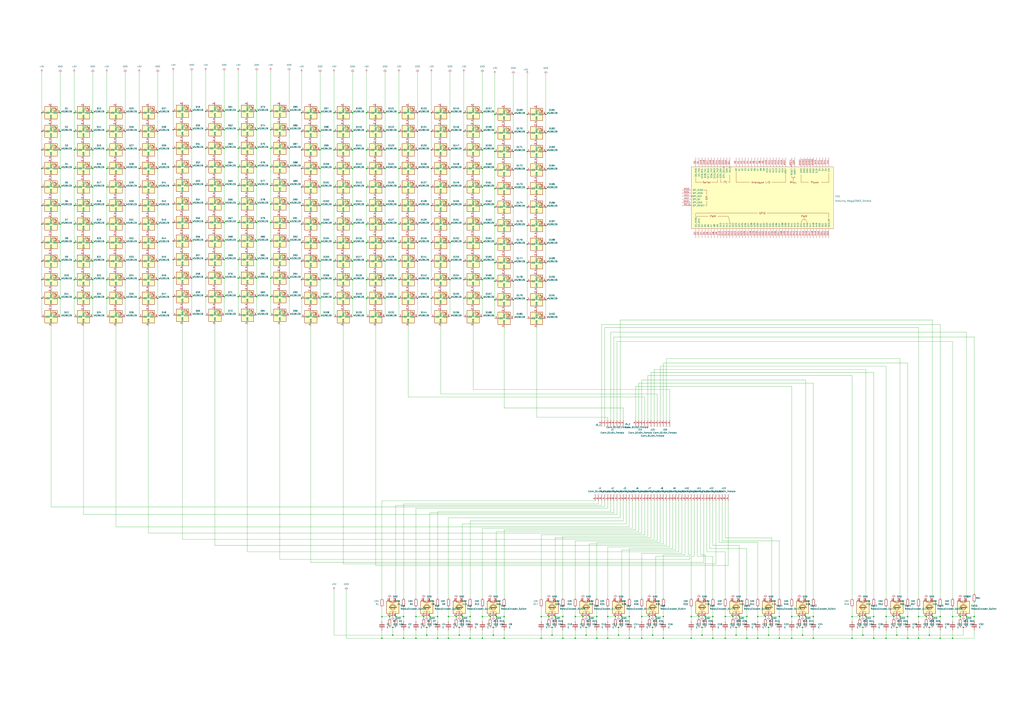
<source format=kicad_sch>
(kicad_sch (version 20211123) (generator eeschema)
  (paper "A1")
  (junction (at 222.25 198.12))
  (junction (at 369.57 245.11))
  (junction (at 406.4 170.18))
  (junction (at 316.23 184.15))
  (junction (at 433.07 93.98))
  (junction (at 706.12 506.73))
  (junction (at 195.58 243.84))
  (junction (at 433.07 139.7))
  (junction (at 421.64 124.46))
  (junction (at 745.49 524.51))
  (junction (at 650.24 524.51))
  (junction (at 210.82 152.4))
  (junction (at 322.58 521.97))
  (junction (at 396.24 229.87))
  (junction (at 406.4 200.66))
  (junction (at 433.07 124.46))
  (junction (at 316.23 123.19))
  (junction (at 129.54 123.19))
  (junction (at 535.94 521.97))
  (junction (at 369.57 107.95))
  (junction (at 448.31 93.98))
  (junction (at 222.25 106.68))
  (junction (at 516.89 506.73))
  (junction (at 237.49 213.36))
  (junction (at 300.99 168.91))
  (junction (at 327.66 138.43))
  (junction (at 129.54 107.95))
  (junction (at 448.31 200.66))
  (junction (at 237.49 91.44))
  (junction (at 49.53 123.19))
  (junction (at 772.16 524.51))
  (junction (at 433.07 170.18))
  (junction (at 433.07 231.14))
  (junction (at 327.66 214.63))
  (junction (at 60.96 184.15))
  (junction (at 386.08 524.51))
  (junction (at 406.4 139.7))
  (junction (at 289.56 138.43))
  (junction (at 168.91 137.16))
  (junction (at 327.66 229.87))
  (junction (at 538.48 506.73))
  (junction (at 210.82 91.44))
  (junction (at 483.87 506.73))
  (junction (at 433.07 109.22))
  (junction (at 368.3 524.51))
  (junction (at 453.39 521.97))
  (junction (at 604.52 515.62))
  (junction (at 60.96 229.87))
  (junction (at 478.79 506.73))
  (junction (at 377.19 521.97))
  (junction (at 222.25 91.44))
  (junction (at 414.02 524.51))
  (junction (at 76.2 107.95))
  (junction (at 60.96 199.39))
  (junction (at 342.9 107.95))
  (junction (at 421.64 200.66))
  (junction (at 782.32 524.51))
  (junction (at 585.47 524.51))
  (junction (at 381 199.39))
  (junction (at 247.65 245.11))
  (junction (at 168.91 182.88))
  (junction (at 195.58 137.16))
  (junction (at 369.57 153.67))
  (junction (at 114.3 229.87))
  (junction (at 237.49 152.4))
  (junction (at 607.06 506.73))
  (junction (at 745.49 506.73))
  (junction (at 102.87 123.19))
  (junction (at 350.52 521.97))
  (junction (at 342.9 229.87))
  (junction (at 316.23 138.43))
  (junction (at 325.12 506.73))
  (junction (at 421.64 246.38))
  (junction (at 708.66 521.97))
  (junction (at 320.04 506.73))
  (junction (at 717.55 506.73))
  (junction (at 472.44 506.73))
  (junction (at 49.53 199.39))
  (junction (at 157.48 182.88))
  (junction (at 353.06 506.73))
  (junction (at 327.66 168.91))
  (junction (at 274.32 123.19))
  (junction (at 406.4 185.42))
  (junction (at 49.53 229.87))
  (junction (at 613.41 524.51))
  (junction (at 247.65 138.43))
  (junction (at 157.48 243.84))
  (junction (at 289.56 229.87))
  (junction (at 472.44 524.51))
  (junction (at 782.32 506.73))
  (junction (at 448.31 154.94))
  (junction (at 114.3 153.67))
  (junction (at 102.87 229.87))
  (junction (at 316.23 214.63))
  (junction (at 533.4 506.73))
  (junction (at 760.73 506.73))
  (junction (at 262.89 92.71))
  (junction (at 300.99 92.71))
  (junction (at 129.54 138.43))
  (junction (at 374.65 506.73))
  (junction (at 754.38 506.73))
  (junction (at 87.63 168.91))
  (junction (at 34.29 153.67))
  (junction (at 490.22 524.51))
  (junction (at 300.99 153.67))
  (junction (at 34.29 168.91))
  (junction (at 772.16 506.73))
  (junction (at 237.49 121.92))
  (junction (at 450.85 506.73))
  (junction (at 595.63 506.73))
  (junction (at 247.65 107.95))
  (junction (at 274.32 214.63))
  (junction (at 396.24 199.39))
  (junction (at 157.48 228.6))
  (junction (at 359.41 524.51))
  (junction (at 481.33 521.97))
  (junction (at 76.2 153.67))
  (junction (at 544.83 524.51))
  (junction (at 406.4 93.98))
  (junction (at 237.49 243.84))
  (junction (at 381 123.19))
  (junction (at 595.63 524.51))
  (junction (at 184.15 137.16))
  (junction (at 195.58 213.36))
  (junction (at 34.29 138.43))
  (junction (at 274.32 199.39))
  (junction (at 262.89 123.19))
  (junction (at 327.66 245.11))
  (junction (at 576.58 515.62))
  (junction (at 168.91 152.4))
  (junction (at 699.77 524.51))
  (junction (at 765.81 506.73))
  (junction (at 102.87 138.43))
  (junction (at 168.91 91.44))
  (junction (at 87.63 214.63))
  (junction (at 300.99 107.95))
  (junction (at 396.24 123.19))
  (junction (at 656.59 506.73))
  (junction (at 157.48 91.44))
  (junction (at 184.15 228.6))
  (junction (at 379.73 506.73))
  (junction (at 421.64 215.9))
  (junction (at 354.33 168.91))
  (junction (at 717.55 524.51))
  (junction (at 633.73 506.73))
  (junction (at 406.4 109.22))
  (junction (at 342.9 123.19))
  (junction (at 396.24 214.63))
  (junction (at 222.25 137.16))
  (junction (at 210.82 213.36))
  (junction (at 659.13 515.62))
  (junction (at 448.31 109.22))
  (junction (at 142.24 137.16))
  (junction (at 168.91 167.64))
  (junction (at 396.24 184.15))
  (junction (at 289.56 153.67))
  (junction (at 114.3 214.63))
  (junction (at 289.56 107.95))
  (junction (at 516.89 524.51))
  (junction (at 60.96 153.67))
  (junction (at 274.32 184.15))
  (junction (at 289.56 245.11))
  (junction (at 527.05 524.51))
  (junction (at 237.49 228.6))
  (junction (at 406.4 154.94))
  (junction (at 369.57 123.19))
  (junction (at 341.63 524.51))
  (junction (at 142.24 167.64))
  (junction (at 102.87 199.39))
  (junction (at 354.33 123.19))
  (junction (at 359.41 506.73))
  (junction (at 421.64 154.94))
  (junction (at 157.48 152.4))
  (junction (at 195.58 167.64))
  (junction (at 34.29 107.95))
  (junction (at 87.63 153.67))
  (junction (at 631.19 521.97))
  (junction (at 342.9 168.91))
  (junction (at 142.24 91.44))
  (junction (at 574.04 506.73))
  (junction (at 668.02 506.73))
  (junction (at 316.23 153.67))
  (junction (at 157.48 167.64))
  (junction (at 76.2 214.63))
  (junction (at 640.08 506.73))
  (junction (at 102.87 153.67))
  (junction (at 327.66 107.95))
  (junction (at 247.65 168.91))
  (junction (at 247.65 214.63))
  (junction (at 34.29 245.11))
  (junction (at 34.29 199.39))
  (junction (at 87.63 123.19))
  (junction (at 354.33 214.63))
  (junction (at 313.69 506.73))
  (junction (at 237.49 198.12))
  (junction (at 76.2 168.91))
  (junction (at 499.11 506.73))
  (junction (at 763.27 521.97))
  (junction (at 354.33 229.87))
  (junction (at 433.07 154.94))
  (junction (at 631.19 515.62))
  (junction (at 262.89 138.43))
  (junction (at 87.63 245.11))
  (junction (at 405.13 521.97))
  (junction (at 102.87 92.71))
  (junction (at 739.14 506.73))
  (junction (at 168.91 121.92))
  (junction (at 114.3 123.19))
  (junction (at 650.24 506.73))
  (junction (at 354.33 107.95))
  (junction (at 60.96 138.43))
  (junction (at 421.64 231.14))
  (junction (at 247.65 199.39))
  (junction (at 102.87 214.63))
  (junction (at 222.25 152.4))
  (junction (at 350.52 515.62))
  (junction (at 381 153.67))
  (junction (at 341.63 506.73))
  (junction (at 396.24 524.51))
  (junction (at 508 521.97))
  (junction (at 444.5 524.51))
  (junction (at 342.9 92.71))
  (junction (at 316.23 229.87))
  (junction (at 406.4 231.14))
  (junction (at 396.24 245.11))
  (junction (at 195.58 228.6))
  (junction (at 354.33 184.15))
  (junction (at 237.49 182.88))
  (junction (at 407.67 506.73))
  (junction (at 455.93 506.73))
  (junction (at 34.29 214.63))
  (junction (at 114.3 245.11))
  (junction (at 354.33 138.43))
  (junction (at 184.15 106.68))
  (junction (at 727.71 506.73))
  (junction (at 414.02 506.73))
  (junction (at 342.9 153.67))
  (junction (at 527.05 506.73))
  (junction (at 49.53 153.67))
  (junction (at 508 515.62))
  (junction (at 34.29 92.71))
  (junction (at 406.4 124.46))
  (junction (at 210.82 243.84))
  (junction (at 222.25 121.92))
  (junction (at 262.89 199.39))
  (junction (at 628.65 506.73))
  (junction (at 505.46 506.73))
  (junction (at 327.66 184.15))
  (junction (at 300.99 123.19))
  (junction (at 129.54 199.39))
  (junction (at 535.94 515.62))
  (junction (at 157.48 137.16))
  (junction (at 448.31 215.9))
  (junction (at 354.33 92.71))
  (junction (at 354.33 245.11))
  (junction (at 274.32 138.43))
  (junction (at 381 229.87))
  (junction (at 222.25 182.88))
  (junction (at 168.91 106.68))
  (junction (at 210.82 121.92))
  (junction (at 49.53 214.63))
  (junction (at 793.75 506.73))
  (junction (at 300.99 214.63))
  (junction (at 289.56 214.63))
  (junction (at 613.41 506.73))
  (junction (at 168.91 243.84))
  (junction (at 49.53 107.95))
  (junction (at 274.32 92.71))
  (junction (at 386.08 506.73))
  (junction (at 34.29 184.15))
  (junction (at 102.87 245.11))
  (junction (at 247.65 123.19))
  (junction (at 448.31 124.46))
  (junction (at 129.54 92.71))
  (junction (at 129.54 153.67))
  (junction (at 76.2 92.71))
  (junction (at 87.63 199.39))
  (junction (at 711.2 506.73))
  (junction (at 433.07 246.38))
  (junction (at 262.89 153.67))
  (junction (at 381 245.11))
  (junction (at 76.2 229.87))
  (junction (at 576.58 521.97))
  (junction (at 184.15 182.88))
  (junction (at 247.65 229.87))
  (junction (at 237.49 167.64))
  (junction (at 369.57 184.15))
  (junction (at 448.31 246.38))
  (junction (at 369.57 138.43))
  (junction (at 396.24 153.67))
  (junction (at 342.9 184.15))
  (junction (at 300.99 229.87))
  (junction (at 129.54 214.63))
  (junction (at 727.71 524.51))
  (junction (at 129.54 245.11))
  (junction (at 421.64 185.42))
  (junction (at 369.57 199.39))
  (junction (at 142.24 121.92))
  (junction (at 381 92.71))
  (junction (at 222.25 228.6))
  (junction (at 381 184.15))
  (junction (at 195.58 106.68))
  (junction (at 49.53 138.43))
  (junction (at 274.32 153.67))
  (junction (at 402.59 506.73))
  (junction (at 421.64 109.22))
  (junction (at 640.08 524.51))
  (junction (at 60.96 245.11))
  (junction (at 316.23 107.95))
  (junction (at 114.3 92.71))
  (junction (at 327.66 92.71))
  (junction (at 87.63 107.95))
  (junction (at 262.89 245.11))
  (junction (at 331.47 506.73))
  (junction (at 342.9 245.11))
  (junction (at 342.9 199.39))
  (junction (at 396.24 168.91))
  (junction (at 237.49 137.16))
  (junction (at 222.25 243.84))
  (junction (at 195.58 91.44))
  (junction (at 262.89 229.87))
  (junction (at 381 214.63))
  (junction (at 102.87 107.95))
  (junction (at 210.82 167.64))
  (junction (at 237.49 106.68))
  (junction (at 300.99 199.39))
  (junction (at 114.3 107.95))
  (junction (at 289.56 92.71))
  (junction (at 327.66 153.67))
  (junction (at 184.15 121.92))
  (junction (at 331.47 524.51))
  (junction (at 87.63 229.87))
  (junction (at 622.3 524.51))
  (junction (at 462.28 524.51))
  (junction (at 300.99 245.11))
  (junction (at 49.53 168.91))
  (junction (at 421.64 170.18))
  (junction (at 34.29 229.87))
  (junction (at 184.15 167.64))
  (junction (at 210.82 228.6))
  (junction (at 289.56 123.19))
  (junction (at 274.32 168.91))
  (junction (at 800.1 506.73))
  (junction (at 481.33 515.62))
  (junction (at 396.24 107.95))
  (junction (at 421.64 139.7))
  (junction (at 622.3 506.73))
  (junction (at 421.64 93.98))
  (junction (at 736.6 521.97))
  (junction (at 368.3 506.73))
  (junction (at 222.25 213.36))
  (junction (at 49.53 184.15))
  (junction (at 448.31 185.42))
  (junction (at 327.66 199.39))
  (junction (at 661.67 506.73))
  (junction (at 342.9 214.63))
  (junction (at 184.15 198.12))
  (junction (at 369.57 168.91))
  (junction (at 76.2 199.39))
  (junction (at 601.98 506.73))
  (junction (at 342.9 138.43))
  (junction (at 34.29 123.19))
  (junction (at 184.15 243.84))
  (junction (at 60.96 123.19))
  (junction (at 142.24 182.88))
  (junction (at 736.6 515.62))
  (junction (at 381 107.95))
  (junction (at 763.27 515.62))
  (junction (at 499.11 524.51))
  (junction (at 567.69 524.51))
  (junction (at 405.13 515.62))
  (junction (at 406.4 215.9))
  (junction (at 604.52 521.97))
  (junction (at 433.07 200.66))
  (junction (at 381 168.91))
  (junction (at 510.54 506.73))
  (junction (at 354.33 153.67))
  (junction (at 322.58 515.62))
  (junction (at 444.5 506.73))
  (junction (at 184.15 152.4))
  (junction (at 195.58 198.12))
  (junction (at 274.32 229.87))
  (junction (at 184.15 213.36))
  (junction (at 289.56 199.39))
  (junction (at 262.89 168.91))
  (junction (at 369.57 214.63))
  (junction (at 448.31 170.18))
  (junction (at 396.24 138.43))
  (junction (at 168.91 198.12))
  (junction (at 406.4 246.38))
  (junction (at 114.3 168.91))
  (junction (at 168.91 228.6))
  (junction (at 462.28 506.73))
  (junction (at 453.39 515.62))
  (junction (at 76.2 123.19))
  (junction (at 210.82 106.68))
  (junction (at 289.56 184.15))
  (junction (at 76.2 184.15))
  (junction (at 49.53 92.71))
  (junction (at 708.66 515.62))
  (junction (at 490.22 506.73))
  (junction (at 142.24 106.68))
  (junction (at 129.54 229.87))
  (junction (at 699.77 506.73))
  (junction (at 60.96 168.91))
  (junction (at 168.91 213.36))
  (junction (at 327.66 123.19))
  (junction (at 289.56 168.91))
  (junction (at 142.24 213.36))
  (junction (at 274.32 245.11))
  (junction (at 544.83 506.73))
  (junction (at 300.99 184.15))
  (junction (at 210.82 137.16))
  (junction (at 210.82 182.88))
  (junction (at 142.24 228.6))
  (junction (at 316.23 168.91))
  (junction (at 262.89 107.95))
  (junction (at 262.89 184.15))
  (junction (at 313.69 524.51))
  (junction (at 247.65 184.15))
  (junction (at 377.19 515.62))
  (junction (at 262.89 214.63))
  (junction (at 247.65 153.67))
  (junction (at 157.48 213.36))
  (junction (at 754.38 524.51))
  (junction (at 60.96 214.63))
  (junction (at 195.58 152.4))
  (junction (at 381 138.43))
  (junction (at 247.65 92.71))
  (junction (at 195.58 182.88))
  (junction (at 142.24 243.84))
  (junction (at 354.33 199.39))
  (junction (at 579.12 506.73))
  (junction (at 60.96 92.71))
  (junction (at 195.58 121.92))
  (junction (at 316.23 92.71))
  (junction (at 369.57 92.71))
  (junction (at 396.24 92.71))
  (junction (at 76.2 245.11))
  (junction (at 791.21 515.62))
  (junction (at 347.98 506.73))
  (junction (at 668.02 524.51))
  (junction (at 300.99 138.43))
  (junction (at 585.47 506.73))
  (junction (at 60.96 107.95))
  (junction (at 114.3 199.39))
  (junction (at 102.87 168.91))
  (junction (at 129.54 184.15))
  (junction (at 87.63 92.71))
  (junction (at 142.24 152.4))
  (junction (at 157.48 121.92))
  (junction (at 567.69 506.73))
  (junction (at 448.31 139.7))
  (junction (at 114.3 184.15))
  (junction (at 157.48 106.68))
  (junction (at 369.57 229.87))
  (junction (at 433.07 185.42))
  (junction (at 396.24 506.73))
  (junction (at 129.54 168.91))
  (junction (at 274.32 107.95))
  (junction (at 142.24 198.12))
  (junction (at 222.25 167.64))
  (junction (at 184.15 91.44))
  (junction (at 433.07 215.9))
  (junction (at 102.87 184.15))
  (junction (at 87.63 184.15))
  (junction (at 157.48 198.12))
  (junction (at 316.23 199.39))
  (junction (at 76.2 138.43))
  (junction (at 49.53 245.11))
  (junction (at 316.23 245.11))
  (junction (at 448.31 231.14))
  (junction (at 734.06 506.73))
  (junction (at 659.13 521.97))
  (junction (at 87.63 138.43))
  (junction (at 114.3 138.43))
  (junction (at 210.82 198.12))
  (junction (at 788.67 506.73))
  (wire (pts (xy 222.25 167.64) (xy 222.25 182.88)))
  (wire (pts (xy 76.2 123.19) (xy 76.2 138.43)))
  (wire (pts (xy 76.2 184.15) (xy 76.2 199.39)))
  (wire (pts (xy 300.99 229.87) (xy 300.99 245.11)))
  (wire (pts (xy 521.97 317.5) (xy 521.97 345.44)))
  (wire (pts (xy 76.2 59.69) (xy 76.2 92.71)))
  (wire (pts (xy 622.3 524.51) (xy 640.08 524.51)))
  (wire (pts (xy 717.55 506.73) (xy 711.2 506.73)))
  (wire (pts (xy 129.54 245.11) (xy 129.54 260.35)))
  (wire (pts (xy 76.2 153.67) (xy 76.2 168.91)))
  (wire (pts (xy 444.5 510.54) (xy 444.5 506.73)))
  (wire (pts (xy 579.12 455.93) (xy 575.31 455.93)))
  (wire (pts (xy 354.33 199.39) (xy 354.33 214.63)))
  (wire (pts (xy 350.52 515.62) (xy 350.52 521.97)))
  (wire (pts (xy 765.81 508) (xy 765.81 506.73)))
  (wire (pts (xy 222.25 58.42) (xy 222.25 91.44)))
  (wire (pts (xy 327.66 229.87) (xy 327.66 245.11)))
  (wire (pts (xy 386.08 524.51) (xy 396.24 524.51)))
  (wire (pts (xy 377.19 521.97) (xy 405.13 521.97)))
  (wire (pts (xy 237.49 58.42) (xy 237.49 91.44)))
  (wire (pts (xy 102.87 107.95) (xy 102.87 123.19)))
  (wire (pts (xy 262.89 214.63) (xy 262.89 229.87)))
  (wire (pts (xy 800.1 487.68) (xy 800.1 276.86)))
  (wire (pts (xy 402.59 515.62) (xy 405.13 515.62)))
  (wire (pts (xy 745.49 499.11) (xy 745.49 506.73)))
  (wire (pts (xy 157.48 91.44) (xy 157.48 106.68)))
  (wire (pts (xy 472.44 510.54) (xy 472.44 506.73)))
  (wire (pts (xy 527.05 491.49) (xy 527.05 454.66)))
  (wire (pts (xy 369.57 153.67) (xy 369.57 168.91)))
  (wire (pts (xy 168.91 198.12) (xy 168.91 213.36)))
  (wire (pts (xy 524.51 314.96) (xy 668.02 314.96)))
  (wire (pts (xy 210.82 121.92) (xy 210.82 137.16)))
  (wire (pts (xy 699.77 524.51) (xy 668.02 524.51)))
  (wire (pts (xy 462.28 506.73) (xy 455.93 506.73)))
  (wire (pts (xy 369.57 123.19) (xy 369.57 138.43)))
  (wire (pts (xy 699.77 506.73) (xy 706.12 506.73)))
  (wire (pts (xy 369.57 184.15) (xy 369.57 199.39)))
  (wire (pts (xy 800.1 518.16) (xy 800.1 524.51)))
  (wire (pts (xy 361.95 323.85) (xy 361.95 267.97)))
  (wire (pts (xy 510.54 491.49) (xy 510.54 452.12)))
  (wire (pts (xy 168.91 106.68) (xy 168.91 121.92)))
  (wire (pts (xy 800.1 506.73) (xy 793.75 506.73)))
  (wire (pts (xy 247.65 184.15) (xy 247.65 199.39)))
  (wire (pts (xy 455.93 508) (xy 455.93 506.73)))
  (wire (pts (xy 262.89 59.69) (xy 262.89 92.71)))
  (wire (pts (xy 102.87 184.15) (xy 102.87 199.39)))
  (wire (pts (xy 640.08 444.5) (xy 640.08 491.49)))
  (wire (pts (xy 421.64 154.94) (xy 421.64 170.18)))
  (wire (pts (xy 396.24 153.67) (xy 396.24 168.91)))
  (wire (pts (xy 274.32 485.14) (xy 274.32 521.97)))
  (wire (pts (xy 754.38 499.11) (xy 754.38 506.73)))
  (wire (pts (xy 396.24 123.19) (xy 396.24 138.43)))
  (wire (pts (xy 157.48 243.84) (xy 157.48 259.08)))
  (wire (pts (xy 157.48 228.6) (xy 157.48 243.84)))
  (wire (pts (xy 396.24 138.43) (xy 396.24 153.67)))
  (wire (pts (xy 788.67 515.62) (xy 791.21 515.62)))
  (wire (pts (xy 308.61 464.82) (xy 308.61 267.97)))
  (wire (pts (xy 354.33 214.63) (xy 354.33 229.87)))
  (wire (pts (xy 631.19 515.62) (xy 633.73 515.62)))
  (wire (pts (xy 613.41 518.16) (xy 613.41 524.51)))
  (wire (pts (xy 369.57 138.43) (xy 369.57 153.67)))
  (wire (pts (xy 557.53 453.39) (xy 203.2 453.39)))
  (wire (pts (xy 60.96 168.91) (xy 60.96 184.15)))
  (wire (pts (xy 535.94 515.62) (xy 538.48 515.62)))
  (wire (pts (xy 341.63 417.83) (xy 499.11 417.83)))
  (wire (pts (xy 34.29 229.87) (xy 34.29 245.11)))
  (wire (pts (xy 736.6 521.97) (xy 763.27 521.97)))
  (wire (pts (xy 739.14 508) (xy 739.14 506.73)))
  (wire (pts (xy 350.52 521.97) (xy 377.19 521.97)))
  (wire (pts (xy 335.28 326.39) (xy 335.28 267.97)))
  (wire (pts (xy 359.41 524.51) (xy 341.63 524.51)))
  (wire (pts (xy 706.12 508) (xy 706.12 506.73)))
  (wire (pts (xy 595.63 453.39) (xy 580.39 453.39)))
  (wire (pts (xy 421.64 246.38) (xy 421.64 261.62)))
  (wire (pts (xy 34.29 214.63) (xy 34.29 229.87)))
  (wire (pts (xy 237.49 182.88) (xy 237.49 198.12)))
  (wire (pts (xy 421.64 139.7) (xy 421.64 154.94)))
  (wire (pts (xy 76.2 214.63) (xy 76.2 229.87)))
  (wire (pts (xy 622.3 510.54) (xy 622.3 506.73)))
  (wire (pts (xy 481.33 515.62) (xy 481.33 521.97)))
  (wire (pts (xy 222.25 243.84) (xy 222.25 259.08)))
  (wire (pts (xy 593.09 444.5) (xy 593.09 411.48)))
  (wire (pts (xy 472.44 518.16) (xy 472.44 524.51)))
  (wire (pts (xy 544.83 506.73) (xy 544.83 499.11)))
  (wire (pts (xy 793.75 508) (xy 793.75 506.73)))
  (wire (pts (xy 576.58 521.97) (xy 604.52 521.97)))
  (wire (pts (xy 585.47 499.11) (xy 585.47 506.73)))
  (wire (pts (xy 406.4 60.96) (xy 406.4 93.98)))
  (wire (pts (xy 359.41 506.73) (xy 353.06 506.73)))
  (wire (pts (xy 320.04 508) (xy 320.04 506.73)))
  (wire (pts (xy 607.06 448.31) (xy 585.47 448.31)))
  (wire (pts (xy 585.47 457.2) (xy 585.47 491.49)))
  (wire (pts (xy 668.02 314.96) (xy 668.02 491.49)))
  (wire (pts (xy 745.49 506.73) (xy 739.14 506.73)))
  (wire (pts (xy 613.41 450.85) (xy 582.93 450.85)))
  (wire (pts (xy 195.58 228.6) (xy 195.58 243.84)))
  (wire (pts (xy 505.46 508) (xy 505.46 506.73)))
  (wire (pts (xy 576.58 515.62) (xy 576.58 521.97)))
  (wire (pts (xy 717.55 524.51) (xy 699.77 524.51)))
  (wire (pts (xy 274.32 245.11) (xy 274.32 260.35)))
  (wire (pts (xy 313.69 499.11) (xy 313.69 506.73)))
  (wire (pts (xy 552.45 450.85) (xy 552.45 411.48)))
  (wire (pts (xy 114.3 153.67) (xy 114.3 168.91)))
  (wire (pts (xy 535.94 521.97) (xy 576.58 521.97)))
  (wire (pts (xy 195.58 121.92) (xy 195.58 137.16)))
  (wire (pts (xy 490.22 510.54) (xy 490.22 506.73)))
  (wire (pts (xy 300.99 184.15) (xy 300.99 199.39)))
  (wire (pts (xy 433.07 231.14) (xy 433.07 246.38)))
  (wire (pts (xy 247.65 214.63) (xy 247.65 229.87)))
  (wire (pts (xy 284.48 524.51) (xy 313.69 524.51)))
  (wire (pts (xy 34.29 107.95) (xy 34.29 123.19)))
  (wire (pts (xy 87.63 138.43) (xy 87.63 153.67)))
  (wire (pts (xy 650.24 518.16) (xy 650.24 524.51)))
  (wire (pts (xy 341.63 491.49) (xy 341.63 417.83)))
  (wire (pts (xy 142.24 167.64) (xy 142.24 182.88)))
  (wire (pts (xy 727.71 499.11) (xy 727.71 506.73)))
  (wire (pts (xy 800.1 276.86) (xy 504.19 276.86)))
  (wire (pts (xy 516.89 491.49) (xy 516.89 450.85)))
  (wire (pts (xy 407.67 491.49) (xy 407.67 436.88)))
  (wire (pts (xy 342.9 92.71) (xy 342.9 107.95)))
  (wire (pts (xy 490.22 445.77) (xy 542.29 445.77)))
  (wire (pts (xy 274.32 107.95) (xy 274.32 123.19)))
  (wire (pts (xy 184.15 167.64) (xy 184.15 182.88)))
  (wire (pts (xy 640.08 499.11) (xy 640.08 506.73)))
  (wire (pts (xy 499.11 524.51) (xy 499.11 518.16)))
  (wire (pts (xy 567.69 457.2) (xy 570.23 457.2)))
  (wire (pts (xy 184.15 182.88) (xy 184.15 198.12)))
  (wire (pts (xy 668.02 506.73) (xy 661.67 506.73)))
  (wire (pts (xy 604.52 515.62) (xy 607.06 515.62)))
  (wire (pts (xy 595.63 506.73) (xy 601.98 506.73)))
  (wire (pts (xy 453.39 521.97) (xy 481.33 521.97)))
  (wire (pts (xy 368.3 510.54) (xy 368.3 506.73)))
  (wire (pts (xy 538.48 457.2) (xy 565.15 457.2)))
  (wire (pts (xy 501.65 420.37) (xy 359.41 420.37)))
  (wire (pts (xy 772.16 510.54) (xy 772.16 506.73)))
  (wire (pts (xy 544.83 447.04) (xy 544.83 411.48)))
  (wire (pts (xy 585.47 457.2) (xy 572.77 457.2)))
  (wire (pts (xy 379.73 491.49) (xy 379.73 430.53)))
  (wire (pts (xy 537.21 411.48) (xy 537.21 443.23)))
  (wire (pts (xy 544.83 510.54) (xy 544.83 506.73)))
  (wire (pts (xy 157.48 58.42) (xy 157.48 91.44)))
  (wire (pts (xy 613.41 524.51) (xy 622.3 524.51)))
  (wire (pts (xy 490.22 499.11) (xy 490.22 506.73)))
  (wire (pts (xy 547.37 294.64) (xy 547.37 345.44)))
  (wire (pts (xy 274.32 138.43) (xy 274.32 153.67)))
  (wire (pts (xy 490.22 518.16) (xy 490.22 524.51)))
  (wire (pts (xy 114.3 59.69) (xy 114.3 92.71)))
  (wire (pts (xy 114.3 92.71) (xy 114.3 107.95)))
  (wire (pts (xy 595.63 524.51) (xy 585.47 524.51)))
  (wire (pts (xy 527.05 506.73) (xy 527.05 499.11)))
  (wire (pts (xy 157.48 198.12) (xy 157.48 213.36)))
  (wire (pts (xy 514.35 430.53) (xy 514.35 411.48)))
  (wire (pts (xy 396.24 518.16) (xy 396.24 524.51)))
  (wire (pts (xy 60.96 245.11) (xy 60.96 260.35)))
  (wire (pts (xy 262.89 245.11) (xy 262.89 260.35)))
  (wire (pts (xy 601.98 515.62) (xy 604.52 515.62)))
  (wire (pts (xy 565.15 411.48) (xy 565.15 457.2)))
  (wire (pts (xy 300.99 123.19) (xy 300.99 138.43)))
  (wire (pts (xy 184.15 198.12) (xy 184.15 213.36)))
  (wire (pts (xy 102.87 245.11) (xy 102.87 260.35)))
  (wire (pts (xy 327.66 107.95) (xy 327.66 123.19)))
  (wire (pts (xy 717.55 306.07) (xy 534.67 306.07)))
  (wire (pts (xy 274.32 184.15) (xy 274.32 199.39)))
  (wire (pts (xy 504.19 421.64) (xy 504.19 411.48)))
  (wire (pts (xy 222.25 106.68) (xy 222.25 121.92)))
  (wire (pts (xy 322.58 515.62) (xy 325.12 515.62)))
  (wire (pts (xy 506.73 422.91) (xy 68.58 422.91)))
  (wire (pts (xy 157.48 137.16) (xy 157.48 152.4)))
  (wire (pts (xy 327.66 138.43) (xy 327.66 153.67)))
  (wire (pts (xy 368.3 524.51) (xy 368.3 518.16)))
  (wire (pts (xy 739.14 491.49) (xy 739.14 294.64)))
  (wire (pts (xy 542.29 445.77) (xy 542.29 411.48)))
  (wire (pts (xy 508 521.97) (xy 535.94 521.97)))
  (wire (pts (xy 210.82 228.6) (xy 210.82 243.84)))
  (wire (pts (xy 129.54 184.15) (xy 129.54 199.39)))
  (wire (pts (xy 455.93 441.96) (xy 534.67 441.96)))
  (wire (pts (xy 396.24 491.49) (xy 396.24 434.34)))
  (wire (pts (xy 765.81 262.89) (xy 765.81 491.49)))
  (wire (pts (xy 717.55 491.49) (xy 717.55 306.07)))
  (wire (pts (xy 60.96 199.39) (xy 60.96 214.63)))
  (wire (pts (xy 129.54 199.39) (xy 129.54 214.63)))
  (wire (pts (xy 210.82 152.4) (xy 210.82 167.64)))
  (wire (pts (xy 421.64 170.18) (xy 421.64 185.42)))
  (wire (pts (xy 577.85 411.48) (xy 577.85 462.28)))
  (wire (pts (xy 168.91 91.44) (xy 168.91 106.68)))
  (wire (pts (xy 754.38 524.51) (xy 772.16 524.51)))
  (wire (pts (xy 433.07 60.96) (xy 433.07 93.98)))
  (wire (pts (xy 494.03 411.48) (xy 494.03 415.29)))
  (wire (pts (xy 313.69 510.54) (xy 313.69 506.73)))
  (wire (pts (xy 650.24 317.5) (xy 650.24 491.49)))
  (wire (pts (xy 354.33 184.15) (xy 354.33 199.39)))
  (wire (pts (xy 102.87 123.19) (xy 102.87 138.43)))
  (wire (pts (xy 142.24 228.6) (xy 142.24 243.84)))
  (wire (pts (xy 537.21 443.23) (xy 149.86 443.23)))
  (wire (pts (xy 699.77 499.11) (xy 699.77 506.73)))
  (wire (pts (xy 396.24 524.51) (xy 414.02 524.51)))
  (wire (pts (xy 448.31 154.94) (xy 448.31 170.18)))
  (wire (pts (xy 607.06 508) (xy 607.06 506.73)))
  (wire (pts (xy 114.3 168.91) (xy 114.3 184.15)))
  (wire (pts (xy 386.08 506.73) (xy 379.73 506.73)))
  (wire (pts (xy 595.63 499.11) (xy 595.63 506.73)))
  (wire (pts (xy 462.28 510.54) (xy 462.28 506.73)))
  (wire (pts (xy 353.06 421.64) (xy 504.19 421.64)))
  (wire (pts (xy 462.28 518.16) (xy 462.28 524.51)))
  (wire (pts (xy 284.48 485.14) (xy 284.48 524.51)))
  (wire (pts (xy 739.14 294.64) (xy 547.37 294.64)))
  (wire (pts (xy 102.87 214.63) (xy 102.87 229.87)))
  (wire (pts (xy 406.4 215.9) (xy 406.4 231.14)))
  (wire (pts (xy 595.63 441.96) (xy 595.63 411.48)))
  (wire (pts (xy 222.25 213.36) (xy 222.25 228.6)))
  (wire (pts (xy 448.31 231.14) (xy 448.31 246.38)))
  (wire (pts (xy 41.91 416.56) (xy 496.57 416.56)))
  (wire (pts (xy 532.13 411.48) (xy 532.13 440.69)))
  (wire (pts (xy 499.11 524.51) (xy 516.89 524.51)))
  (wire (pts (xy 754.38 506.73) (xy 760.73 506.73)))
  (wire (pts (xy 76.2 229.87) (xy 76.2 245.11)))
  (wire (pts (xy 354.33 245.11) (xy 354.33 260.35)))
  (wire (pts (xy 448.31 60.96) (xy 448.31 93.98)))
  (wire (pts (xy 237.49 121.92) (xy 237.49 137.16)))
  (wire (pts (xy 325.12 508) (xy 325.12 506.73)))
  (wire (pts (xy 114.3 123.19) (xy 114.3 138.43)))
  (wire (pts (xy 195.58 167.64) (xy 195.58 182.88)))
  (wire (pts (xy 247.65 199.39) (xy 247.65 214.63)))
  (wire (pts (xy 396.24 506.73) (xy 402.59 506.73)))
  (wire (pts (xy 274.32 59.69) (xy 274.32 92.71)))
  (wire (pts (xy 661.67 508) (xy 661.67 506.73)))
  (wire (pts (xy 613.41 510.54) (xy 613.41 506.73)))
  (wire (pts (xy 87.63 184.15) (xy 87.63 199.39)))
  (wire (pts (xy 405.13 515.62) (xy 405.13 521.97)))
  (wire (pts (xy 157.48 167.64) (xy 157.48 182.88)))
  (wire (pts (xy 574.04 508) (xy 574.04 506.73)))
  (wire (pts (xy 448.31 109.22) (xy 448.31 124.46)))
  (wire (pts (xy 595.63 510.54) (xy 595.63 506.73)))
  (wire (pts (xy 511.81 411.48) (xy 511.81 427.99)))
  (wire (pts (xy 433.07 139.7) (xy 433.07 154.94)))
  (wire (pts (xy 237.49 243.84) (xy 237.49 259.08)))
  (wire (pts (xy 595.63 453.39) (xy 595.63 491.49)))
  (wire (pts (xy 247.65 123.19) (xy 247.65 138.43)))
  (wire (pts (xy 184.15 243.84) (xy 184.15 259.08)))
  (wire (pts (xy 421.64 185.42) (xy 421.64 200.66)))
  (wire (pts (xy 396.24 434.34) (xy 519.43 434.34)))
  (wire (pts (xy 237.49 137.16) (xy 237.49 152.4)))
  (wire (pts (xy 575.31 455.93) (xy 575.31 411.48)))
  (wire (pts (xy 433.07 185.42) (xy 433.07 200.66)))
  (wire (pts (xy 421.64 200.66) (xy 421.64 215.9)))
  (wire (pts (xy 508 515.62) (xy 508 521.97)))
  (wire (pts (xy 745.49 518.16) (xy 745.49 524.51)))
  (wire (pts (xy 504.19 276.86) (xy 504.19 345.44)))
  (wire (pts (xy 483.87 491.49) (xy 483.87 447.04)))
  (wire (pts (xy 210.82 58.42) (xy 210.82 91.44)))
  (wire (pts (xy 598.17 411.48) (xy 598.17 464.82)))
  (wire (pts (xy 570.23 457.2) (xy 570.23 411.48)))
  (wire (pts (xy 388.62 320.04) (xy 388.62 267.97)))
  (wire (pts (xy 499.11 491.49) (xy 499.11 449.58)))
  (wire (pts (xy 41.91 416.56) (xy 41.91 267.97)))
  (wire (pts (xy 386.08 510.54) (xy 386.08 506.73)))
  (wire (pts (xy 342.9 123.19) (xy 342.9 138.43)))
  (wire (pts (xy 369.57 199.39) (xy 369.57 214.63)))
  (wire (pts (xy 320.04 515.62) (xy 322.58 515.62)))
  (wire (pts (xy 396.24 184.15) (xy 396.24 199.39)))
  (wire (pts (xy 289.56 59.69) (xy 289.56 92.71)))
  (wire (pts (xy 483.87 447.04) (xy 544.83 447.04)))
  (wire (pts (xy 168.91 213.36) (xy 168.91 228.6)))
  (wire (pts (xy 379.73 430.53) (xy 514.35 430.53)))
  (wire (pts (xy 195.58 152.4) (xy 195.58 167.64)))
  (wire (pts (xy 478.79 508) (xy 478.79 506.73)))
  (wire (pts (xy 405.13 515.62) (xy 407.67 515.62)))
  (wire (pts (xy 274.32 521.97) (xy 322.58 521.97)))
  (wire (pts (xy 184.15 137.16) (xy 184.15 152.4)))
  (wire (pts (xy 396.24 499.11) (xy 396.24 506.73)))
  (wire (pts (xy 195.58 213.36) (xy 195.58 228.6)))
  (wire (pts (xy 222.25 198.12) (xy 222.25 213.36)))
  (wire (pts (xy 368.3 524.51) (xy 386.08 524.51)))
  (wire (pts (xy 734.06 508) (xy 734.06 506.73)))
  (wire (pts (xy 327.66 123.19) (xy 327.66 138.43)))
  (wire (pts (xy 342.9 59.69) (xy 342.9 92.71)))
  (wire (pts (xy 289.56 168.91) (xy 289.56 184.15)))
  (wire (pts (xy 247.65 245.11) (xy 247.65 260.35)))
  (wire (pts (xy 49.53 168.91) (xy 49.53 184.15)))
  (wire (pts (xy 406.4 93.98) (xy 406.4 109.22)))
  (wire (pts (xy 195.58 182.88) (xy 195.58 198.12)))
  (wire (pts (xy 527.05 510.54) (xy 527.05 506.73)))
  (wire (pts (xy 60.96 153.67) (xy 60.96 168.91)))
  (wire (pts (xy 129.54 59.69) (xy 129.54 92.71)))
  (wire (pts (xy 255.27 462.28) (xy 255.27 267.97)))
  (wire (pts (xy 300.99 245.11) (xy 300.99 260.35)))
  (wire (pts (xy 289.56 92.71) (xy 289.56 107.95)))
  (wire (pts (xy 210.82 91.44) (xy 210.82 106.68)))
  (wire (pts (xy 327.66 245.11) (xy 327.66 260.35)))
  (wire (pts (xy 529.59 326.39) (xy 335.28 326.39)))
  (wire (pts (xy 488.95 411.48) (xy 313.69 411.48)))
  (wire (pts (xy 538.48 508) (xy 538.48 506.73)))
  (wire (pts (xy 433.07 170.18) (xy 433.07 185.42)))
  (wire (pts (xy 289.56 245.11) (xy 289.56 260.35)))
  (wire (pts (xy 142.24 121.92) (xy 142.24 137.16)))
  (wire (pts (xy 601.98 508) (xy 601.98 506.73)))
  (wire (pts (xy 496.57 411.48) (xy 496.57 416.56)))
  (wire (pts (xy 396.24 168.91) (xy 396.24 184.15)))
  (wire (pts (xy 354.33 123.19) (xy 354.33 138.43)))
  (wire (pts (xy 656.59 515.62) (xy 659.13 515.62)))
  (wire (pts (xy 433.07 124.46) (xy 433.07 139.7)))
  (wire (pts (xy 87.63 199.39) (xy 87.63 214.63)))
  (wire (pts (xy 490.22 506.73) (xy 483.87 506.73)))
  (wire (pts (xy 440.69 269.24) (xy 440.69 342.9)))
  (wire (pts (xy 782.32 510.54) (xy 782.32 506.73)))
  (wire (pts (xy 708.66 515.62) (xy 711.2 515.62)))
  (wire (pts (xy 631.19 521.97) (xy 659.13 521.97)))
  (wire (pts (xy 450.85 508) (xy 450.85 506.73)))
  (wire (pts (xy 396.24 59.69) (xy 396.24 92.71)))
  (wire (pts (xy 34.29 59.69) (xy 34.29 92.71)))
  (wire (pts (xy 341.63 518.16) (xy 341.63 524.51)))
  (wire (pts (xy 448.31 200.66) (xy 448.31 215.9)))
  (wire (pts (xy 379.73 508) (xy 379.73 506.73)))
  (wire (pts (xy 60.96 107.95) (xy 60.96 123.19)))
  (wire (pts (xy 247.65 107.95) (xy 247.65 123.19)))
  (wire (pts (xy 313.69 411.48) (xy 313.69 491.49)))
  (wire (pts (xy 668.02 510.54) (xy 668.02 506.73)))
  (wire (pts (xy 524.51 436.88) (xy 524.51 411.48)))
  (wire (pts (xy 448.31 139.7) (xy 448.31 154.94)))
  (wire (pts (xy 585.47 524.51) (xy 567.69 524.51)))
  (wire (pts (xy 613.41 499.11) (xy 613.41 506.73)))
  (wire (pts (xy 114.3 245.11) (xy 114.3 260.35)))
  (wire (pts (xy 402.59 508) (xy 402.59 506.73)))
  (wire (pts (xy 114.3 229.87) (xy 114.3 245.11)))
  (wire (pts (xy 534.67 306.07) (xy 534.67 345.44)))
  (wire (pts (xy 542.29 300.99) (xy 727.71 300.99)))
  (wire (pts (xy 539.75 323.85) (xy 361.95 323.85)))
  (wire (pts (xy 516.89 518.16) (xy 516.89 524.51)))
  (wire (pts (xy 414.02 499.11) (xy 414.02 506.73)))
  (wire (pts (xy 554.99 452.12) (xy 554.99 411.48)))
  (wire (pts (xy 87.63 229.87) (xy 87.63 245.11)))
  (wire (pts (xy 406.4 109.22) (xy 406.4 124.46)))
  (wire (pts (xy 237.49 167.64) (xy 237.49 182.88)))
  (wire (pts (xy 210.82 167.64) (xy 210.82 182.88)))
  (wire (pts (xy 300.99 107.95) (xy 300.99 123.19)))
  (wire (pts (xy 717.55 499.11) (xy 717.55 506.73)))
  (wire (pts (xy 462.28 506.73) (xy 462.28 499.11)))
  (wire (pts (xy 444.5 439.42) (xy 529.59 439.42)))
  (wire (pts (xy 533.4 508) (xy 533.4 506.73)))
  (wire (pts (xy 142.24 198.12) (xy 142.24 213.36)))
  (wire (pts (xy 316.23 199.39) (xy 316.23 214.63)))
  (wire (pts (xy 524.51 314.96) (xy 524.51 345.44)))
  (wire (pts (xy 490.22 524.51) (xy 499.11 524.51)))
  (wire (pts (xy 585.47 506.73) (xy 579.12 506.73)))
  (wire (pts (xy 262.89 92.71) (xy 262.89 107.95)))
  (wire (pts (xy 633.73 441.96) (xy 595.63 441.96)))
  (wire (pts (xy 195.58 91.44) (xy 195.58 106.68)))
  (wire (pts (xy 582.93 450.85) (xy 582.93 411.48)))
  (wire (pts (xy 711.2 303.53) (xy 537.21 303.53)))
  (wire (pts (xy 49.53 59.69) (xy 49.53 92.71)))
  (wire (pts (xy 381 92.71) (xy 381 107.95)))
  (wire (pts (xy 222.25 137.16) (xy 222.25 152.4)))
  (wire (pts (xy 350.52 515.62) (xy 353.06 515.62)))
  (wire (pts (xy 316.23 153.67) (xy 316.23 168.91)))
  (wire (pts (xy 300.99 168.91) (xy 300.99 184.15)))
  (wire (pts (xy 300.99 153.67) (xy 300.99 168.91)))
  (wire (pts (xy 604.52 521.97) (xy 631.19 521.97)))
  (wire (pts (xy 87.63 153.67) (xy 87.63 168.91)))
  (wire (pts (xy 327.66 168.91) (xy 327.66 184.15)))
  (wire (pts (xy 157.48 152.4) (xy 157.48 167.64)))
  (wire (pts (xy 585.47 510.54) (xy 585.47 506.73)))
  (wire (pts (xy 727.71 518.16) (xy 727.71 524.51)))
  (wire (pts (xy 406.4 246.38) (xy 406.4 261.62)))
  (wire (pts (xy 203.2 453.39) (xy 203.2 266.7)))
  (wire (pts (xy 369.57 168.91) (xy 369.57 184.15)))
  (wire (pts (xy 168.91 167.64) (xy 168.91 182.88)))
  (wire (pts (xy 763.27 515.62) (xy 765.81 515.62)))
  (wire (pts (xy 472.44 524.51) (xy 462.28 524.51)))
  (wire (pts (xy 195.58 198.12) (xy 195.58 213.36)))
  (wire (pts (xy 650.24 524.51) (xy 668.02 524.51)))
  (wire (pts (xy 668.02 518.16) (xy 668.02 524.51)))
  (wire (pts (xy 210.82 137.16) (xy 210.82 152.4)))
  (wire (pts (xy 289.56 153.67) (xy 289.56 168.91)))
  (wire (pts (xy 247.65 153.67) (xy 247.65 168.91)))
  (wire (pts (xy 369.57 107.95) (xy 369.57 123.19)))
  (wire (pts (xy 222.25 182.88) (xy 222.25 198.12)))
  (wire (pts (xy 754.38 491.49) (xy 754.38 269.24)))
  (wire (pts (xy 369.57 245.11) (xy 369.57 260.35)))
  (wire (pts (xy 157.48 182.88) (xy 157.48 198.12)))
  (wire (pts (xy 331.47 524.51) (xy 313.69 524.51)))
  (wire (pts (xy 157.48 106.68) (xy 157.48 121.92)))
  (wire (pts (xy 433.07 154.94) (xy 433.07 170.18)))
  (wire (pts (xy 406.4 139.7) (xy 406.4 154.94)))
  (wire (pts (xy 377.19 515.62) (xy 377.19 521.97)))
  (wire (pts (xy 34.29 92.71) (xy 34.29 107.95)))
  (wire (pts (xy 60.96 214.63) (xy 60.96 229.87)))
  (wire (pts (xy 613.41 506.73) (xy 607.06 506.73)))
  (wire (pts (xy 87.63 59.69) (xy 87.63 92.71)))
  (wire (pts (xy 622.3 499.11) (xy 622.3 506.73)))
  (wire (pts (xy 325.12 415.29) (xy 494.03 415.29)))
  (wire (pts (xy 661.67 491.49) (xy 661.67 312.42)))
  (wire (pts (xy 537.21 303.53) (xy 537.21 345.44)))
  (wire (pts (xy 501.65 273.05) (xy 501.65 345.44)))
  (wire (pts (xy 327.66 92.71) (xy 327.66 107.95)))
  (wire (pts (xy 793.75 273.05) (xy 501.65 273.05)))
  (wire (pts (xy 60.96 59.69) (xy 60.96 92.71)))
  (wire (pts (xy 184.15 152.4) (xy 184.15 167.64)))
  (wire (pts (xy 102.87 229.87) (xy 102.87 245.11)))
  (wire (pts (xy 772.16 524.51) (xy 782.32 524.51)))
  (wire (pts (xy 567.69 455.93) (xy 566.42 455.93)))
  (wire (pts (xy 727.71 510.54) (xy 727.71 506.73)))
  (wire (pts (xy 622.3 506.73) (xy 628.65 506.73)))
  (wire (pts (xy 567.69 499.11) (xy 567.69 506.73)))
  (wire (pts (xy 237.49 152.4) (xy 237.49 167.64)))
  (wire (pts (xy 381 214.63) (xy 381 229.87)))
  (wire (pts (xy 316.23 123.19) (xy 316.23 138.43)))
  (wire (pts (xy 421.64 109.22) (xy 421.64 124.46)))
  (wire (pts (xy 60.96 123.19) (xy 60.96 138.43)))
  (wire (pts (xy 433.07 215.9) (xy 433.07 231.14)))
  (wire (pts (xy 650.24 510.54) (xy 650.24 506.73)))
  (wire (pts (xy 341.63 506.73) (xy 347.98 506.73)))
  (wire (pts (xy 396.24 245.11) (xy 396.24 260.35)))
  (wire (pts (xy 640.08 518.16) (xy 640.08 524.51)))
  (wire (pts (xy 359.41 524.51) (xy 368.3 524.51)))
  (wire (pts (xy 341.63 510.54) (xy 341.63 506.73)))
  (wire (pts (xy 613.41 524.51) (xy 595.63 524.51)))
  (wire (pts (xy 604.52 515.62) (xy 604.52 521.97)))
  (wire (pts (xy 421.64 93.98) (xy 421.64 109.22)))
  (wire (pts (xy 788.67 508) (xy 788.67 506.73)))
  (wire (pts (xy 421.64 124.46) (xy 421.64 139.7)))
  (wire (pts (xy 354.33 107.95) (xy 354.33 123.19)))
  (wire (pts (xy 800.1 510.54) (xy 800.1 506.73)))
  (wire (pts (xy 455.93 491.49) (xy 455.93 441.96)))
  (wire (pts (xy 237.49 198.12) (xy 237.49 213.36)))
  (wire (pts (xy 506.73 280.67) (xy 506.73 345.44)))
  (wire (pts (xy 736.6 515.62) (xy 736.6 521.97)))
  (wire (pts (xy 210.82 106.68) (xy 210.82 121.92)))
  (wire (pts (xy 521.97 435.61) (xy 521.97 411.48)))
  (wire (pts (xy 129.54 123.19) (xy 129.54 138.43)))
  (wire (pts (xy 76.2 245.11) (xy 76.2 260.35)))
  (wire (pts (xy 34.29 153.67) (xy 34.29 168.91)))
  (wire (pts (xy 331.47 510.54) (xy 331.47 506.73)))
  (wire (pts (xy 580.39 453.39) (xy 580.39 411.48)))
  (wire (pts (xy 472.44 444.5) (xy 539.75 444.5)))
  (wire (pts (xy 717.55 518.16) (xy 717.55 524.51)))
  (wire (pts (xy 772.16 491.49) (xy 772.16 266.7)))
  (wire (pts (xy 247.65 138.43) (xy 247.65 153.67)))
  (wire (pts (xy 114.3 199.39) (xy 114.3 214.63)))
  (wire (pts (xy 49.53 138.43) (xy 49.53 153.67)))
  (wire (pts (xy 142.24 182.88) (xy 142.24 198.12)))
  (wire (pts (xy 544.83 455.93) (xy 562.61 455.93)))
  (wire (pts (xy 711.2 491.49) (xy 711.2 303.53)))
  (wire (pts (xy 453.39 515.62) (xy 455.93 515.62)))
  (wire (pts (xy 222.25 228.6) (xy 222.25 243.84)))
  (wire (pts (xy 374.65 515.62) (xy 377.19 515.62)))
  (wire (pts (xy 142.24 91.44) (xy 142.24 106.68)))
  (wire (pts (xy 539.75 345.44) (xy 539.75 323.85)))
  (wire (pts (xy 772.16 506.73) (xy 765.81 506.73)))
  (wire (pts (xy 727.71 506.73) (xy 734.06 506.73)))
  (wire (pts (xy 501.65 411.48) (xy 501.65 420.37)))
  (wire (pts (xy 381 229.87) (xy 381 245.11)))
  (wire (pts (xy 754.38 510.54) (xy 754.38 506.73)))
  (wire (pts (xy 708.66 515.62) (xy 708.66 521.97)))
  (wire (pts (xy 274.32 229.87) (xy 274.32 245.11)))
  (wire (pts (xy 557.53 411.48) (xy 557.53 453.39)))
  (wire (pts (xy 532.13 308.61) (xy 532.13 345.44)))
  (wire (pts (xy 157.48 121.92) (xy 157.48 137.16)))
  (wire (pts (xy 342.9 184.15) (xy 342.9 199.39)))
  (wire (pts (xy 381 168.91) (xy 381 184.15)))
  (wire (pts (xy 772.16 518.16) (xy 772.16 524.51)))
  (wire (pts (xy 381 138.43) (xy 381 153.67)))
  (wire (pts (xy 247.65 59.69) (xy 247.65 92.71)))
  (wire (pts (xy 544.83 524.51) (xy 567.69 524.51)))
  (wire (pts (xy 462.28 440.69) (xy 462.28 491.49)))
  (wire (pts (xy 359.41 518.16) (xy 359.41 524.51)))
  (wire (pts (xy 368.3 425.45) (xy 509.27 425.45)))
  (wire (pts (xy 800.1 495.3) (xy 800.1 506.73)))
  (wire (pts (xy 396.24 229.87) (xy 396.24 245.11)))
  (wire (pts (xy 369.57 229.87) (xy 369.57 245.11)))
  (wire (pts (xy 727.71 524.51) (xy 717.55 524.51)))
  (wire (pts (xy 313.69 524.51) (xy 313.69 518.16)))
  (wire (pts (xy 316.23 92.71) (xy 316.23 107.95)))
  (wire (pts (xy 510.54 508) (xy 510.54 506.73)))
  (wire (pts (xy 433.07 246.38) (xy 433.07 261.62)))
  (wire (pts (xy 76.2 92.71) (xy 76.2 107.95)))
  (wire (pts (xy 102.87 59.69) (xy 102.87 92.71)))
  (wire (pts (xy 585.47 518.16) (xy 585.47 524.51)))
  (wire (pts (xy 300.99 59.69) (xy 300.99 92.71)))
  (wire (pts (xy 622.3 445.77) (xy 622.3 491.49)))
  (wire (pts (xy 76.2 168.91) (xy 76.2 184.15)))
  (wire (pts (xy 547.37 411.48) (xy 547.37 448.31)))
  (wire (pts (xy 414.02 524.51) (xy 444.5 524.51)))
  (wire (pts (xy 717.55 510.54) (xy 717.55 506.73)))
  (wire (pts (xy 406.4 170.18) (xy 406.4 185.42)))
  (wire (pts (xy 341.63 524.51) (xy 331.47 524.51)))
  (wire (pts (xy 745.49 524.51) (xy 727.71 524.51)))
  (wire (pts (xy 262.89 168.91) (xy 262.89 184.15)))
  (wire (pts (xy 210.82 213.36) (xy 210.82 228.6)))
  (wire (pts (xy 791.21 515.62) (xy 791.21 521.97)))
  (wire (pts (xy 289.56 184.15) (xy 289.56 199.39)))
  (wire (pts (xy 414.02 518.16) (xy 414.02 524.51)))
  (wire (pts (xy 237.49 213.36) (xy 237.49 228.6)))
  (wire (pts (xy 381 184.15) (xy 381 199.39)))
  (wire (pts (xy 49.53 92.71) (xy 49.53 107.95)))
  (wire (pts (xy 359.41 510.54) (xy 359.41 506.73)))
  (wire (pts (xy 791.21 515.62) (xy 793.75 515.62)))
  (wire (pts (xy 76.2 138.43) (xy 76.2 153.67)))
  (wire (pts (xy 472.44 491.49) (xy 472.44 444.5)))
  (wire (pts (xy 414.02 335.28) (xy 414.02 269.24)))
  (wire (pts (xy 499.11 510.54) (xy 499.11 506.73)))
  (wire (pts (xy 516.89 450.85) (xy 552.45 450.85)))
  (wire (pts (xy 381 245.11) (xy 381 260.35)))
  (wire (pts (xy 772.16 266.7) (xy 494.03 266.7)))
  (wire (pts (xy 316.23 229.87) (xy 316.23 245.11)))
  (wire (pts (xy 342.9 214.63) (xy 342.9 229.87)))
  (wire (pts (xy 567.69 510.54) (xy 567.69 506.73)))
  (wire (pts (xy 736.6 515.62) (xy 739.14 515.62)))
  (wire (pts (xy 281.94 463.55) (xy 281.94 267.97)))
  (wire (pts (xy 544.83 518.16) (xy 544.83 524.51)))
  (wire (pts (xy 327.66 199.39) (xy 327.66 214.63)))
  (wire (pts (xy 327.66 184.15) (xy 327.66 199.39)))
  (wire (pts (xy 168.91 121.92) (xy 168.91 137.16)))
  (wire (pts (xy 142.24 58.42) (xy 142.24 91.44)))
  (wire (pts (xy 49.53 229.87) (xy 49.53 245.11)))
  (wire (pts (xy 772.16 499.11) (xy 772.16 506.73)))
  (wire (pts (xy 274.32 92.71) (xy 274.32 107.95)))
  (wire (pts (xy 633.73 508) (xy 633.73 506.73)))
  (wire (pts (xy 49.53 123.19) (xy 49.53 138.43)))
  (wire (pts (xy 566.42 459.74) (xy 229.87 459.74)))
  (wire (pts (xy 142.24 213.36) (xy 142.24 228.6)))
  (wire (pts (xy 562.61 455.93) (xy 562.61 411.48)))
  (wire (pts (xy 184.15 213.36) (xy 184.15 228.6)))
  (wire (pts (xy 342.9 107.95) (xy 342.9 123.19)))
  (wire (pts (xy 793.75 491.49) (xy 793.75 273.05)))
  (wire (pts (xy 142.24 106.68) (xy 142.24 121.92)))
  (wire (pts (xy 628.65 515.62) (xy 631.19 515.62)))
  (wire (pts (xy 668.02 499.11) (xy 668.02 506.73)))
  (wire (pts (xy 574.04 515.62) (xy 576.58 515.62)))
  (wire (pts (xy 734.06 515.62) (xy 736.6 515.62)))
  (wire (pts (xy 659.13 521.97) (xy 708.66 521.97)))
  (wire (pts (xy 210.82 198.12) (xy 210.82 213.36)))
  (wire (pts (xy 407.67 436.88) (xy 524.51 436.88)))
  (wire (pts (xy 76.2 107.95) (xy 76.2 123.19)))
  (wire (pts (xy 511.81 345.44) (xy 511.81 335.28)))
  (wire (pts (xy 176.53 448.31) (xy 176.53 266.7)))
  (wire (pts (xy 499.11 506.73) (xy 499.11 499.11)))
  (wire (pts (xy 368.3 506.73) (xy 374.65 506.73)))
  (wire (pts (xy 331.47 414.02) (xy 491.49 414.02)))
  (wire (pts (xy 745.49 510.54) (xy 745.49 506.73)))
  (wire (pts (xy 533.4 515.62) (xy 535.94 515.62)))
  (wire (pts (xy 527.05 524.51) (xy 544.83 524.51)))
  (wire (pts (xy 342.9 245.11) (xy 342.9 260.35)))
  (wire (pts (xy 506.73 411.48) (xy 506.73 422.91)))
  (wire (pts (xy 354.33 138.43) (xy 354.33 153.67)))
  (wire (pts (xy 529.59 439.42) (xy 529.59 411.48)))
  (wire (pts (xy 598.17 464.82) (xy 308.61 464.82)))
  (wire (pts (xy 327.66 214.63) (xy 327.66 229.87)))
  (wire (pts (xy 49.53 199.39) (xy 49.53 214.63)))
  (wire (pts (xy 481.33 521.97) (xy 508 521.97)))
  (wire (pts (xy 544.83 506.73) (xy 538.48 506.73)))
  (wire (pts (xy 184.15 106.68) (xy 184.15 121.92)))
  (wire (pts (xy 588.01 463.55) (xy 281.94 463.55)))
  (wire (pts (xy 313.69 506.73) (xy 320.04 506.73)))
  (wire (pts (xy 444.5 524.51) (xy 444.5 518.16)))
  (wire (pts (xy 102.87 153.67) (xy 102.87 168.91)))
  (wire (pts (xy 650.24 506.73) (xy 656.59 506.73)))
  (wire (pts (xy 369.57 92.71) (xy 369.57 107.95)))
  (wire (pts (xy 567.69 411.48) (xy 567.69 455.93)))
  (wire (pts (xy 567.69 524.51) (xy 567.69 518.16)))
  (wire (pts (xy 782.32 506.73) (xy 788.67 506.73)))
  (wire (pts (xy 505.46 515.62) (xy 508 515.62)))
  (wire (pts (xy 342.9 199.39) (xy 342.9 214.63)))
  (wire (pts (xy 640.08 524.51) (xy 650.24 524.51)))
  (wire (pts (xy 539.75 444.5) (xy 539.75 411.48)))
  (wire (pts (xy 60.96 229.87) (xy 60.96 245.11)))
  (wire (pts (xy 472.44 506.73) (xy 478.79 506.73)))
  (wire (pts (xy 516.89 506.73) (xy 516.89 499.11)))
  (wire (pts (xy 327.66 153.67) (xy 327.66 168.91)))
  (wire (pts (xy 590.55 445.77) (xy 590.55 411.48)))
  (wire (pts (xy 535.94 515.62) (xy 535.94 521.97)))
  (wire (pts (xy 444.5 506.73) (xy 450.85 506.73)))
  (wire (pts (xy 300.99 92.71) (xy 300.99 107.95)))
  (wire (pts (xy 184.15 91.44) (xy 184.15 106.68)))
  (wire (pts (xy 353.06 508) (xy 353.06 506.73)))
  (wire (pts (xy 699.77 491.49) (xy 699.77 308.61)))
  (wire (pts (xy 499.11 449.58) (xy 549.91 449.58)))
  (wire (pts (xy 567.69 506.73) (xy 574.04 506.73)))
  (wire (pts (xy 650.24 499.11) (xy 650.24 506.73)))
  (wire (pts (xy 529.59 345.44) (xy 529.59 326.39)))
  (wire (pts (xy 549.91 345.44) (xy 549.91 320.04)))
  (wire (pts (xy 745.49 491.49) (xy 745.49 298.45)))
  (wire (pts (xy 727.71 300.99) (xy 727.71 491.49)))
  (wire (pts (xy 494.03 266.7) (xy 494.03 345.44)))
  (wire (pts (xy 149.86 443.23) (xy 149.86 266.7)))
  (wire (pts (xy 129.54 168.91) (xy 129.54 184.15)))
  (wire (pts (xy 369.57 59.69) (xy 369.57 92.71)))
  (wire (pts (xy 157.48 213.36) (xy 157.48 228.6)))
  (wire (pts (xy 453.39 515.62) (xy 453.39 521.97)))
  (wire (pts (xy 782.32 280.67) (xy 506.73 280.67)))
  (wire (pts (xy 354.33 229.87) (xy 354.33 245.11)))
  (wire (pts (xy 195.58 243.84) (xy 195.58 259.08)))
  (wire (pts (xy 433.07 109.22) (xy 433.07 124.46)))
  (wire (pts (xy 168.91 58.42) (xy 168.91 91.44)))
  (wire (pts (xy 184.15 228.6) (xy 184.15 243.84)))
  (wire (pts (xy 247.65 92.71) (xy 247.65 107.95)))
  (wire (pts (xy 448.31 246.38) (xy 448.31 261.62)))
  (wire (pts (xy 444.5 491.49) (xy 444.5 439.42)))
  (wire (pts (xy 300.99 199.39) (xy 300.99 214.63)))
  (wire (pts (xy 300.99 214.63) (xy 300.99 229.87)))
  (wire (pts (xy 414.02 435.61) (xy 521.97 435.61)))
  (wire (pts (xy 462.28 524.51) (xy 444.5 524.51)))
  (wire (pts (xy 354.33 92.71) (xy 354.33 107.95)))
  (wire (pts (xy 327.66 59.69) (xy 327.66 92.71)))
  (wire (pts (xy 322.58 515.62) (xy 322.58 521.97)))
  (wire (pts (xy 640.08 510.54) (xy 640.08 506.73)))
  (wire (pts (xy 289.56 229.87) (xy 289.56 245.11)))
  (wire (pts (xy 262.89 123.19) (xy 262.89 138.43)))
  (wire (pts (xy 129.54 153.67) (xy 129.54 168.91)))
  (wire (pts (xy 499.11 345.44) (xy 499.11 342.9)))
  (wire (pts (xy 745.49 524.51) (xy 754.38 524.51)))
  (wire (pts (xy 129.54 92.71) (xy 129.54 107.95)))
  (wire (pts (xy 414.02 335.28) (xy 511.81 335.28)))
  (wire (pts (xy 414.02 491.49) (xy 414.02 435.61)))
  (wire (pts (xy 168.91 182.88) (xy 168.91 198.12)))
  (wire (pts (xy 499.11 506.73) (xy 505.46 506.73)))
  (wire (pts (xy 396.24 107.95) (xy 396.24 123.19)))
  (wire (pts (xy 222.25 121.92) (xy 222.25 137.16)))
  (wire (pts (xy 490.22 524.51) (xy 472.44 524.51)))
  (wire (pts (xy 490.22 491.49) (xy 490.22 445.77)))
  (wire (pts (xy 129.54 229.87) (xy 129.54 245.11)))
  (wire (pts (xy 381 59.69) (xy 381 92.71)))
  (wire (pts (xy 527.05 312.42) (xy 661.67 312.42)))
  (wire (pts (xy 549.91 320.04) (xy 388.62 320.04)))
  (wire (pts (xy 414.02 506.73) (xy 407.67 506.73)))
  (wire (pts (xy 640.08 444.5) (xy 593.09 444.5)))
  (wire (pts (xy 129.54 214.63) (xy 129.54 229.87)))
  (wire (pts (xy 262.89 184.15) (xy 262.89 199.39)))
  (wire (pts (xy 754.38 524.51) (xy 754.38 518.16)))
  (wire (pts (xy 544.83 491.49) (xy 544.83 455.93)))
  (wire (pts (xy 386.08 518.16) (xy 386.08 524.51)))
  (wire (pts (xy 472.44 499.11) (xy 472.44 506.73)))
  (wire (pts (xy 114.3 138.43) (xy 114.3 153.67)))
  (wire (pts (xy 274.32 168.91) (xy 274.32 184.15)))
  (wire (pts (xy 210.82 243.84) (xy 210.82 259.08)))
  (wire (pts (xy 49.53 107.95) (xy 49.53 123.19)))
  (wire (pts (xy 316.23 168.91) (xy 316.23 184.15)))
  (wire (pts (xy 628.65 508) (xy 628.65 506.73)))
  (wire (pts (xy 102.87 168.91) (xy 102.87 184.15)))
  (wire (pts (xy 448.31 170.18) (xy 448.31 185.42)))
  (wire (pts (xy 745.49 298.45) (xy 544.83 298.45)))
  (wire (pts (xy 49.53 214.63) (xy 49.53 229.87)))
  (wire (pts (xy 87.63 107.95) (xy 87.63 123.19)))
  (wire (pts (xy 49.53 245.11) (xy 49.53 260.35)))
  (wire (pts (xy 325.12 491.49) (xy 325.12 415.29)))
  (wire (pts (xy 114.3 214.63) (xy 114.3 229.87)))
  (wire (pts (xy 274.32 153.67) (xy 274.32 168.91)))
  (wire (pts (xy 527.05 506.73) (xy 533.4 506.73)))
  (wire (pts (xy 577.85 462.28) (xy 255.27 462.28)))
  (wire (pts (xy 763.27 521.97) (xy 791.21 521.97)))
  (wire (pts (xy 527.05 411.48) (xy 527.05 438.15)))
  (wire (pts (xy 396.24 510.54) (xy 396.24 506.73)))
  (wire (pts (xy 229.87 459.74) (xy 229.87 266.7)))
  (wire (pts (xy 331.47 506.73) (xy 325.12 506.73)))
  (wire (pts (xy 60.96 184.15) (xy 60.96 199.39)))
  (wire (pts (xy 406.4 154.94) (xy 406.4 170.18)))
  (wire (pts (xy 210.82 182.88) (xy 210.82 198.12)))
  (wire (pts (xy 316.23 107.95) (xy 316.23 123.19)))
  (wire (pts (xy 342.9 168.91) (xy 342.9 184.15)))
  (wire (pts (xy 516.89 411.48) (xy 516.89 433.07)))
  (wire (pts (xy 760.73 508) (xy 760.73 506.73)))
  (wire (pts (xy 142.24 152.4) (xy 142.24 167.64)))
  (wire (pts (xy 406.4 185.42) (xy 406.4 200.66)))
  (wire (pts (xy 341.63 499.11) (xy 341.63 506.73)))
  (wire (pts (xy 516.89 510.54) (xy 516.89 506.73)))
  (wire (pts (xy 76.2 199.39) (xy 76.2 214.63)))
  (wire (pts (xy 656.59 508) (xy 656.59 506.73)))
  (wire (pts (xy 237.49 106.68) (xy 237.49 121.92)))
  (wire (pts (xy 342.9 138.43) (xy 342.9 153.67)))
  (wire (pts (xy 95.25 433.07) (xy 95.25 267.97)))
  (wire (pts (xy 406.4 200.66) (xy 406.4 215.9)))
  (wire (pts (xy 102.87 92.71) (xy 102.87 107.95)))
  (wire (pts (xy 595.63 518.16) (xy 595.63 524.51)))
  (wire (pts (xy 763.27 515.62) (xy 763.27 521.97)))
  (wire (pts (xy 222.25 152.4) (xy 222.25 167.64)))
  (wire (pts (xy 478.79 515.62) (xy 481.33 515.62)))
  (wire (pts (xy 782.32 491.49) (xy 782.32 280.67)))
  (wire (pts (xy 613.41 450.85) (xy 613.41 491.49)))
  (wire (pts (xy 374.65 508) (xy 374.65 506.73)))
  (wire (pts (xy 354.33 168.91) (xy 354.33 184.15)))
  (wire (pts (xy 195.58 58.42) (xy 195.58 91.44)))
  (wire (pts (xy 34.29 138.43) (xy 34.29 153.67)))
  (wire (pts (xy 87.63 123.19) (xy 87.63 138.43)))
  (wire (pts (xy 631.19 515.62) (xy 631.19 521.97)))
  (wire (pts (xy 195.58 137.16) (xy 195.58 152.4)))
  (wire (pts (xy 433.07 93.98) (xy 433.07 109.22)))
  (wire (pts (xy 316.23 245.11) (xy 316.23 260.35)))
  (wire (pts (xy 542.29 345.44) (xy 542.29 300.99)))
  (wire (pts (xy 708.66 521.97) (xy 736.6 521.97)))
  (wire (pts (xy 406.4 231.14) (xy 406.4 246.38)))
  (wire (pts (xy 354.33 59.69) (xy 354.33 92.71)))
  (wire (pts (xy 421.64 231.14) (xy 421.64 246.38)))
  (wire (pts (xy 368.3 491.49) (xy 368.3 425.45)))
  (wire (pts (xy 633.73 491.49) (xy 633.73 441.96)))
  (wire (pts (xy 34.29 184.15) (xy 34.29 199.39)))
  (wire (pts (xy 511.81 427.99) (xy 386.08 427.99)))
  (wire (pts (xy 347.98 515.62) (xy 350.52 515.62)))
  (wire (pts (xy 433.07 200.66) (xy 433.07 215.9)))
  (wire (pts (xy 527.05 518.16) (xy 527.05 524.51)))
  (wire (pts (xy 347.98 508) (xy 347.98 506.73)))
  (wire (pts (xy 509.27 411.48) (xy 509.27 425.45)))
  (wire (pts (xy 534.67 441.96) (xy 534.67 411.48)))
  (wire (pts (xy 168.91 137.16) (xy 168.91 152.4)))
  (wire (pts (xy 354.33 153.67) (xy 354.33 168.91)))
  (wire (pts (xy 331.47 499.11) (xy 331.47 506.73)))
  (wire (pts (xy 519.43 434.34) (xy 519.43 411.48)))
  (wire (pts (xy 499.11 417.83) (xy 499.11 411.48)))
  (wire (pts (xy 168.91 228.6) (xy 168.91 243.84)))
  (wire (pts (xy 576.58 515.62) (xy 579.12 515.62)))
  (wire (pts (xy 381 123.19) (xy 381 138.43)))
  (wire (pts (xy 262.89 229.87) (xy 262.89 245.11)))
  (wire (pts (xy 509.27 262.89) (xy 765.81 262.89)))
  (wire (pts (xy 300.99 138.43) (xy 300.99 153.67)))
  (wire (pts (xy 549.91 449.58) (xy 549.91 411.48)))
  (wire (pts (xy 527.05 454.66) (xy 560.07 454.66)))
  (wire (pts (xy 359.41 499.11) (xy 359.41 506.73)))
  (wire (pts (xy 142.24 137.16) (xy 142.24 152.4)))
  (wire (pts (xy 60.96 92.71) (xy 60.96 107.95)))
  (wire (pts (xy 353.06 491.49) (xy 353.06 421.64)))
  (wire (pts (xy 381 153.67) (xy 381 168.91)))
  (wire (pts (xy 289.56 199.39) (xy 289.56 214.63)))
  (wire (pts (xy 359.41 420.37) (xy 359.41 491.49)))
  (wire (pts (xy 87.63 214.63) (xy 87.63 229.87)))
  (wire (pts (xy 448.31 215.9) (xy 448.31 231.14)))
  (wire (pts (xy 129.54 138.43) (xy 129.54 153.67)))
  (wire (pts (xy 560.07 454.66) (xy 560.07 411.48)))
  (wire (pts (xy 121.92 438.15) (xy 121.92 267.97)))
  (wire (pts (xy 516.89 433.07) (xy 95.25 433.07)))
  (wire (pts (xy 168.91 152.4) (xy 168.91 167.64)))
  (wire (pts (xy 68.58 422.91) (xy 68.58 267.97)))
  (wire (pts (xy 87.63 168.91) (xy 87.63 184.15)))
  (wire (pts (xy 622.3 445.77) (xy 590.55 445.77)))
  (wire (pts (xy 572.77 457.2) (xy 572.77 411.48)))
  (wire (pts (xy 508 515.62) (xy 510.54 515.62)))
  (wire (pts (xy 527.05 312.42) (xy 527.05 345.44)))
  (wire (pts (xy 168.91 243.84) (xy 168.91 259.08)))
  (wire (pts (xy 448.31 93.98) (xy 448.31 109.22)))
  (wire (pts (xy 538.48 491.49) (xy 538.48 457.2)))
  (wire (pts (xy 316.23 184.15) (xy 316.23 199.39)))
  (wire (pts (xy 49.53 184.15) (xy 49.53 199.39)))
  (wire (pts (xy 706.12 515.62) (xy 708.66 515.62)))
  (wire (pts (xy 699.77 308.61) (xy 532.13 308.61)))
  (wire (pts (xy 509.27 345.44) (xy 509.27 262.89)))
  (wire (pts (xy 407.67 508) (xy 407.67 506.73)))
  (wire (pts (xy 368.3 499.11) (xy 368.3 506.73)))
  (wire (pts (xy 640.08 506.73) (xy 633.73 506.73)))
  (wire (pts (xy 289.56 214.63) (xy 289.56 229.87)))
  (wire (pts (xy 381 107.95) (xy 381 123.19)))
  (wire (pts (xy 129.54 107.95) (xy 129.54 123.19)))
  (wire (pts (xy 184.15 121.92) (xy 184.15 137.16)))
  (wire (pts (xy 450.85 515.62) (xy 453.39 515.62)))
  (wire (pts (xy 262.89 107.95) (xy 262.89 123.19)))
  (wire (pts (xy 342.9 153.67) (xy 342.9 168.91)))
  (wire (pts (xy 699.77 524.51) (xy 699.77 518.16)))
  (wire (pts (xy 262.89 153.67) (xy 262.89 168.91)))
  (wire (pts (xy 405.13 521.97) (xy 453.39 521.97)))
  (wire (pts (xy 585.47 448.31) (xy 585.47 411.48)))
  (wire (pts (xy 102.87 138.43) (xy 102.87 153.67)))
  (wire (pts (xy 60.96 138.43) (xy 60.96 153.67)))
  (wire (pts (xy 448.31 124.46) (xy 448.31 139.7)))
  (wire (pts (xy 316.23 214.63) (xy 316.23 229.87)))
  (wire (pts (xy 49.53 153.67) (xy 49.53 168.91)))
  (wire (pts (xy 483.87 508) (xy 483.87 506.73)))
  (wire (pts (xy 222.25 91.44) (xy 222.25 106.68)))
  (wire (pts (xy 369.57 214.63) (xy 369.57 229.87)))
  (wire (pts (xy 396.24 92.71) (xy 396.24 107.95)))
  (wire (pts (xy 754.38 269.24) (xy 496.57 269.24)))
  (wire (pts (xy 499.11 342.9) (xy 440.69 342.9)))
  (wire (pts (xy 516.89 524.51) (xy 527.05 524.51)))
  (wire (pts (xy 34.29 199.39) (xy 34.29 214.63)))
  (wire (pts (xy 87.63 92.71) (xy 87.63 107.95)))
  (wire (pts (xy 699.77 510.54) (xy 699.77 506.73)))
  (wire (pts (xy 421.64 60.96) (xy 421.64 93.98)))
  (wire (pts (xy 760.73 515.62) (xy 763.27 515.62)))
  (wire (pts (xy 331.47 491.49) (xy 331.47 414.02)))
  (wire (pts (xy 316.23 138.43) (xy 316.23 153.67)))
  (wire (pts (xy 247.65 229.87) (xy 247.65 245.11)))
  (wire (pts (xy 289.56 107.95) (xy 289.56 123.19)))
  (wire (pts (xy 396.24 199.39) (xy 396.24 214.63)))
  (wire (pts (xy 579.12 508) (xy 579.12 506.73)))
  (wire (pts (xy 342.9 229.87) (xy 342.9 245.11)))
  (wire (pts (xy 782.32 499.11) (xy 782.32 506.73)))
  (wire (pts (xy 406.4 124.46) (xy 406.4 139.7)))
  (wire (pts (xy 289.56 138.43) (xy 289.56 153.67)))
  (wire (pts (xy 289.56 123.19) (xy 289.56 138.43)))
  (wire (pts (xy 34.29 168.91) (xy 34.29 184.15)))
  (wire (pts (xy 396.24 214.63) (xy 396.24 229.87)))
  (wire (pts (xy 544.83 298.45) (xy 544.83 345.44)))
  (wire (pts (xy 622.3 524.51) (xy 622.3 518.16)))
  (wire (pts (xy 516.89 506.73) (xy 510.54 506.73)))
  (wire (pts (xy 481.33 515.62) (xy 483.87 515.62)))
  (wire (pts (xy 34.29 245.11) (xy 34.29 260.35)))
  (wire (pts (xy 114.3 107.95) (xy 114.3 123.19)))
  (wire (pts (xy 659.13 515.62) (xy 659.13 521.97)))
  (wire (pts (xy 262.89 199.39) (xy 262.89 214.63)))
  (wire (pts (xy 274.32 199.39) (xy 274.32 214.63)))
  (wire (pts (xy 34.29 123.19) (xy 34.29 138.43)))
  (wire (pts (xy 237.49 91.44) (xy 237.49 106.68)))
  (wire (pts (xy 142.24 243.84) (xy 142.24 259.08)))
  (wire (pts (xy 331.47 518.16) (xy 331.47 524.51)))
  (wire (pts (xy 711.2 508) (xy 711.2 506.73)))
  (wire (pts (xy 114.3 184.15) (xy 114.3 199.39)))
  (wire (pts (xy 607.06 491.49) (xy 607.06 448.31)))
  (wire (pts (xy 448.31 185.42) (xy 448.31 200.66)))
  (wire (pts (xy 421.64 215.9) (xy 421.64 231.14)))
  (wire (pts (xy 547.37 448.31) (xy 176.53 448.31)))
  (wire (pts (xy 491.49 411.48) (xy 491.49 414.02)))
  (wire (pts (xy 316.23 59.69) (xy 316.23 92.71)))
  (wire (pts (xy 377.19 515.62) (xy 379.73 515.62)))
  (wire (pts (xy 527.05 438.15) (xy 121.92 438.15)))
  (wire (pts (xy 444.5 506.73) (xy 444.5 499.11)))
  (wire (pts (xy 262.89 138.43) (xy 262.89 153.67)))
  (wire (pts (xy 381 199.39) (xy 381 214.63)))
  (wire (pts (xy 496.57 269.24) (xy 496.57 345.44)))
  (wire (pts (xy 510.54 452.12) (xy 554.99 452.12)))
  (wire (pts (xy 247.65 168.91) (xy 247.65 184.15)))
  (wire (pts (xy 782.32 518.16) (xy 782.32 524.51)))
  (wire (pts (xy 566.42 455.93) (xy 566.42 459.74)))
  (wire (pts (xy 274.32 214.63) (xy 274.32 229.87)))
  (wire (pts (xy 237.49 228.6) (xy 237.49 243.84)))
  (wire (pts (xy 659.13 515.62) (xy 661.67 515.62)))
  (wire (pts (xy 386.08 499.11) (xy 386.08 506.73)))
  (wire (pts (xy 414.02 510.54) (xy 414.02 506.73)))
  (wire (pts (xy 579.12 491.49) (xy 579.12 455.93)))
  (wire (pts (xy 567.69 457.2) (xy 567.69 491.49)))
  (wire (pts (xy 521.97 317.5) (xy 650.24 317.5)))
  (wire (pts (xy 87.63 245.11) (xy 87.63 260.35)))
  (wire (pts (xy 386.08 427.99) (xy 386.08 491.49)))
  (wire (pts (xy 102.87 199.39) (xy 102.87 214.63)))
  (wire (pts (xy 274.32 123.19) (xy 274.32 138.43)))
  (wire (pts (xy 184.15 58.42) (xy 184.15 91.44)))
  (wire (pts (xy 782.32 524.51) (xy 800.1 524.51)))
  (wire (pts (xy 588.01 411.48) (xy 588.01 463.55)))
  (wire (pts (xy 195.58 106.68) (xy 195.58 121.92)))
  (wire (pts (xy 322.58 521.97) (xy 350.52 521.97)))
  (wire (pts (xy 532.13 440.69) (xy 462.28 440.69)))
  (symbol (lib_id "Connector:Conn_01x04_Female") (at 511.81 406.4 90) (unit 1)
    (property "Reference" "J3" (at 513.08 401.32 90))
    (property "Value" "Conn_01x04_Female" (at 513.08 403.86 90))
    (property "Footprint" "Connector_PinHeader_1.27mm:PinHeader_1x04_P1.27mm_Vertical" (effects hide))
  )
  (symbol (lib_id "power:+5V") (at 222.25 58.42 0) (unit 1)
    (property "Reference" "#PWR0104" (effects hide))
    (property "Value" "+5V" (at 222.25 53.34 0))
  )
  (symbol (lib_id "Device:R") (at 527.05 495.3 180) (unit 1)
    (property "Reference" "R29" (at 524.51 496.5701 0) (effects (justify left)))
    (property "Value" "10K" (at 524.51 494.0301 0) (effects (justify left)))
    (property "Footprint" "Resistor_SMD:R_0402_1005Metric" (effects hide))
  )
  (symbol (lib_id "LED:WS2812B") (at 281.94 107.95 90) (unit 1)
    (property "Reference" "D110" (at 294.64 104.3686 90))
    (property "Value" "WS2812B" (at 294.64 106.9086 90))
    (property "Footprint" "WS2812-2020 2:LED_WS2812-2020" (effects hide))
    (property "Datasheet" "https://cdn-shop.adafruit.com/datasheets/WS2812B.pdf" (effects hide))
  )
  (symbol (lib_id "LED:WS2812B") (at 121.92 229.87 90) (unit 1)
    (property "Reference" "D46" (at 134.62 226.2886 90))
    (property "Value" "WS2812B" (at 134.62 228.8286 90))
    (property "Footprint" "WS2812-2020 2:LED_WS2812-2020" (effects hide))
    (property "Datasheet" "https://cdn-shop.adafruit.com/datasheets/WS2812B.pdf" (effects hide))
  )
  (symbol (lib_id "LED:WS2812B") (at 388.62 229.87 90) (unit 1)
    (property "Reference" "D166" (at 401.32 226.2886 90))
    (property "Value" "WS2812B" (at 401.32 228.8286 90))
    (property "Footprint" "WS2812-2020 2:LED_WS2812-2020" (effects hide))
    (property "Datasheet" "https://cdn-shop.adafruit.com/datasheets/WS2812B.pdf" (effects hide))
  )
  (symbol (lib_id "Device:C") (at 782.32 514.35 0) (unit 1)
    (property "Reference" "C31" (at 786.13 513.0799 0) (effects (justify left)))
    (property "Value" "C" (at 786.13 515.6199 0) (effects (justify left)))
    (property "Footprint" "Capacitor_SMD:C_0402_1005Metric" (effects hide))
  )
  (symbol (lib_id "LED:WS2812B") (at 95.25 168.91 90) (unit 1)
    (property "Reference" "D30" (at 107.95 165.3286 90))
    (property "Value" "WS2812B" (at 107.95 167.8686 90))
    (property "Footprint" "WS2812-2020 2:LED_WS2812-2020" (effects hide))
    (property "Datasheet" "https://cdn-shop.adafruit.com/datasheets/WS2812B.pdf" (effects hide))
  )
  (symbol (lib_id "LED:WS2812B") (at 203.2 121.92 90) (unit 1)
    (property "Reference" "D75" (at 215.9 118.3386 90))
    (property "Value" "WS2812B" (at 215.9 120.8786 90))
    (property "Footprint" "WS2812-2020 2:LED_WS2812-2020" (effects hide))
    (property "Datasheet" "https://cdn-shop.adafruit.com/datasheets/WS2812B.pdf" (effects hide))
  )
  (symbol (lib_id "LED:WS2812B") (at 41.91 184.15 90) (unit 1)
    (property "Reference" "D7" (at 54.61 180.5686 90))
    (property "Value" "WS2812B" (at 54.61 183.1086 90))
    (property "Footprint" "WS2812-2020 2:LED_WS2812-2020" (effects hide))
    (property "Datasheet" "https://cdn-shop.adafruit.com/datasheets/WS2812B.pdf" (effects hide))
  )
  (symbol (lib_id "power:+5V") (at 60.96 59.69 0) (unit 1)
    (property "Reference" "#PWR0129" (effects hide))
    (property "Value" "+5V" (at 60.96 54.61 0))
  )
  (symbol (lib_id "Device:R") (at 607.06 511.81 0) (unit 1)
    (property "Reference" "R39" (at 609.6 510.5399 0) (effects (justify left)))
    (property "Value" "10K" (at 609.6 513.0799 0) (effects (justify left)))
    (property "Footprint" "Resistor_SMD:R_0402_1005Metric" (effects hide))
  )
  (symbol (lib_id "LED:WS2812B") (at 335.28 92.71 90) (unit 1)
    (property "Reference" "D133" (at 347.98 89.1286 90))
    (property "Value" "WS2812B" (at 347.98 91.6686 90))
    (property "Footprint" "WS2812-2020 2:LED_WS2812-2020" (effects hide))
    (property "Datasheet" "https://cdn-shop.adafruit.com/datasheets/WS2812B.pdf" (effects hide))
  )
  (symbol (lib_id "Connector:Conn_01x04_Female") (at 572.77 406.4 90) (unit 1)
    (property "Reference" "J11" (at 574.04 401.32 90))
    (property "Value" "Conn_01x04_Female" (at 574.04 403.86 90))
    (property "Footprint" "Connector_PinHeader_1.27mm:PinHeader_1x04_P1.27mm_Vertical" (effects hide))
  )
  (symbol (lib_id "LED:WS2812B") (at 229.87 106.68 90) (unit 1)
    (property "Reference" "D86" (at 242.57 103.0986 90))
    (property "Value" "WS2812B" (at 242.57 105.6386 90))
    (property "Footprint" "WS2812-2020 2:LED_WS2812-2020" (effects hide))
    (property "Datasheet" "https://cdn-shop.adafruit.com/datasheets/WS2812B.pdf" (effects hide))
  )
  (symbol (lib_id "Device:R") (at 595.63 495.3 180) (unit 1)
    (property "Reference" "R37" (at 593.09 496.5701 0) (effects (justify left)))
    (property "Value" "10K" (at 593.09 494.0301 0) (effects (justify left)))
    (property "Footprint" "Resistor_SMD:R_0402_1005Metric" (effects hide))
  )
  (symbol (lib_id "LED:WS2812B") (at 41.91 199.39 90) (unit 1)
    (property "Reference" "D8" (at 54.61 195.8086 90))
    (property "Value" "WS2812B" (at 54.61 198.3486 90))
    (property "Footprint" "WS2812-2020 2:LED_WS2812-2020" (effects hide))
    (property "Datasheet" "https://cdn-shop.adafruit.com/datasheets/WS2812B.pdf" (effects hide))
  )
  (symbol (lib_id "LED:WS2812B") (at 388.62 260.35 90) (unit 1)
    (property "Reference" "D168" (at 401.32 256.7686 90))
    (property "Value" "WS2812B" (at 401.32 259.3086 90))
    (property "Footprint" "WS2812-2020 2:LED_WS2812-2020" (effects hide))
    (property "Datasheet" "https://cdn-shop.adafruit.com/datasheets/WS2812B.pdf" (effects hide))
  )
  (symbol (lib_id "LED:WS2812B") (at 361.95 245.11 90) (unit 1)
    (property "Reference" "D155" (at 374.65 241.5286 90))
    (property "Value" "WS2812B" (at 374.65 244.0686 90))
    (property "Footprint" "WS2812-2020 2:LED_WS2812-2020" (effects hide))
    (property "Datasheet" "https://cdn-shop.adafruit.com/datasheets/WS2812B.pdf" (effects hide))
  )
  (symbol (lib_id "LED:WS2812B") (at 361.95 199.39 90) (unit 1)
    (property "Reference" "D152" (at 374.65 195.8086 90))
    (property "Value" "WS2812B" (at 374.65 198.3486 90))
    (property "Footprint" "WS2812-2020 2:LED_WS2812-2020" (effects hide))
    (property "Datasheet" "https://cdn-shop.adafruit.com/datasheets/WS2812B.pdf" (effects hide))
  )
  (symbol (lib_id "Device:R") (at 402.59 511.81 0) (unit 1)
    (property "Reference" "R14" (at 405.13 510.5399 0) (effects (justify left)))
    (property "Value" "10K" (at 405.13 513.0799 0) (effects (justify left)))
    (property "Footprint" "Resistor_SMD:R_0402_1005Metric" (effects hide))
  )
  (symbol (lib_id "LED:WS2812B") (at 414.02 93.98 90) (unit 1)
    (property "Reference" "D169" (at 426.72 90.3986 90))
    (property "Value" "WS2812B" (at 426.72 92.9386 90))
    (property "Footprint" "WS2812-2020 2:LED_WS2812-2020" (effects hide))
    (property "Datasheet" "https://cdn-shop.adafruit.com/datasheets/WS2812B.pdf" (effects hide))
  )
  (symbol (lib_id "power:+5V") (at 142.24 58.42 0) (unit 1)
    (property "Reference" "#PWR0109" (effects hide))
    (property "Value" "+5V" (at 142.24 53.34 0))
  )
  (symbol (lib_id "Device:C") (at 462.28 514.35 0) (unit 1)
    (property "Reference" "C10" (at 466.09 513.0799 0) (effects (justify left)))
    (property "Value" "C" (at 466.09 515.6199 0) (effects (justify left)))
    (property "Footprint" "Capacitor_SMD:C_0402_1005Metric" (effects hide))
  )
  (symbol (lib_id "LED:WS2812B") (at 335.28 153.67 90) (unit 1)
    (property "Reference" "D137" (at 347.98 150.0886 90))
    (property "Value" "WS2812B" (at 347.98 152.6286 90))
    (property "Footprint" "WS2812-2020 2:LED_WS2812-2020" (effects hide))
    (property "Datasheet" "https://cdn-shop.adafruit.com/datasheets/WS2812B.pdf" (effects hide))
  )
  (symbol (lib_id "LED:WS2812B") (at 41.91 260.35 90) (unit 1)
    (property "Reference" "D12" (at 54.61 256.7686 90))
    (property "Value" "WS2812B" (at 54.61 259.3086 90))
    (property "Footprint" "WS2812-2020 2:LED_WS2812-2020" (effects hide))
    (property "Datasheet" "https://cdn-shop.adafruit.com/datasheets/WS2812B.pdf" (effects hide))
  )
  (symbol (lib_id "LED:WS2812B") (at 335.28 123.19 90) (unit 1)
    (property "Reference" "D135" (at 347.98 119.6086 90))
    (property "Value" "WS2812B" (at 347.98 122.1486 90))
    (property "Footprint" "WS2812-2020 2:LED_WS2812-2020" (effects hide))
    (property "Datasheet" "https://cdn-shop.adafruit.com/datasheets/WS2812B.pdf" (effects hide))
  )
  (symbol (lib_id "Device:R") (at 325.12 511.81 0) (unit 1)
    (property "Reference" "R3" (at 327.66 510.5399 0) (effects (justify left)))
    (property "Value" "10K" (at 327.66 513.0799 0) (effects (justify left)))
    (property "Footprint" "Resistor_SMD:R_0402_1005Metric" (effects hide))
  )
  (symbol (lib_id "power:GND") (at 184.15 58.42 180) (unit 1)
    (property "Reference" "#PWR0108" (effects hide))
    (property "Value" "GND" (at 184.15 53.34 0))
  )
  (symbol (lib_id "power:GND") (at 604.52 506.73 0) (unit 1)
    (property "Reference" "#PWR0119" (effects hide))
    (property "Value" "GND" (at 607.06 507.9999 0) (effects (justify left)))
  )
  (symbol (lib_id "LED:WS2812B") (at 414.02 170.18 90) (unit 1)
    (property "Reference" "D174" (at 426.72 166.5986 90))
    (property "Value" "WS2812B" (at 426.72 169.1386 90))
    (property "Footprint" "WS2812-2020 2:LED_WS2812-2020" (effects hide))
    (property "Datasheet" "https://cdn-shop.adafruit.com/datasheets/WS2812B.pdf" (effects hide))
  )
  (symbol (lib_id "Device:C") (at 727.71 514.35 0) (unit 1)
    (property "Reference" "C27" (at 731.52 513.0799 0) (effects (justify left)))
    (property "Value" "C" (at 731.52 515.6199 0) (effects (justify left)))
    (property "Footprint" "Capacitor_SMD:C_0402_1005Metric" (effects hide))
  )
  (symbol (lib_id "power:GND") (at 628.65 491.49 180) (unit 1)
    (property "Reference" "#PWR0161" (effects hide))
    (property "Value" "GND" (at 631.19 490.2199 0) (effects (justify right)))
  )
  (symbol (lib_id "Device:C") (at 313.69 514.35 0) (unit 1)
    (property "Reference" "C1" (at 317.5 513.0799 0) (effects (justify left)))
    (property "Value" "C" (at 317.5 515.6199 0) (effects (justify left)))
    (property "Footprint" "Capacitor_SMD:C_0402_1005Metric" (effects hide))
  )
  (symbol (lib_id "LED:WS2812B") (at 335.28 184.15 90) (unit 1)
    (property "Reference" "D139" (at 347.98 180.5686 90))
    (property "Value" "WS2812B" (at 347.98 183.1086 90))
    (property "Footprint" "WS2812-2020 2:LED_WS2812-2020" (effects hide))
    (property "Datasheet" "https://cdn-shop.adafruit.com/datasheets/WS2812B.pdf" (effects hide))
  )
  (symbol (lib_id "power:GND") (at 535.94 506.73 0) (unit 1)
    (property "Reference" "#PWR0116" (effects hide))
    (property "Value" "GND" (at 538.48 507.9999 0) (effects (justify left)))
  )
  (symbol (lib_id "LED:WS2812B") (at 121.92 168.91 90) (unit 1)
    (property "Reference" "D42" (at 134.62 165.3286 90))
    (property "Value" "WS2812B" (at 134.62 167.8686 90))
    (property "Footprint" "WS2812-2020 2:LED_WS2812-2020" (effects hide))
    (property "Datasheet" "https://cdn-shop.adafruit.com/datasheets/WS2812B.pdf" (effects hide))
  )
  (symbol (lib_id "LED:WS2812B") (at 68.58 153.67 90) (unit 1)
    (property "Reference" "D17" (at 81.28 150.0886 90))
    (property "Value" "WS2812B" (at 81.28 152.6286 90))
    (property "Footprint" "WS2812-2020 2:LED_WS2812-2020" (effects hide))
    (property "Datasheet" "https://cdn-shop.adafruit.com/datasheets/WS2812B.pdf" (effects hide))
  )
  (symbol (lib_id "LED:WS2812B") (at 176.53 167.64 90) (unit 1)
    (property "Reference" "D66" (at 189.23 164.0586 90))
    (property "Value" "WS2812B" (at 189.23 166.5986 90))
    (property "Footprint" "WS2812-2020 2:LED_WS2812-2020" (effects hide))
    (property "Datasheet" "https://cdn-shop.adafruit.com/datasheets/WS2812B.pdf" (effects hide))
  )
  (symbol (lib_id "LED:WS2812B") (at 41.91 214.63 90) (unit 1)
    (property "Reference" "D9" (at 54.61 211.0486 90))
    (property "Value" "WS2812B" (at 54.61 213.5886 90))
    (property "Footprint" "WS2812-2020 2:LED_WS2812-2020" (effects hide))
    (property "Datasheet" "https://cdn-shop.adafruit.com/datasheets/WS2812B.pdf" (effects hide))
  )
  (symbol (lib_id "Device:RotaryEncoder_Switch") (at 508 499.11 90) (unit 1)
    (property "Reference" "SW7" (at 514.35 497.8399 90) (effects (justify right)))
    (property "Value" "RotaryEncoder_Switch" (at 514.35 500.3799 90) (effects (justify right)))
    (property "Footprint" "Rotary_Encoder:RotaryEncoder_Alps_EC11E-Switch_Vertical_H20mm" (effects hide))
  )
  (symbol (lib_id "LED:WS2812B") (at 308.61 184.15 90) (unit 1)
    (property "Reference" "D127" (at 321.31 180.5686 90))
    (property "Value" "WS2812B" (at 321.31 183.1086 90))
    (property "Footprint" "WS2812-2020 2:LED_WS2812-2020" (effects hide))
    (property "Datasheet" "https://cdn-shop.adafruit.com/datasheets/WS2812B.pdf" (effects hide))
  )
  (symbol (lib_id "LED:WS2812B") (at 203.2 152.4 90) (unit 1)
    (property "Reference" "D77" (at 215.9 148.8186 90))
    (property "Value" "WS2812B" (at 215.9 151.3586 90))
    (property "Footprint" "WS2812-2020 2:LED_WS2812-2020" (effects hide))
    (property "Datasheet" "https://cdn-shop.adafruit.com/datasheets/WS2812B.pdf" (effects hide))
  )
  (symbol (lib_id "LED:WS2812B") (at 281.94 138.43 90) (unit 1)
    (property "Reference" "D112" (at 294.64 134.8486 90))
    (property "Value" "WS2812B" (at 294.64 137.3886 90))
    (property "Footprint" "WS2812-2020 2:LED_WS2812-2020" (effects hide))
    (property "Datasheet" "https://cdn-shop.adafruit.com/datasheets/WS2812B.pdf" (effects hide))
  )
  (symbol (lib_id "power:+5V") (at 168.91 58.42 0) (unit 1)
    (property "Reference" "#PWR0110" (effects hide))
    (property "Value" "+5V" (at 168.91 53.34 0))
  )
  (symbol (lib_id "LED:WS2812B") (at 149.86 91.44 90) (unit 1)
    (property "Reference" "D49" (at 162.56 87.8586 90))
    (property "Value" "WS2812B" (at 162.56 90.3986 90))
    (property "Footprint" "WS2812-2020 2:LED_WS2812-2020" (effects hide))
    (property "Datasheet" "https://cdn-shop.adafruit.com/datasheets/WS2812B.pdf" (effects hide))
  )
  (symbol (lib_id "Device:R") (at 782.32 495.3 180) (unit 1)
    (property "Reference" "R61" (at 779.78 496.5701 0) (effects (justify left)))
    (property "Value" "10K" (at 779.78 494.0301 0) (effects (justify left)))
    (property "Footprint" "Resistor_SMD:R_0402_1005Metric" (effects hide))
  )
  (symbol (lib_id "Device:C") (at 516.89 514.35 0) (unit 1)
    (property "Reference" "C14" (at 520.7 513.0799 0) (effects (justify left)))
    (property "Value" "C" (at 520.7 515.6199 0) (effects (justify left)))
    (property "Footprint" "Capacitor_SMD:C_0402_1005Metric" (effects hide))
  )
  (symbol (lib_id "Device:C") (at 359.41 514.35 0) (unit 1)
    (property "Reference" "C4" (at 363.22 513.0799 0) (effects (justify left)))
    (property "Value" "C" (at 363.22 515.6199 0) (effects (justify left)))
    (property "Footprint" "Capacitor_SMD:C_0402_1005Metric" (effects hide))
  )
  (symbol (lib_id "LED:WS2812B") (at 149.86 182.88 90) (unit 1)
    (property "Reference" "D55" (at 162.56 179.2986 90))
    (property "Value" "WS2812B" (at 162.56 181.8386 90))
    (property "Footprint" "WS2812-2020 2:LED_WS2812-2020" (effects hide))
    (property "Datasheet" "https://cdn-shop.adafruit.com/datasheets/WS2812B.pdf" (effects hide))
  )
  (symbol (lib_id "power:GND") (at 659.13 506.73 0) (unit 1)
    (property "Reference" "#PWR0122" (effects hide))
    (property "Value" "GND" (at 661.67 507.9999 0) (effects (justify left)))
  )
  (symbol (lib_id "LED:WS2812B") (at 308.61 229.87 90) (unit 1)
    (property "Reference" "D130" (at 321.31 226.2886 90))
    (property "Value" "WS2812B" (at 321.31 228.8286 90))
    (property "Footprint" "WS2812-2020 2:LED_WS2812-2020" (effects hide))
    (property "Datasheet" "https://cdn-shop.adafruit.com/datasheets/WS2812B.pdf" (effects hide))
  )
  (symbol (lib_id "LED:WS2812B") (at 149.86 137.16 90) (unit 1)
    (property "Reference" "D52" (at 162.56 133.5786 90))
    (property "Value" "WS2812B" (at 162.56 136.1186 90))
    (property "Footprint" "WS2812-2020 2:LED_WS2812-2020" (effects hide))
    (property "Datasheet" "https://cdn-shop.adafruit.com/datasheets/WS2812B.pdf" (effects hide))
  )
  (symbol (lib_id "LED:WS2812B") (at 255.27 245.11 90) (unit 1)
    (property "Reference" "D107" (at 267.97 241.5286 90))
    (property "Value" "WS2812B" (at 267.97 244.0686 90))
    (property "Footprint" "WS2812-2020 2:LED_WS2812-2020" (effects hide))
    (property "Datasheet" "https://cdn-shop.adafruit.com/datasheets/WS2812B.pdf" (effects hide))
  )
  (symbol (lib_id "LED:WS2812B") (at 95.25 153.67 90) (unit 1)
    (property "Reference" "D29" (at 107.95 150.0886 90))
    (property "Value" "WS2812B" (at 107.95 152.6286 90))
    (property "Footprint" "WS2812-2020 2:LED_WS2812-2020" (effects hide))
    (property "Datasheet" "https://cdn-shop.adafruit.com/datasheets/WS2812B.pdf" (effects hide))
  )
  (symbol (lib_id "Device:C") (at 567.69 514.35 0) (unit 1)
    (property "Reference" "C17" (at 571.5 513.0799 0) (effects (justify left)))
    (property "Value" "C" (at 571.5 515.6199 0) (effects (justify left)))
    (property "Footprint" "Capacitor_SMD:C_0402_1005Metric" (effects hide))
  )
  (symbol (lib_id "power:GND") (at 448.31 60.96 180) (unit 1)
    (property "Reference" "#PWR0147" (effects hide))
    (property "Value" "GND" (at 448.31 55.88 0))
  )
  (symbol (lib_id "power:GND") (at 369.57 59.69 180) (unit 1)
    (property "Reference" "#PWR0138" (effects hide))
    (property "Value" "GND" (at 369.57 54.61 0))
  )
  (symbol (lib_id "Device:R") (at 579.12 511.81 0) (unit 1)
    (property "Reference" "R35" (at 581.66 510.5399 0) (effects (justify left)))
    (property "Value" "10K" (at 581.66 513.0799 0) (effects (justify left)))
    (property "Footprint" "Resistor_SMD:R_0402_1005Metric" (effects hide))
  )
  (symbol (lib_id "Device:RotaryEncoder_Switch") (at 535.94 499.11 90) (unit 1)
    (property "Reference" "SW8" (at 542.29 497.8399 90) (effects (justify right)))
    (property "Value" "RotaryEncoder_Switch" (at 542.29 500.3799 90) (effects (justify right)))
    (property "Footprint" "Rotary_Encoder:RotaryEncoder_Alps_EC11E-Switch_Vertical_H20mm" (effects hide))
  )
  (symbol (lib_id "LED:WS2812B") (at 255.27 214.63 90) (unit 1)
    (property "Reference" "D105" (at 267.97 211.0486 90))
    (property "Value" "WS2812B" (at 267.97 213.5886 90))
    (property "Footprint" "WS2812-2020 2:LED_WS2812-2020" (effects hide))
    (property "Datasheet" "https://cdn-shop.adafruit.com/datasheets/WS2812B.pdf" (effects hide))
  )
  (symbol (lib_id "Device:R") (at 353.06 511.81 0) (unit 1)
    (property "Reference" "R7" (at 355.6 510.5399 0) (effects (justify left)))
    (property "Value" "10K" (at 355.6 513.0799 0) (effects (justify left)))
    (property "Footprint" "Resistor_SMD:R_0402_1005Metric" (effects hide))
  )
  (symbol (lib_id "LED:WS2812B") (at 203.2 106.68 90) (unit 1)
    (property "Reference" "D74" (at 215.9 103.0986 90))
    (property "Value" "WS2812B" (at 215.9 105.6386 90))
    (property "Footprint" "WS2812-2020 2:LED_WS2812-2020" (effects hide))
    (property "Datasheet" "https://cdn-shop.adafruit.com/datasheets/WS2812B.pdf" (effects hide))
  )
  (symbol (lib_id "power:GND") (at 157.48 58.42 180) (unit 1)
    (property "Reference" "#PWR0111" (effects hide))
    (property "Value" "GND" (at 157.48 53.34 0))
  )
  (symbol (lib_id "LED:WS2812B") (at 229.87 259.08 90) (unit 1)
    (property "Reference" "D96" (at 242.57 255.4986 90))
    (property "Value" "WS2812B" (at 242.57 258.0386 90))
    (property "Footprint" "WS2812-2020 2:LED_WS2812-2020" (effects hide))
    (property "Datasheet" "https://cdn-shop.adafruit.com/datasheets/WS2812B.pdf" (effects hide))
  )
  (symbol (lib_id "Device:R") (at 765.81 511.81 0) (unit 1)
    (property "Reference" "R59" (at 768.35 510.5399 0) (effects (justify left)))
    (property "Value" "10K" (at 768.35 513.0799 0) (effects (justify left)))
    (property "Footprint" "Resistor_SMD:R_0402_1005Metric" (effects hide))
  )
  (symbol (lib_id "power:GND") (at 289.56 59.69 180) (unit 1)
    (property "Reference" "#PWR0140" (effects hide))
    (property "Value" "GND" (at 289.56 54.61 0))
  )
  (symbol (lib_id "LED:WS2812B") (at 229.87 198.12 90) (unit 1)
    (property "Reference" "D92" (at 242.57 194.5386 90))
    (property "Value" "WS2812B" (at 242.57 197.0786 90))
    (property "Footprint" "WS2812-2020 2:LED_WS2812-2020" (effects hide))
    (property "Datasheet" "https://cdn-shop.adafruit.com/datasheets/WS2812B.pdf" (effects hide))
  )
  (symbol (lib_id "power:GND") (at 481.33 506.73 0) (unit 1)
    (property "Reference" "#PWR0118" (effects hide))
    (property "Value" "GND" (at 483.87 507.9999 0) (effects (justify left)))
  )
  (symbol (lib_id "LED:WS2812B") (at 388.62 92.71 90) (unit 1)
    (property "Reference" "D157" (at 401.32 89.1286 90))
    (property "Value" "WS2812B" (at 401.32 91.6686 90))
    (property "Footprint" "WS2812-2020 2:LED_WS2812-2020" (effects hide))
    (property "Datasheet" "https://cdn-shop.adafruit.com/datasheets/WS2812B.pdf" (effects hide))
  )
  (symbol (lib_id "LED:WS2812B") (at 95.25 107.95 90) (unit 1)
    (property "Reference" "D26" (at 107.95 104.3686 90))
    (property "Value" "WS2812B" (at 107.95 106.9086 90))
    (property "Footprint" "WS2812-2020 2:LED_WS2812-2020" (effects hide))
    (property "Datasheet" "https://cdn-shop.adafruit.com/datasheets/WS2812B.pdf" (effects hide))
  )
  (symbol (lib_id "Device:R") (at 499.11 495.3 180) (unit 1)
    (property "Reference" "R25" (at 496.57 496.5701 0) (effects (justify left)))
    (property "Value" "10K" (at 496.57 494.0301 0) (effects (justify left)))
    (property "Footprint" "Resistor_SMD:R_0402_1005Metric" (effects hide))
  )
  (symbol (lib_id "power:GND") (at 763.27 506.73 0) (unit 1)
    (property "Reference" "#PWR0113" (effects hide))
    (property "Value" "GND" (at 765.81 507.9999 0) (effects (justify left)))
  )
  (symbol (lib_id "LED:WS2812B") (at 308.61 245.11 90) (unit 1)
    (property "Reference" "D131" (at 321.31 241.5286 90))
    (property "Value" "WS2812B" (at 321.31 244.0686 90))
    (property "Footprint" "WS2812-2020 2:LED_WS2812-2020" (effects hide))
    (property "Datasheet" "https://cdn-shop.adafruit.com/datasheets/WS2812B.pdf" (effects hide))
  )
  (symbol (lib_id "Device:R") (at 640.08 495.3 180) (unit 1)
    (property "Reference" "R44" (at 637.54 496.5701 0) (effects (justify left)))
    (property "Value" "10K" (at 637.54 494.0301 0) (effects (justify left)))
    (property "Footprint" "Resistor_SMD:R_0402_1005Metric" (effects hide))
  )
  (symbol (lib_id "LED:WS2812B") (at 176.53 121.92 90) (unit 1)
    (property "Reference" "D63" (at 189.23 118.3386 90))
    (property "Value" "WS2812B" (at 189.23 120.8786 90))
    (property "Footprint" "WS2812-2020 2:LED_WS2812-2020" (effects hide))
    (property "Datasheet" "https://cdn-shop.adafruit.com/datasheets/WS2812B.pdf" (effects hide))
  )
  (symbol (lib_id "LED:WS2812B") (at 203.2 198.12 90) (unit 1)
    (property "Reference" "D80" (at 215.9 194.5386 90))
    (property "Value" "WS2812B" (at 215.9 197.0786 90))
    (property "Footprint" "WS2812-2020 2:LED_WS2812-2020" (effects hide))
    (property "Datasheet" "https://cdn-shop.adafruit.com/datasheets/WS2812B.pdf" (effects hide))
  )
  (symbol (lib_id "Connector:Conn_01x04_Female") (at 547.37 350.52 270) (unit 1)
    (property "Reference" "J16" (at 546.1 353.06 90))
    (property "Value" "Conn_01x04_Female" (at 546.1 355.6 90))
    (property "Footprint" "Connector_PinHeader_1.27mm:PinHeader_1x04_P1.27mm_Vertical" (effects hide))
  )
  (symbol (lib_id "LED:WS2812B") (at 121.92 153.67 90) (unit 1)
    (property "Reference" "D41" (at 134.62 150.0886 90))
    (property "Value" "WS2812B" (at 134.62 152.6286 90))
    (property "Footprint" "WS2812-2020 2:LED_WS2812-2020" (effects hide))
    (property "Datasheet" "https://cdn-shop.adafruit.com/datasheets/WS2812B.pdf" (effects hide))
  )
  (symbol (lib_id "Connector:Conn_01x04_Female") (at 537.21 350.52 270) (unit 1)
    (property "Reference" "J15" (at 535.94 353.06 90))
    (property "Value" "Conn_01x04_Female" (at 535.94 358.14 90))
    (property "Footprint" "Connector_PinHeader_1.27mm:PinHeader_1x04_P1.27mm_Vertical" (effects hide))
  )
  (symbol (lib_id "Device:R") (at 538.48 511.81 0) (unit 1)
    (property "Reference" "R31" (at 541.02 510.5399 0) (effects (justify left)))
    (property "Value" "10K" (at 541.02 513.0799 0) (effects (justify left)))
    (property "Footprint" "Resistor_SMD:R_0402_1005Metric" (effects hide))
  )
  (symbol (lib_id "power:GND") (at 342.9 59.69 180) (unit 1)
    (property "Reference" "#PWR0137" (effects hide))
    (property "Value" "GND" (at 342.9 54.61 0))
  )
  (symbol (lib_id "LED:WS2812B") (at 68.58 260.35 90) (unit 1)
    (property "Reference" "D24" (at 81.28 256.7686 90))
    (property "Value" "WS2812B" (at 81.28 259.3086 90))
    (property "Footprint" "WS2812-2020 2:LED_WS2812-2020" (effects hide))
    (property "Datasheet" "https://cdn-shop.adafruit.com/datasheets/WS2812B.pdf" (effects hide))
  )
  (symbol (lib_id "Device:R") (at 478.79 511.81 0) (unit 1)
    (property "Reference" "R22" (at 481.33 510.5399 0) (effects (justify left)))
    (property "Value" "10K" (at 481.33 513.0799 0) (effects (justify left)))
    (property "Footprint" "Resistor_SMD:R_0402_1005Metric" (effects hide))
  )
  (symbol (lib_id "Device:R") (at 613.41 495.3 180) (unit 1)
    (property "Reference" "R40" (at 610.87 496.5701 0) (effects (justify left)))
    (property "Value" "10K" (at 610.87 494.0301 0) (effects (justify left)))
    (property "Footprint" "Resistor_SMD:R_0402_1005Metric" (effects hide))
  )
  (symbol (lib_id "LED:WS2812B") (at 203.2 228.6 90) (unit 1)
    (property "Reference" "D82" (at 215.9 225.0186 90))
    (property "Value" "WS2812B" (at 215.9 227.5586 90))
    (property "Footprint" "WS2812-2020 2:LED_WS2812-2020" (effects hide))
    (property "Datasheet" "https://cdn-shop.adafruit.com/datasheets/WS2812B.pdf" (effects hide))
  )
  (symbol (lib_id "LED:WS2812B") (at 388.62 168.91 90) (unit 1)
    (property "Reference" "D162" (at 401.32 165.3286 90))
    (property "Value" "WS2812B" (at 401.32 167.8686 90))
    (property "Footprint" "WS2812-2020 2:LED_WS2812-2020" (effects hide))
    (property "Datasheet" "https://cdn-shop.adafruit.com/datasheets/WS2812B.pdf" (effects hide))
  )
  (symbol (lib_id "Device:R") (at 745.49 495.3 180) (unit 1)
    (property "Reference" "R56" (at 742.95 496.5701 0) (effects (justify left)))
    (property "Value" "10K" (at 742.95 494.0301 0) (effects (justify left)))
    (property "Footprint" "Resistor_SMD:R_0402_1005Metric" (effects hide))
  )
  (symbol (lib_id "power:+5V") (at 433.07 60.96 0) (unit 1)
    (property "Reference" "#PWR0148" (effects hide))
    (property "Value" "+5V" (at 431.8 57.15 0))
  )
  (symbol (lib_id "Device:R") (at 407.67 511.81 0) (unit 1)
    (property "Reference" "R15" (at 410.21 510.5399 0) (effects (justify left)))
    (property "Value" "10K" (at 410.21 513.0799 0) (effects (justify left)))
    (property "Footprint" "Resistor_SMD:R_0402_1005Metric" (effects hide))
  )
  (symbol (lib_id "LED:WS2812B") (at 121.92 245.11 90) (unit 1)
    (property "Reference" "D47" (at 134.62 241.5286 90))
    (property "Value" "WS2812B" (at 134.62 244.0686 90))
    (property "Footprint" "WS2812-2020 2:LED_WS2812-2020" (effects hide))
    (property "Datasheet" "https://cdn-shop.adafruit.com/datasheets/WS2812B.pdf" (effects hide))
  )
  (symbol (lib_id "LED:WS2812B") (at 440.69 231.14 90) (unit 1)
    (property "Reference" "D190" (at 453.39 227.5586 90))
    (property "Value" "WS2812B" (at 453.39 230.0986 90))
    (property "Footprint" "WS2812-2020 2:LED_WS2812-2020" (effects hide))
    (property "Datasheet" "https://cdn-shop.adafruit.com/datasheets/WS2812B.pdf" (effects hide))
  )
  (symbol (lib_id "LED:WS2812B") (at 414.02 261.62 90) (unit 1)
    (property "Reference" "D180" (at 426.72 258.0386 90))
    (property "Value" "WS2812B" (at 426.72 260.5786 90))
    (property "Footprint" "WS2812-2020 2:LED_WS2812-2020" (effects hide))
    (property "Datasheet" "https://cdn-shop.adafruit.com/datasheets/WS2812B.pdf" (effects hide))
  )
  (symbol (lib_id "Device:R") (at 788.67 511.81 0) (unit 1)
    (property "Reference" "R62" (at 791.21 510.5399 0) (effects (justify left)))
    (property "Value" "10K" (at 791.21 513.0799 0) (effects (justify left)))
    (property "Footprint" "Resistor_SMD:R_0402_1005Metric" (effects hide))
  )
  (symbol (lib_id "power:GND") (at 320.04 491.49 180) (unit 1)
    (property "Reference" "#PWR0155" (effects hide))
    (property "Value" "GND" (at 322.58 490.2199 0) (effects (justify right)))
  )
  (symbol (lib_id "LED:WS2812B") (at 149.86 228.6 90) (unit 1)
    (property "Reference" "D58" (at 162.56 225.0186 90))
    (property "Value" "WS2812B" (at 162.56 227.5586 90))
    (property "Footprint" "WS2812-2020 2:LED_WS2812-2020" (effects hide))
    (property "Datasheet" "https://cdn-shop.adafruit.com/datasheets/WS2812B.pdf" (effects hide))
  )
  (symbol (lib_id "power:+5V") (at 406.4 60.96 0) (unit 1)
    (property "Reference" "#PWR0149" (effects hide))
    (property "Value" "+5V" (at 406.4 55.88 0))
  )
  (symbol (lib_id "LED:WS2812B") (at 95.25 138.43 90) (unit 1)
    (property "Reference" "D28" (at 107.95 134.8486 90))
    (property "Value" "WS2812B" (at 107.95 137.3886 90))
    (property "Footprint" "WS2812-2020 2:LED_WS2812-2020" (effects hide))
    (property "Datasheet" "https://cdn-shop.adafruit.com/datasheets/WS2812B.pdf" (effects hide))
  )
  (symbol (lib_id "power:GND") (at 450.85 491.49 180) (unit 1)
    (property "Reference" "#PWR0152" (effects hide))
    (property "Value" "GND" (at 453.39 490.2199 0) (effects (justify right)))
  )
  (symbol (lib_id "Device:R") (at 734.06 511.81 0) (unit 1)
    (property "Reference" "R54" (at 736.6 510.5399 0) (effects (justify left)))
    (property "Value" "10K" (at 736.6 513.0799 0) (effects (justify left)))
    (property "Footprint" "Resistor_SMD:R_0402_1005Metric" (effects hide))
  )
  (symbol (lib_id "LED:WS2812B") (at 388.62 245.11 90) (unit 1)
    (property "Reference" "D167" (at 401.32 241.5286 90))
    (property "Value" "WS2812B" (at 401.32 244.0686 90))
    (property "Footprint" "WS2812-2020 2:LED_WS2812-2020" (effects hide))
    (property "Datasheet" "https://cdn-shop.adafruit.com/datasheets/WS2812B.pdf" (effects hide))
  )
  (symbol (lib_id "LED:WS2812B") (at 41.91 168.91 90) (unit 1)
    (property "Reference" "D6" (at 54.61 165.3286 90))
    (property "Value" "WS2812B" (at 54.61 167.8686 90))
    (property "Footprint" "WS2812-2020 2:LED_WS2812-2020" (effects hide))
    (property "Datasheet" "https://cdn-shop.adafruit.com/datasheets/WS2812B.pdf" (effects hide))
  )
  (symbol (lib_id "Device:R") (at 727.71 495.3 180) (unit 1)
    (property "Reference" "R53" (at 725.17 496.5701 0) (effects (justify left)))
    (property "Value" "10K" (at 725.17 494.0301 0) (effects (justify left)))
    (property "Footprint" "Resistor_SMD:R_0402_1005Metric" (effects hide))
  )
  (symbol (lib_id "LED:WS2812B") (at 335.28 260.35 90) (unit 1)
    (property "Reference" "D144" (at 347.98 256.7686 90))
    (property "Value" "WS2812B" (at 347.98 259.3086 90))
    (property "Footprint" "WS2812-2020 2:LED_WS2812-2020" (effects hide))
    (property "Datasheet" "https://cdn-shop.adafruit.com/datasheets/WS2812B.pdf" (effects hide))
  )
  (symbol (lib_id "LED:WS2812B") (at 281.94 153.67 90) (unit 1)
    (property "Reference" "D113" (at 294.64 150.0886 90))
    (property "Value" "WS2812B" (at 294.64 152.6286 90))
    (property "Footprint" "WS2812-2020 2:LED_WS2812-2020" (effects hide))
    (property "Datasheet" "https://cdn-shop.adafruit.com/datasheets/WS2812B.pdf" (effects hide))
  )
  (symbol (lib_id "LED:WS2812B") (at 255.27 199.39 90) (unit 1)
    (property "Reference" "D104" (at 267.97 195.8086 90))
    (property "Value" "WS2812B" (at 267.97 198.3486 90))
    (property "Footprint" "WS2812-2020 2:LED_WS2812-2020" (effects hide))
    (property "Datasheet" "https://cdn-shop.adafruit.com/datasheets/WS2812B.pdf" (effects hide))
  )
  (symbol (lib_id "LED:WS2812B") (at 68.58 245.11 90) (unit 1)
    (property "Reference" "D23" (at 81.28 241.5286 90))
    (property "Value" "WS2812B" (at 81.28 244.0686 90))
    (property "Footprint" "WS2812-2020 2:LED_WS2812-2020" (effects hide))
    (property "Datasheet" "https://cdn-shop.adafruit.com/datasheets/WS2812B.pdf" (effects hide))
  )
  (symbol (lib_id "Device:R") (at 450.85 511.81 0) (unit 1)
    (property "Reference" "R18" (at 453.39 510.5399 0) (effects (justify left)))
    (property "Value" "10K" (at 453.39 513.0799 0) (effects (justify left)))
    (property "Footprint" "Resistor_SMD:R_0402_1005Metric" (effects hide))
  )
  (symbol (lib_id "Device:C") (at 613.41 514.35 0) (unit 1)
    (property "Reference" "C20" (at 617.22 513.0799 0) (effects (justify left)))
    (property "Value" "C" (at 617.22 515.6199 0) (effects (justify left)))
    (property "Footprint" "Capacitor_SMD:C_0402_1005Metric" (effects hide))
  )
  (symbol (lib_id "Device:R") (at 772.16 495.3 180) (unit 1)
    (property "Reference" "R60" (at 769.62 496.5701 0) (effects (justify left)))
    (property "Value" "10K" (at 769.62 494.0301 0) (effects (justify left)))
    (property "Footprint" "Resistor_SMD:R_0402_1005Metric" (effects hide))
  )
  (symbol (lib_id "Device:R") (at 533.4 511.81 0) (unit 1)
    (property "Reference" "R30" (at 535.94 510.5399 0) (effects (justify left)))
    (property "Value" "10K" (at 535.94 513.0799 0) (effects (justify left)))
    (property "Footprint" "Resistor_SMD:R_0402_1005Metric" (effects hide))
  )
  (symbol (lib_id "Device:R") (at 800.1 491.49 180) (unit 1)
    (property "Reference" "R64" (at 805.18 491.49 0) (effects (justify left)))
    (property "Value" "10K" (at 797.56 490.2201 0) (effects (justify left)))
    (property "Footprint" "Resistor_SMD:R_0402_1005Metric" (effects hide))
  )
  (symbol (lib_id "power:+5V") (at 354.33 59.69 0) (unit 1)
    (property "Reference" "#PWR0139" (effects hide))
    (property "Value" "+5V" (at 354.33 54.61 0))
  )
  (symbol (lib_id "LED:WS2812B") (at 440.69 200.66 90) (unit 1)
    (property "Reference" "D188" (at 453.39 197.0786 90))
    (property "Value" "WS2812B" (at 453.39 199.6186 90))
    (property "Footprint" "WS2812-2020 2:LED_WS2812-2020" (effects hide))
    (property "Datasheet" "https://cdn-shop.adafruit.com/datasheets/WS2812B.pdf" (effects hide))
  )
  (symbol (lib_id "LED:WS2812B") (at 229.87 152.4 90) (unit 1)
    (property "Reference" "D89" (at 242.57 148.8186 90))
    (property "Value" "WS2812B" (at 242.57 151.3586 90))
    (property "Footprint" "WS2812-2020 2:LED_WS2812-2020" (effects hide))
    (property "Datasheet" "https://cdn-shop.adafruit.com/datasheets/WS2812B.pdf" (effects hide))
  )
  (symbol (lib_id "LED:WS2812B") (at 229.87 91.44 90) (unit 1)
    (property "Reference" "D85" (at 242.57 87.8586 90))
    (property "Value" "WS2812B" (at 242.57 90.3986 90))
    (property "Footprint" "WS2812-2020 2:LED_WS2812-2020" (effects hide))
    (property "Datasheet" "https://cdn-shop.adafruit.com/datasheets/WS2812B.pdf" (effects hide))
  )
  (symbol (lib_id "LED:WS2812B") (at 255.27 229.87 90) (unit 1)
    (property "Reference" "D106" (at 267.97 226.2886 90))
    (property "Value" "WS2812B" (at 267.97 228.8286 90))
    (property "Footprint" "WS2812-2020 2:LED_WS2812-2020" (effects hide))
    (property "Datasheet" "https://cdn-shop.adafruit.com/datasheets/WS2812B.pdf" (effects hide))
  )
  (symbol (lib_id "Device:C") (at 800.1 514.35 0) (unit 1)
    (property "Reference" "C32" (at 803.91 513.0799 0) (effects (justify left)))
    (property "Value" "C" (at 803.91 515.6199 0) (effects (justify left)))
    (property "Footprint" "Capacitor_SMD:C_0402_1005Metric" (effects hide))
  )
  (symbol (lib_id "Device:RotaryEncoder_Switch") (at 576.58 499.11 90) (unit 1)
    (property "Reference" "SW9" (at 582.93 497.8399 90) (effects (justify right)))
    (property "Value" "RotaryEncoder_Switch" (at 582.93 500.3799 90) (effects (justify right)))
    (property "Footprint" "Rotary_Encoder:RotaryEncoder_Alps_EC11E-Switch_Vertical_H20mm" (effects hide))
  )
  (symbol (lib_id "LED:WS2812B") (at 68.58 123.19 90) (unit 1)
    (property "Reference" "D15" (at 81.28 119.6086 90))
    (property "Value" "WS2812B" (at 81.28 122.1486 90))
    (property "Footprint" "WS2812-2020 2:LED_WS2812-2020" (effects hide))
    (property "Datasheet" "https://cdn-shop.adafruit.com/datasheets/WS2812B.pdf" (effects hide))
  )
  (symbol (lib_id "Device:C") (at 368.3 514.35 0) (unit 1)
    (property "Reference" "C5" (at 372.11 513.0799 0) (effects (justify left)))
    (property "Value" "C" (at 372.11 515.6199 0) (effects (justify left)))
    (property "Footprint" "Capacitor_SMD:C_0402_1005Metric" (effects hide))
  )
  (symbol (lib_id "LED:WS2812B") (at 68.58 168.91 90) (unit 1)
    (property "Reference" "D18" (at 81.28 165.3286 90))
    (property "Value" "WS2812B" (at 81.28 167.8686 90))
    (property "Footprint" "WS2812-2020 2:LED_WS2812-2020" (effects hide))
    (property "Datasheet" "https://cdn-shop.adafruit.com/datasheets/WS2812B.pdf" (effects hide))
  )
  (symbol (lib_id "LED:WS2812B") (at 440.69 261.62 90) (unit 1)
    (property "Reference" "D192" (at 453.39 258.0386 90))
    (property "Value" "WS2812B" (at 453.39 260.5786 90))
    (property "Footprint" "WS2812-2020 2:LED_WS2812-2020" (effects hide))
    (property "Datasheet" "https://cdn-shop.adafruit.com/datasheets/WS2812B.pdf" (effects hide))
  )
  (symbol (lib_id "Connector:Conn_01x04_Female") (at 532.13 406.4 90) (unit 1)
    (property "Reference" "J7" (at 533.4 401.32 90))
    (property "Value" "Conn_01x04_Female" (at 533.4 403.86 90))
    (property "Footprint" "Connector_PinHeader_1.27mm:PinHeader_1x04_P1.27mm_Vertical" (effects hide))
  )
  (symbol (lib_id "LED:WS2812B") (at 308.61 92.71 90) (unit 1)
    (property "Reference" "D121" (at 321.31 89.1286 90))
    (property "Value" "WS2812B" (at 321.31 91.6686 90))
    (property "Footprint" "WS2812-2020 2:LED_WS2812-2020" (effects hide))
    (property "Datasheet" "https://cdn-shop.adafruit.com/datasheets/WS2812B.pdf" (effects hide))
  )
  (symbol (lib_id "power:GND") (at 284.48 485.14 180) (unit 1)
    (property "Reference" "#PWR0133" (effects hide))
    (property "Value" "GND" (at 284.48 480.06 0))
  )
  (symbol (lib_id "LED:WS2812B") (at 308.61 153.67 90) (unit 1)
    (property "Reference" "D125" (at 321.31 150.0886 90))
    (property "Value" "WS2812B" (at 321.31 152.6286 90))
    (property "Footprint" "WS2812-2020 2:LED_WS2812-2020" (effects hide))
    (property "Datasheet" "https://cdn-shop.adafruit.com/datasheets/WS2812B.pdf" (effects hide))
  )
  (symbol (lib_id "Connector:Conn_01x04_Female") (at 527.05 350.52 270) (unit 1)
    (property "Reference" "J14" (at 525.78 353.06 90))
    (property "Value" "Conn_01x04_Female" (at 525.78 355.6 90))
    (property "Footprint" "Connector_PinHeader_1.27mm:PinHeader_1x04_P1.27mm_Vertical" (effects hide))
  )
  (symbol (lib_id "LED:WS2812B") (at 335.28 214.63 90) (unit 1)
    (property "Reference" "D141" (at 347.98 211.0486 90))
    (property "Value" "WS2812B" (at 347.98 213.5886 90))
    (property "Footprint" "WS2812-2020 2:LED_WS2812-2020" (effects hide))
    (property "Datasheet" "https://cdn-shop.adafruit.com/datasheets/WS2812B.pdf" (effects hide))
  )
  (symbol (lib_id "Device:R") (at 320.04 511.81 0) (unit 1)
    (property "Reference" "R2" (at 322.58 510.5399 0) (effects (justify left)))
    (property "Value" "10K" (at 322.58 513.0799 0) (effects (justify left)))
    (property "Footprint" "Resistor_SMD:R_0402_1005Metric" (effects hide))
  )
  (symbol (lib_id "LED:WS2812B") (at 149.86 198.12 90) (unit 1)
    (property "Reference" "D56" (at 162.56 194.5386 90))
    (property "Value" "WS2812B" (at 162.56 197.0786 90))
    (property "Footprint" "WS2812-2020 2:LED_WS2812-2020" (effects hide))
    (property "Datasheet" "https://cdn-shop.adafruit.com/datasheets/WS2812B.pdf" (effects hide))
  )
  (symbol (lib_id "LED:WS2812B") (at 95.25 245.11 90) (unit 1)
    (property "Reference" "D35" (at 107.95 241.5286 90))
    (property "Value" "WS2812B" (at 107.95 244.0686 90))
    (property "Footprint" "WS2812-2020 2:LED_WS2812-2020" (effects hide))
    (property "Datasheet" "https://cdn-shop.adafruit.com/datasheets/WS2812B.pdf" (effects hide))
  )
  (symbol (lib_id "LED:WS2812B") (at 361.95 153.67 90) (unit 1)
    (property "Reference" "D149" (at 374.65 150.0886 90))
    (property "Value" "WS2812B" (at 374.65 152.6286 90))
    (property "Footprint" "WS2812-2020 2:LED_WS2812-2020" (effects hide))
    (property "Datasheet" "https://cdn-shop.adafruit.com/datasheets/WS2812B.pdf" (effects hide))
  )
  (symbol (lib_id "LED:WS2812B") (at 361.95 229.87 90) (unit 1)
    (property "Reference" "D154" (at 374.65 226.2886 90))
    (property "Value" "WS2812B" (at 374.65 228.8286 90))
    (property "Footprint" "WS2812-2020 2:LED_WS2812-2020" (effects hide))
    (property "Datasheet" "https://cdn-shop.adafruit.com/datasheets/WS2812B.pdf" (effects hide))
  )
  (symbol (lib_id "LED:WS2812B") (at 308.61 199.39 90) (unit 1)
    (property "Reference" "D128" (at 321.31 195.8086 90))
    (property "Value" "WS2812B" (at 321.31 198.3486 90))
    (property "Footprint" "WS2812-2020 2:LED_WS2812-2020" (effects hide))
    (property "Datasheet" "https://cdn-shop.adafruit.com/datasheets/WS2812B.pdf" (effects hide))
  )
  (symbol (lib_id "Device:RotaryEncoder_Switch") (at 659.13 499.11 90) (unit 1)
    (property "Reference" "SW12" (at 665.48 497.8399 90) (effects (justify right)))
    (property "Value" "RotaryEncoder_Switch" (at 665.48 500.3799 90) (effects (justify right)))
    (property "Footprint" "Rotary_Encoder:RotaryEncoder_Alps_EC11E-Switch_Vertical_H20mm" (effects hide))
  )
  (symbol (lib_id "power:+5V") (at 114.3 59.69 0) (unit 1)
    (property "Reference" "#PWR0124" (effects hide))
    (property "Value" "+5V" (at 114.3 54.61 0))
  )
  (symbol (lib_id "LED:WS2812B") (at 440.69 154.94 90) (unit 1)
    (property "Reference" "D185" (at 453.39 151.3586 90))
    (property "Value" "WS2812B" (at 453.39 153.8986 90))
    (property "Footprint" "WS2812-2020 2:LED_WS2812-2020" (effects hide))
    (property "Datasheet" "https://cdn-shop.adafruit.com/datasheets/WS2812B.pdf" (effects hide))
  )
  (symbol (lib_id "LED:WS2812B") (at 68.58 229.87 90) (unit 1)
    (property "Reference" "D22" (at 81.28 226.2886 90))
    (property "Value" "WS2812B" (at 81.28 228.8286 90))
    (property "Footprint" "WS2812-2020 2:LED_WS2812-2020" (effects hide))
    (property "Datasheet" "https://cdn-shop.adafruit.com/datasheets/WS2812B.pdf" (effects hide))
  )
  (symbol (lib_id "LED:WS2812B") (at 229.87 137.16 90) (unit 1)
    (property "Reference" "D88" (at 242.57 133.5786 90))
    (property "Value" "WS2812B" (at 242.57 136.1186 90))
    (property "Footprint" "WS2812-2020 2:LED_WS2812-2020" (effects hide))
    (property "Datasheet" "https://cdn-shop.adafruit.com/datasheets/WS2812B.pdf" (effects hide))
  )
  (symbol (lib_id "LED:WS2812B") (at 68.58 138.43 90) (unit 1)
    (property "Reference" "D16" (at 81.28 134.8486 90))
    (property "Value" "WS2812B" (at 81.28 137.3886 90))
    (property "Footprint" "WS2812-2020 2:LED_WS2812-2020" (effects hide))
    (property "Datasheet" "https://cdn-shop.adafruit.com/datasheets/WS2812B.pdf" (effects hide))
  )
  (symbol (lib_id "LED:WS2812B") (at 281.94 214.63 90) (unit 1)
    (property "Reference" "D117" (at 294.64 211.0486 90))
    (property "Value" "WS2812B" (at 294.64 213.5886 90))
    (property "Footprint" "WS2812-2020 2:LED_WS2812-2020" (effects hide))
    (property "Datasheet" "https://cdn-shop.adafruit.com/datasheets/WS2812B.pdf" (effects hide))
  )
  (symbol (lib_id "Device:C") (at 544.83 514.35 0) (unit 1)
    (property "Reference" "C16" (at 548.64 513.0799 0) (effects (justify left)))
    (property "Value" "C" (at 548.64 515.6199 0) (effects (justify left)))
    (property "Footprint" "Capacitor_SMD:C_0402_1005Metric" (effects hide))
  )
  (symbol (lib_id "LED:WS2812B") (at 388.62 214.63 90) (unit 1)
    (property "Reference" "D165" (at 401.32 211.0486 90))
    (property "Value" "WS2812B" (at 401.32 213.5886 90))
    (property "Footprint" "WS2812-2020 2:LED_WS2812-2020" (effects hide))
    (property "Datasheet" "https://cdn-shop.adafruit.com/datasheets/WS2812B.pdf" (effects hide))
  )
  (symbol (lib_id "Device:R") (at 331.47 495.3 180) (unit 1)
    (property "Reference" "R4" (at 328.93 496.5701 0) (effects (justify left)))
    (property "Value" "10K" (at 328.93 494.0301 0) (effects (justify left)))
    (property "Footprint" "Resistor_SMD:R_0402_1005Metric" (effects hide))
  )
  (symbol (lib_id "LED:WS2812B") (at 149.86 106.68 90) (unit 1)
    (property "Reference" "D50" (at 162.56 103.0986 90))
    (property "Value" "WS2812B" (at 162.56 105.6386 90))
    (property "Footprint" "WS2812-2020 2:LED_WS2812-2020" (effects hide))
    (property "Datasheet" "https://cdn-shop.adafruit.com/datasheets/WS2812B.pdf" (effects hide))
  )
  (symbol (lib_id "LED:WS2812B") (at 176.53 259.08 90) (unit 1)
    (property "Reference" "D72" (at 189.23 255.4986 90))
    (property "Value" "WS2812B" (at 189.23 258.0386 90))
    (property "Footprint" "WS2812-2020 2:LED_WS2812-2020" (effects hide))
    (property "Datasheet" "https://cdn-shop.adafruit.com/datasheets/WS2812B.pdf" (effects hide))
  )
  (symbol (lib_id "LED:WS2812B") (at 440.69 109.22 90) (unit 1)
    (property "Reference" "D182" (at 453.39 105.6386 90))
    (property "Value" "WS2812B" (at 453.39 108.1786 90))
    (property "Footprint" "WS2812-2020 2:LED_WS2812-2020" (effects hide))
    (property "Datasheet" "https://cdn-shop.adafruit.com/datasheets/WS2812B.pdf" (effects hide))
  )
  (symbol (lib_id "LED:WS2812B") (at 255.27 92.71 90) (unit 1)
    (property "Reference" "D97" (at 267.97 89.1286 90))
    (property "Value" "WS2812B" (at 267.97 91.6686 90))
    (property "Footprint" "WS2812-2020 2:LED_WS2812-2020" (effects hide))
    (property "Datasheet" "https://cdn-shop.adafruit.com/datasheets/WS2812B.pdf" (effects hide))
  )
  (symbol (lib_id "power:GND") (at 478.79 491.49 180) (unit 1)
    (property "Reference" "#PWR0164" (effects hide))
    (property "Value" "GND" (at 481.33 490.2199 0) (effects (justify right)))
  )
  (symbol (lib_id "LED:WS2812B") (at 255.27 138.43 90) (unit 1)
    (property "Reference" "D100" (at 267.97 134.8486 90))
    (property "Value" "WS2812B" (at 267.97 137.3886 90))
    (property "Footprint" "WS2812-2020 2:LED_WS2812-2020" (effects hide))
    (property "Datasheet" "https://cdn-shop.adafruit.com/datasheets/WS2812B.pdf" (effects hide))
  )
  (symbol (lib_id "Device:RotaryEncoder_Switch") (at 736.6 499.11 90) (unit 1)
    (property "Reference" "SW14" (at 742.95 497.8399 90) (effects (justify right)))
    (property "Value" "RotaryEncoder_Switch" (at 742.95 500.3799 90) (effects (justify right)))
    (property "Footprint" "Rotary_Encoder:RotaryEncoder_Alps_EC11E-Switch_Vertical_H20mm" (effects hide))
  )
  (symbol (lib_id "LED:WS2812B") (at 41.91 123.19 90) (unit 1)
    (property "Reference" "D3" (at 54.61 119.6086 90))
    (property "Value" "WS2812B" (at 54.61 122.1486 90))
    (property "Footprint" "WS2812-2020 2:LED_WS2812-2020" (effects hide))
    (property "Datasheet" "https://cdn-shop.adafruit.com/datasheets/WS2812B.pdf" (effects hide))
  )
  (symbol (lib_id "Device:R") (at 510.54 511.81 0) (unit 1)
    (property "Reference" "R27" (at 513.08 510.5399 0) (effects (justify left)))
    (property "Value" "10K" (at 513.08 513.0799 0) (effects (justify left)))
    (property "Footprint" "Resistor_SMD:R_0402_1005Metric" (effects hide))
  )
  (symbol (lib_id "Device:R") (at 622.3 495.3 180) (unit 1)
    (property "Reference" "R41" (at 619.76 496.5701 0) (effects (justify left)))
    (property "Value" "10K" (at 619.76 494.0301 0) (effects (justify left)))
    (property "Footprint" "Resistor_SMD:R_0402_1005Metric" (effects hide))
  )
  (symbol (lib_id "power:GND") (at 734.06 491.49 180) (unit 1)
    (property "Reference" "#PWR0157" (effects hide))
    (property "Value" "GND" (at 736.6 490.2199 0) (effects (justify right)))
  )
  (symbol (lib_id "LED:WS2812B") (at 41.91 153.67 90) (unit 1)
    (property "Reference" "D5" (at 54.61 150.0886 90))
    (property "Value" "WS2812B" (at 54.61 152.6286 90))
    (property "Footprint" "WS2812-2020 2:LED_WS2812-2020" (effects hide))
    (property "Datasheet" "https://cdn-shop.adafruit.com/datasheets/WS2812B.pdf" (effects hide))
  )
  (symbol (lib_id "Device:C") (at 717.55 514.35 0) (unit 1)
    (property "Reference" "C26" (at 721.36 513.0799 0) (effects (justify left)))
    (property "Value" "C" (at 721.36 515.6199 0) (effects (justify left)))
    (property "Footprint" "Capacitor_SMD:C_0402_1005Metric" (effects hide))
  )
  (symbol (lib_id "power:+5V") (at 87.63 59.69 0) (unit 1)
    (property "Reference" "#PWR0126" (effects hide))
    (property "Value" "+5V" (at 87.63 54.61 0))
  )
  (symbol (lib_id "Device:R") (at 650.24 495.3 180) (unit 1)
    (property "Reference" "R45" (at 647.7 496.5701 0) (effects (justify left)))
    (property "Value" "10K" (at 647.7 494.0301 0) (effects (justify left)))
    (property "Footprint" "Resistor_SMD:R_0402_1005Metric" (effects hide))
  )
  (symbol (lib_id "LED:WS2812B") (at 281.94 245.11 90) (unit 1)
    (property "Reference" "D119" (at 294.64 241.5286 90))
    (property "Value" "WS2812B" (at 294.64 244.0686 90))
    (property "Footprint" "WS2812-2020 2:LED_WS2812-2020" (effects hide))
    (property "Datasheet" "https://cdn-shop.adafruit.com/datasheets/WS2812B.pdf" (effects hide))
  )
  (symbol (lib_id "LED:WS2812B") (at 176.53 198.12 90) (unit 1)
    (property "Reference" "D68" (at 189.23 194.5386 90))
    (property "Value" "WS2812B" (at 189.23 197.0786 90))
    (property "Footprint" "WS2812-2020 2:LED_WS2812-2020" (effects hide))
    (property "Datasheet" "https://cdn-shop.adafruit.com/datasheets/WS2812B.pdf" (effects hide))
  )
  (symbol (lib_id "Device:RotaryEncoder_Switch") (at 481.33 499.11 90) (unit 1)
    (property "Reference" "SW6" (at 487.68 497.8399 90) (effects (justify right)))
    (property "Value" "RotaryEncoder_Switch" (at 487.68 500.3799 90) (effects (justify right)))
    (property "Footprint" "Rotary_Encoder:RotaryEncoder_Alps_EC11E-Switch_Vertical_H20mm" (effects hide))
  )
  (symbol (lib_id "power:+5V") (at 34.29 59.69 0) (unit 1)
    (property "Reference" "#PWR0127" (effects hide))
    (property "Value" "+5V" (at 34.29 54.61 0))
  )
  (symbol (lib_id "Device:RotaryEncoder_Switch") (at 791.21 499.11 90) (unit 1)
    (property "Reference" "SW16" (at 797.56 497.8399 90) (effects (justify right)))
    (property "Value" "RotaryEncoder_Switch" (at 797.56 500.3799 90) (effects (justify right)))
    (property "Footprint" "Rotary_Encoder:RotaryEncoder_Alps_EC11E-Switch_Vertical_H20mm" (effects hide))
  )
  (symbol (lib_id "LED:WS2812B") (at 361.95 123.19 90) (unit 1)
    (property "Reference" "D147" (at 374.65 119.6086 90))
    (property "Value" "WS2812B" (at 374.65 122.1486 90))
    (property "Footprint" "WS2812-2020 2:LED_WS2812-2020" (effects hide))
    (property "Datasheet" "https://cdn-shop.adafruit.com/datasheets/WS2812B.pdf" (effects hide))
  )
  (symbol (lib_id "Device:R") (at 379.73 511.81 0) (unit 1)
    (property "Reference" "R11" (at 382.27 510.5399 0) (effects (justify left)))
    (property "Value" "10K" (at 382.27 513.0799 0) (effects (justify left)))
    (property "Footprint" "Resistor_SMD:R_0402_1005Metric" (effects hide))
  )
  (symbol (lib_id "power:GND") (at 374.65 491.49 180) (unit 1)
    (property "Reference" "#PWR0154" (effects hide))
    (property "Value" "GND" (at 377.19 490.2199 0) (effects (justify right)))
  )
  (symbol (lib_id "LED:WS2812B") (at 388.62 123.19 90) (unit 1)
    (property "Reference" "D159" (at 401.32 119.6086 90))
    (property "Value" "WS2812B" (at 401.32 122.1486 90))
    (property "Footprint" "WS2812-2020 2:LED_WS2812-2020" (effects hide))
    (property "Datasheet" "https://cdn-shop.adafruit.com/datasheets/WS2812B.pdf" (effects hide))
  )
  (symbol (lib_id "LED:WS2812B") (at 414.02 200.66 90) (unit 1)
    (property "Reference" "D176" (at 426.72 197.0786 90))
    (property "Value" "WS2812B" (at 426.72 199.6186 90))
    (property "Footprint" "WS2812-2020 2:LED_WS2812-2020" (effects hide))
    (property "Datasheet" "https://cdn-shop.adafruit.com/datasheets/WS2812B.pdf" (effects hide))
  )
  (symbol (lib_id "power:GND") (at 237.49 58.42 180) (unit 1)
    (property "Reference" "#PWR0105" (effects hide))
    (property "Value" "GND" (at 237.49 53.34 0))
  )
  (symbol (lib_id "Device:R") (at 386.08 495.3 180) (unit 1)
    (property "Reference" "R12" (at 383.54 496.5701 0) (effects (justify left)))
    (property "Value" "10K" (at 383.54 494.0301 0) (effects (justify left)))
    (property "Footprint" "Resistor_SMD:R_0402_1005Metric" (effects hide))
  )
  (symbol (lib_id "LED:WS2812B") (at 281.94 123.19 90) (unit 1)
    (property "Reference" "D111" (at 294.64 119.6086 90))
    (property "Value" "WS2812B" (at 294.64 122.1486 90))
    (property "Footprint" "WS2812-2020 2:LED_WS2812-2020" (effects hide))
    (property "Datasheet" "https://cdn-shop.adafruit.com/datasheets/WS2812B.pdf" (effects hide))
  )
  (symbol (lib_id "LED:WS2812B") (at 203.2 137.16 90) (unit 1)
    (property "Reference" "D76" (at 215.9 133.5786 90))
    (property "Value" "WS2812B" (at 215.9 136.1186 90))
    (property "Footprint" "WS2812-2020 2:LED_WS2812-2020" (effects hide))
    (property "Datasheet" "https://cdn-shop.adafruit.com/datasheets/WS2812B.pdf" (effects hide))
  )
  (symbol (lib_id "Device:RotaryEncoder_Switch") (at 350.52 499.11 90) (unit 1)
    (property "Reference" "SW2" (at 356.87 497.8399 90) (effects (justify right)))
    (property "Value" "RotaryEncoder_Switch" (at 356.87 500.3799 90) (effects (justify right)))
    (property "Footprint" "Rotary_Encoder:RotaryEncoder_Alps_EC11E-Switch_Vertical_H20mm" (effects hide))
  )
  (symbol (lib_id "LED:WS2812B") (at 149.86 243.84 90) (unit 1)
    (property "Reference" "D59" (at 162.56 240.2586 90))
    (property "Value" "WS2812B" (at 162.56 242.7986 90))
    (property "Footprint" "WS2812-2020 2:LED_WS2812-2020" (effects hide))
    (property "Datasheet" "https://cdn-shop.adafruit.com/datasheets/WS2812B.pdf" (effects hide))
  )
  (symbol (lib_id "LED:WS2812B") (at 308.61 107.95 90) (unit 1)
    (property "Reference" "D122" (at 321.31 104.3686 90))
    (property "Value" "WS2812B" (at 321.31 106.9086 90))
    (property "Footprint" "WS2812-2020 2:LED_WS2812-2020" (effects hide))
    (property "Datasheet" "https://cdn-shop.adafruit.com/datasheets/WS2812B.pdf" (effects hide))
  )
  (symbol (lib_id "Connector:Conn_01x04_Female") (at 562.61 406.4 90) (unit 1)
    (property "Reference" "J10" (at 563.88 401.32 90))
    (property "Value" "Conn_01x04_Female" (at 563.88 403.86 90))
    (property "Footprint" "Connector_PinHeader_1.27mm:PinHeader_1x04_P1.27mm_Vertical" (effects hide))
  )
  (symbol (lib_id "LED:WS2812B") (at 440.69 170.18 90) (unit 1)
    (property "Reference" "D186" (at 453.39 166.5986 90))
    (property "Value" "WS2812B" (at 453.39 169.1386 90))
    (property "Footprint" "WS2812-2020 2:LED_WS2812-2020" (effects hide))
    (property "Datasheet" "https://cdn-shop.adafruit.com/datasheets/WS2812B.pdf" (effects hide))
  )
  (symbol (lib_id "LED:WS2812B") (at 440.69 93.98 90) (unit 1)
    (property "Reference" "D181" (at 453.39 90.3986 90))
    (property "Value" "WS2812B" (at 453.39 92.9386 90))
    (property "Footprint" "WS2812-2020 2:LED_WS2812-2020" (effects hide))
    (property "Datasheet" "https://cdn-shop.adafruit.com/datasheets/WS2812B.pdf" (effects hide))
  )
  (symbol (lib_id "LED:WS2812B") (at 121.92 107.95 90) (unit 1)
    (property "Reference" "D38" (at 134.62 104.3686 90))
    (property "Value" "WS2812B" (at 134.62 106.9086 90))
    (property "Footprint" "WS2812-2020 2:LED_WS2812-2020" (effects hide))
    (property "Datasheet" "https://cdn-shop.adafruit.com/datasheets/WS2812B.pdf" (effects hide))
  )
  (symbol (lib_id "Device:R") (at 706.12 511.81 0) (unit 1)
    (property "Reference" "R50" (at 708.66 510.5399 0) (effects (justify left)))
    (property "Value" "10K" (at 708.66 513.0799 0) (effects (justify left)))
    (property "Footprint" "Resistor_SMD:R_0402_1005Metric" (effects hide))
  )
  (symbol (lib_id "LED:WS2812B") (at 149.86 213.36 90) (unit 1)
    (property "Reference" "D57" (at 162.56 209.7786 90))
    (property "Value" "WS2812B" (at 162.56 212.3186 90))
    (property "Footprint" "WS2812-2020 2:LED_WS2812-2020" (effects hide))
    (property "Datasheet" "https://cdn-shop.adafruit.com/datasheets/WS2812B.pdf" (effects hide))
  )
  (symbol (lib_id "LED:WS2812B") (at 440.69 246.38 90) (unit 1)
    (property "Reference" "D191" (at 453.39 242.7986 90))
    (property "Value" "WS2812B" (at 453.39 245.3386 90))
    (property "Footprint" "WS2812-2020 2:LED_WS2812-2020" (effects hide))
    (property "Datasheet" "https://cdn-shop.adafruit.com/datasheets/WS2812B.pdf" (effects hide))
  )
  (symbol (lib_id "LED:WS2812B") (at 41.91 92.71 90) (unit 1)
    (property "Reference" "D1" (at 54.61 89.1286 90))
    (property "Value" "WS2812B" (at 54.61 91.6686 90))
    (property "Footprint" "WS2812-2020 2:LED_WS2812-2020" (effects hide))
    (property "Datasheet" "https://cdn-shop.adafruit.com/datasheets/WS2812B.pdf" (effects hide))
  )
  (symbol (lib_id "Device:C") (at 595.63 514.35 0) (unit 1)
    (property "Reference" "C19" (at 599.44 513.0799 0) (effects (justify left)))
    (property "Value" "C" (at 599.44 515.6199 0) (effects (justify left)))
    (property "Footprint" "Capacitor_SMD:C_0402_1005Metric" (effects hide))
  )
  (symbol (lib_id "LED:WS2812B") (at 281.94 260.35 90) (unit 1)
    (property "Reference" "D120" (at 294.64 256.7686 90))
    (property "Value" "WS2812B" (at 294.64 259.3086 90))
    (property "Footprint" "WS2812-2020 2:LED_WS2812-2020" (effects hide))
    (property "Datasheet" "https://cdn-shop.adafruit.com/datasheets/WS2812B.pdf" (effects hide))
  )
  (symbol (lib_id "Device:C") (at 499.11 514.35 0) (unit 1)
    (property "Reference" "C13" (at 502.92 513.0799 0) (effects (justify left)))
    (property "Value" "C" (at 502.92 515.6199 0) (effects (justify left)))
    (property "Footprint" "Capacitor_SMD:C_0402_1005Metric" (effects hide))
  )
  (symbol (lib_id "LED:WS2812B") (at 361.95 138.43 90) (unit 1)
    (property "Reference" "D148" (at 374.65 134.8486 90))
    (property "Value" "WS2812B" (at 374.65 137.3886 90))
    (property "Footprint" "WS2812-2020 2:LED_WS2812-2020" (effects hide))
    (property "Datasheet" "https://cdn-shop.adafruit.com/datasheets/WS2812B.pdf" (effects hide))
  )
  (symbol (lib_id "LED:WS2812B") (at 361.95 260.35 90) (unit 1)
    (property "Reference" "D156" (at 374.65 256.7686 90))
    (property "Value" "WS2812B" (at 374.65 259.3086 90))
    (property "Footprint" "WS2812-2020 2:LED_WS2812-2020" (effects hide))
    (property "Datasheet" "https://cdn-shop.adafruit.com/datasheets/WS2812B.pdf" (effects hide))
  )
  (symbol (lib_id "power:GND") (at 576.58 506.73 0) (unit 1)
    (property "Reference" "#PWR0115" (effects hide))
    (property "Value" "GND" (at 579.12 507.9999 0) (effects (justify left)))
  )
  (symbol (lib_id "LED:WS2812B") (at 203.2 259.08 90) (unit 1)
    (property "Reference" "D84" (at 215.9 255.4986 90))
    (property "Value" "WS2812B" (at 215.9 258.0386 90))
    (property "Footprint" "WS2812-2020 2:LED_WS2812-2020" (effects hide))
    (property "Datasheet" "https://cdn-shop.adafruit.com/datasheets/WS2812B.pdf" (effects hide))
  )
  (symbol (lib_id "power:GND") (at 322.58 506.73 0) (unit 1)
    (property "Reference" "#PWR0132" (effects hide))
    (property "Value" "GND" (at 325.12 507.9999 0) (effects (justify left)))
  )
  (symbol (lib_id "LED:WS2812B") (at 388.62 107.95 90) (unit 1)
    (property "Reference" "D158" (at 401.32 104.3686 90))
    (property "Value" "WS2812B" (at 401.32 106.9086 90))
    (property "Footprint" "WS2812-2020 2:LED_WS2812-2020" (effects hide))
    (property "Datasheet" "https://cdn-shop.adafruit.com/datasheets/WS2812B.pdf" (effects hide))
  )
  (symbol (lib_id "LED:WS2812B") (at 121.92 199.39 90) (unit 1)
    (property "Reference" "D44" (at 134.62 195.8086 90))
    (property "Value" "WS2812B" (at 134.62 198.3486 90))
    (property "Footprint" "WS2812-2020 2:LED_WS2812-2020" (effects hide))
    (property "Datasheet" "https://cdn-shop.adafruit.com/datasheets/WS2812B.pdf" (effects hide))
  )
  (symbol (lib_id "LED:WS2812B") (at 388.62 138.43 90) (unit 1)
    (property "Reference" "D160" (at 401.32 134.8486 90))
    (property "Value" "WS2812B" (at 401.32 137.3886 90))
    (property "Footprint" "WS2812-2020 2:LED_WS2812-2020" (effects hide))
    (property "Datasheet" "https://cdn-shop.adafruit.com/datasheets/WS2812B.pdf" (effects hide))
  )
  (symbol (lib_id "power:GND") (at 347.98 491.49 180) (unit 1)
    (property "Reference" "#PWR0151" (effects hide))
    (property "Value" "GND" (at 350.52 490.2199 0) (effects (justify right)))
  )
  (symbol (lib_id "power:GND") (at 210.82 58.42 180) (unit 1)
    (property "Reference" "#PWR0107" (effects hide))
    (property "Value" "GND" (at 210.82 53.34 0))
  )
  (symbol (lib_id "LED:WS2812B") (at 41.91 229.87 90) (unit 1)
    (property "Reference" "D10" (at 54.61 226.2886 90))
    (property "Value" "WS2812B" (at 54.61 228.8286 90))
    (property "Footprint" "WS2812-2020 2:LED_WS2812-2020" (effects hide))
    (property "Datasheet" "https://cdn-shop.adafruit.com/datasheets/WS2812B.pdf" (effects hide))
  )
  (symbol (lib_id "Connector:Conn_01x04_Female") (at 521.97 406.4 90) (unit 1)
    (property "Reference" "J6" (at 523.24 401.32 90))
    (property "Value" "Conn_01x04_Female" (at 523.24 403.86 90))
    (property "Footprint" "Connector_PinHeader_1.27mm:PinHeader_1x04_P1.27mm_Vertical" (effects hide))
  )
  (symbol (lib_id "Device:RotaryEncoder_Switch") (at 708.66 499.11 90) (unit 1)
    (property "Reference" "SW13" (at 715.01 497.8399 90) (effects (justify right)))
    (property "Value" "RotaryEncoder_Switch" (at 715.01 500.3799 90) (effects (justify right)))
    (property "Footprint" "Rotary_Encoder:RotaryEncoder_Alps_EC11E-Switch_Vertical_H20mm" (effects hide))
  )
  (symbol (lib_id "power:+5V") (at 247.65 59.69 0) (unit 1)
    (property "Reference" "#PWR0144" (effects hide))
    (property "Value" "+5V" (at 247.65 54.61 0))
  )
  (symbol (lib_id "LED:WS2812B") (at 203.2 182.88 90) (unit 1)
    (property "Reference" "D79" (at 215.9 179.2986 90))
    (property "Value" "WS2812B" (at 215.9 181.8386 90))
    (property "Footprint" "WS2812-2020 2:LED_WS2812-2020" (effects hide))
    (property "Datasheet" "https://cdn-shop.adafruit.com/datasheets/WS2812B.pdf" (effects hide))
  )
  (symbol (lib_id "LED:WS2812B") (at 255.27 123.19 90) (unit 1)
    (property "Reference" "D99" (at 267.97 119.6086 90))
    (property "Value" "WS2812B" (at 267.97 122.1486 90))
    (property "Footprint" "WS2812-2020 2:LED_WS2812-2020" (effects hide))
    (property "Datasheet" "https://cdn-shop.adafruit.com/datasheets/WS2812B.pdf" (effects hide))
  )
  (symbol (lib_id "LED:WS2812B") (at 308.61 214.63 90) (unit 1)
    (property "Reference" "D129" (at 321.31 211.0486 90))
    (property "Value" "WS2812B" (at 321.31 213.5886 90))
    (property "Footprint" "WS2812-2020 2:LED_WS2812-2020" (effects hide))
    (property "Datasheet" "https://cdn-shop.adafruit.com/datasheets/WS2812B.pdf" (effects hide))
  )
  (symbol (lib_id "Device:R") (at 347.98 511.81 0) (unit 1)
    (property "Reference" "R6" (at 350.52 510.5399 0) (effects (justify left)))
    (property "Value" "10K" (at 350.52 513.0799 0) (effects (justify left)))
    (property "Footprint" "Resistor_SMD:R_0402_1005Metric" (effects hide))
  )
  (symbol (lib_id "LED:WS2812B") (at 361.95 107.95 90) (unit 1)
    (property "Reference" "D146" (at 374.65 104.3686 90))
    (property "Value" "WS2812B" (at 374.65 106.9086 90))
    (property "Footprint" "WS2812-2020 2:LED_WS2812-2020" (effects hide))
    (property "Datasheet" "https://cdn-shop.adafruit.com/datasheets/WS2812B.pdf" (effects hide))
  )
  (symbol (lib_id "Device:R") (at 711.2 511.81 0) (unit 1)
    (property "Reference" "R51" (at 713.74 510.5399 0) (effects (justify left)))
    (property "Value" "10K" (at 713.74 513.0799 0) (effects (justify left)))
    (property "Footprint" "Resistor_SMD:R_0402_1005Metric" (effects hide))
  )
  (symbol (lib_id "Device:R") (at 574.04 511.81 0) (unit 1)
    (property "Reference" "R34" (at 576.58 510.5399 0) (effects (justify left)))
    (property "Value" "10K" (at 576.58 513.0799 0) (effects (justify left)))
    (property "Footprint" "Resistor_SMD:R_0402_1005Metric" (effects hide))
  )
  (symbol (lib_id "LED:WS2812B") (at 414.02 139.7 90) (unit 1)
    (property "Reference" "D172" (at 426.72 136.1186 90))
    (property "Value" "WS2812B" (at 426.72 138.6586 90))
    (property "Footprint" "WS2812-2020 2:LED_WS2812-2020" (effects hide))
    (property "Datasheet" "https://cdn-shop.adafruit.com/datasheets/WS2812B.pdf" (effects hide))
  )
  (symbol (lib_id "Device:C") (at 331.47 514.35 0) (unit 1)
    (property "Reference" "C2" (at 335.28 513.0799 0) (effects (justify left)))
    (property "Value" "C" (at 335.28 515.6199 0) (effects (justify left)))
    (property "Footprint" "Capacitor_SMD:C_0402_1005Metric" (effects hide))
  )
  (symbol (lib_id "Device:RotaryEncoder_Switch") (at 322.58 499.11 90) (unit 1)
    (property "Reference" "SW1" (at 328.93 497.8399 90) (effects (justify right)))
    (property "Value" "RotaryEncoder_Switch" (at 328.93 500.3799 90) (effects (justify right)))
    (property "Footprint" "Rotary_Encoder:RotaryEncoder_Alps_EC11E-Switch_Vertical_H20mm" (effects hide))
  )
  (symbol (lib_id "power:GND") (at 453.39 506.73 0) (unit 1)
    (property "Reference" "#PWR0131" (effects hide))
    (property "Value" "GND" (at 455.93 507.9999 0) (effects (justify left)))
  )
  (symbol (lib_id "Device:R") (at 633.73 511.81 0) (unit 1)
    (property "Reference" "R43" (at 636.27 510.5399 0) (effects (justify left)))
    (property "Value" "10K" (at 636.27 513.0799 0) (effects (justify left)))
    (property "Footprint" "Resistor_SMD:R_0402_1005Metric" (effects hide))
  )
  (symbol (lib_id "LED:WS2812B") (at 229.87 228.6 90) (unit 1)
    (property "Reference" "D94" (at 242.57 225.0186 90))
    (property "Value" "WS2812B" (at 242.57 227.5586 90))
    (property "Footprint" "WS2812-2020 2:LED_WS2812-2020" (effects hide))
    (property "Datasheet" "https://cdn-shop.adafruit.com/datasheets/WS2812B.pdf" (effects hide))
  )
  (symbol (lib_id "power:GND") (at 350.52 506.73 0) (unit 1)
    (property "Reference" "#PWR0101" (effects hide))
    (property "Value" "GND" (at 353.06 507.9999 0) (effects (justify left)))
  )
  (symbol (lib_id "Device:RotaryEncoder_Switch") (at 405.13 499.11 90) (unit 1)
    (property "Reference" "SW4" (at 411.48 497.8399 90) (effects (justify right)))
    (property "Value" "RotaryEncoder_Switch" (at 411.48 500.3799 90) (effects (justify right)))
    (property "Footprint" "Rotary_Encoder:RotaryEncoder_Alps_EC11E-Switch_Vertical_H20mm" (effects hide))
  )
  (symbol (lib_id "LED:WS2812B") (at 176.53 91.44 90) (unit 1)
    (property "Reference" "D61" (at 189.23 87.8586 90))
    (property "Value" "WS2812B" (at 189.23 90.3986 90))
    (property "Footprint" "WS2812-2020 2:LED_WS2812-2020" (effects hide))
    (property "Datasheet" "https://cdn-shop.adafruit.com/datasheets/WS2812B.pdf" (effects hide))
  )
  (symbol (lib_id "Device:R") (at 359.41 495.3 180) (unit 1)
    (property "Reference" "R8" (at 356.87 496.5701 0) (effects (justify left)))
    (property "Value" "10K" (at 356.87 494.0301 0) (effects (justify left)))
    (property "Footprint" "Resistor_SMD:R_0402_1005Metric" (effects hide))
  )
  (symbol (lib_id "LED:WS2812B") (at 281.94 92.71 90) (unit 1)
    (property "Reference" "D109" (at 294.64 89.1286 90))
    (property "Value" "WS2812B" (at 294.64 91.6686 90))
    (property "Footprint" "WS2812-2020 2:LED_WS2812-2020" (effects hide))
    (property "Datasheet" "https://cdn-shop.adafruit.com/datasheets/WS2812B.pdf" (effects hide))
  )
  (symbol (lib_id "power:GND") (at 788.67 491.49 180) (unit 1)
    (property "Reference" "#PWR0156" (effects hide))
    (property "Value" "GND" (at 791.21 490.2199 0) (effects (justify right)))
  )
  (symbol (lib_id "power:GND") (at 601.98 491.49 180) (unit 1)
    (property "Reference" "#PWR0160" (effects hide))
    (property "Value" "GND" (at 604.52 490.2199 0) (effects (justify right)))
  )
  (symbol (lib_id "LED:WS2812B") (at 440.69 124.46 90) (unit 1)
    (property "Reference" "D183" (at 453.39 120.8786 90))
    (property "Value" "WS2812B" (at 453.39 123.4186 90))
    (property "Footprint" "WS2812-2020 2:LED_WS2812-2020" (effects hide))
    (property "Datasheet" "https://cdn-shop.adafruit.com/datasheets/WS2812B.pdf" (effects hide))
  )
  (symbol (lib_id "Device:R") (at 668.02 495.3 180) (unit 1)
    (property "Reference" "R48" (at 665.48 496.5701 0) (effects (justify left)))
    (property "Value" "10K" (at 665.48 494.0301 0) (effects (justify left)))
    (property "Footprint" "Resistor_SMD:R_0402_1005Metric" (effects hide))
  )
  (symbol (lib_id "LED:WS2812B") (at 68.58 92.71 90) (unit 1)
    (property "Reference" "D13" (at 81.28 89.1286 90))
    (property "Value" "WS2812B" (at 81.28 91.6686 90))
    (property "Footprint" "WS2812-2020 2:LED_WS2812-2020" (effects hide))
    (property "Datasheet" "https://cdn-shop.adafruit.com/datasheets/WS2812B.pdf" (effects hide))
  )
  (symbol (lib_id "power:GND") (at 421.64 60.96 180) (unit 1)
    (property "Reference" "#PWR0150" (effects hide))
    (property "Value" "GND" (at 421.64 55.88 0))
  )
  (symbol (lib_id "power:GND") (at 508 506.73 0) (unit 1)
    (property "Reference" "#PWR0117" (effects hide))
    (property "Value" "GND" (at 510.54 507.9999 0) (effects (justify left)))
  )
  (symbol (lib_id "Device:C") (at 490.22 514.35 0) (unit 1)
    (property "Reference" "C12" (at 494.03 513.0799 0) (effects (justify left)))
    (property "Value" "C" (at 494.03 515.6199 0) (effects (justify left)))
    (property "Footprint" "Capacitor_SMD:C_0402_1005Metric" (effects hide))
  )
  (symbol (lib_id "LED:WS2812B") (at 41.91 245.11 90) (unit 1)
    (property "Reference" "D11" (at 54.61 241.5286 90))
    (property "Value" "WS2812B" (at 54.61 244.0686 90))
    (property "Footprint" "WS2812-2020 2:LED_WS2812-2020" (effects hide))
    (property "Datasheet" "https://cdn-shop.adafruit.com/datasheets/WS2812B.pdf" (effects hide))
  )
  (symbol (lib_id "Device:C") (at 668.02 514.35 0) (unit 1)
    (property "Reference" "C24" (at 671.83 513.0799 0) (effects (justify left)))
    (property "Value" "C" (at 671.83 515.6199 0) (effects (justify left)))
    (property "Footprint" "Capacitor_SMD:C_0402_1005Metric" (effects hide))
  )
  (symbol (lib_id "power:GND") (at 402.59 491.49 180) (unit 1)
    (property "Reference" "#PWR0153" (effects hide))
    (property "Value" "GND" (at 405.13 490.2199 0) (effects (justify right)))
  )
  (symbol (lib_id "Device:C") (at 699.77 514.35 0) (unit 1)
    (property "Reference" "C25" (at 703.58 513.0799 0) (effects (justify left)))
    (property "Value" "C" (at 703.58 515.6199 0) (effects (justify left)))
    (property "Footprint" "Capacitor_SMD:C_0402_1005Metric" (effects hide))
  )
  (symbol (lib_id "LED:WS2812B") (at 176.53 137.16 90) (unit 1)
    (property "Reference" "D64" (at 189.23 133.5786 90))
    (property "Value" "WS2812B" (at 189.23 136.1186 90))
    (property "Footprint" "WS2812-2020 2:LED_WS2812-2020" (effects hide))
    (property "Datasheet" "https://cdn-shop.adafruit.com/datasheets/WS2812B.pdf" (effects hide))
  )
  (symbol (lib_id "Device:R") (at 699.77 495.3 180) (unit 1)
    (property "Reference" "R49" (at 697.23 496.5701 0) (effects (justify left)))
    (property "Value" "10K" (at 697.23 494.0301 0) (effects (justify left)))
    (property "Footprint" "Resistor_SMD:R_0402_1005Metric" (effects hide))
  )
  (symbol (lib_id "LED:WS2812B") (at 176.53 182.88 90) (unit 1)
    (property "Reference" "D67" (at 189.23 179.2986 90))
    (property "Value" "WS2812B" (at 189.23 181.8386 90))
    (property "Footprint" "WS2812-2020 2:LED_WS2812-2020" (effects hide))
    (property "Datasheet" "https://cdn-shop.adafruit.com/datasheets/WS2812B.pdf" (effects hide))
  )
  (symbol (lib_id "LED:WS2812B") (at 229.87 121.92 90) (unit 1)
    (property "Reference" "D87" (at 242.57 118.3386 90))
    (property "Value" "WS2812B" (at 242.57 120.8786 90))
    (property "Footprint" "WS2812-2020 2:LED_WS2812-2020" (effects hide))
    (property "Datasheet" "https://cdn-shop.adafruit.com/datasheets/WS2812B.pdf" (effects hide))
  )
  (symbol (lib_id "Device:R") (at 656.59 511.81 0) (unit 1)
    (property "Reference" "R46" (at 659.13 510.5399 0) (effects (justify left)))
    (property "Value" "10K" (at 659.13 513.0799 0) (effects (justify left)))
    (property "Footprint" "Resistor_SMD:R_0402_1005Metric" (effects hide))
  )
  (symbol (lib_id "LED:WS2812B") (at 414.02 231.14 90) (unit 1)
    (property "Reference" "D178" (at 426.72 227.5586 90))
    (property "Value" "WS2812B" (at 426.72 230.0986 90))
    (property "Footprint" "WS2812-2020 2:LED_WS2812-2020" (effects hide))
    (property "Datasheet" "https://cdn-shop.adafruit.com/datasheets/WS2812B.pdf" (effects hide))
  )
  (symbol (lib_id "LED:WS2812B") (at 121.92 214.63 90) (unit 1)
    (property "Reference" "D45" (at 134.62 211.0486 90))
    (property "Value" "WS2812B" (at 134.62 213.5886 90))
    (property "Footprint" "WS2812-2020 2:LED_WS2812-2020" (effects hide))
    (property "Datasheet" "https://cdn-shop.adafruit.com/datasheets/WS2812B.pdf" (effects hide))
  )
  (symbol (lib_id "LED:WS2812B") (at 361.95 92.71 90) (unit 1)
    (property "Reference" "D145" (at 374.65 89.1286 90))
    (property "Value" "WS2812B" (at 374.65 91.6686 90))
    (property "Footprint" "WS2812-2020 2:LED_WS2812-2020" (effects hide))
    (property "Datasheet" "https://cdn-shop.adafruit.com/datasheets/WS2812B.pdf" (effects hide))
  )
  (symbol (lib_id "LED:WS2812B") (at 361.95 168.91 90) (unit 1)
    (property "Reference" "D150" (at 374.65 165.3286 90))
    (property "Value" "WS2812B" (at 374.65 167.8686 90))
    (property "Footprint" "WS2812-2020 2:LED_WS2812-2020" (effects hide))
    (property "Datasheet" "https://cdn-shop.adafruit.com/datasheets/WS2812B.pdf" (effects hide))
  )
  (symbol (lib_id "LED:WS2812B") (at 149.86 259.08 90) (unit 1)
    (property "Reference" "D60" (at 162.56 255.4986 90))
    (property "Value" "WS2812B" (at 162.56 258.0386 90))
    (property "Footprint" "WS2812-2020 2:LED_WS2812-2020" (effects hide))
    (property "Datasheet" "https://cdn-shop.adafruit.com/datasheets/WS2812B.pdf" (effects hide))
  )
  (symbol (lib_id "LED:WS2812B") (at 203.2 213.36 90) (unit 1)
    (property "Reference" "D81" (at 215.9 209.7786 90))
    (property "Value" "WS2812B" (at 215.9 212.3186 90))
    (property "Footprint" "WS2812-2020 2:LED_WS2812-2020" (effects hide))
    (property "Datasheet" "https://cdn-shop.adafruit.com/datasheets/WS2812B.pdf" (effects hide))
  )
  (symbol (lib_id "LED:WS2812B") (at 121.92 184.15 90) (unit 1)
    (property "Reference" "D43" (at 134.62 180.5686 90))
    (property "Value" "WS2812B" (at 134.62 183.1086 90))
    (property "Footprint" "WS2812-2020 2:LED_WS2812-2020" (effects hide))
    (property "Datasheet" "https://cdn-shop.adafruit.com/datasheets/WS2812B.pdf" (effects hide))
  )
  (symbol (lib_id "LED:WS2812B") (at 95.25 199.39 90) (unit 1)
    (property "Reference" "D32" (at 107.95 195.8086 90))
    (property "Value" "WS2812B" (at 107.95 198.3486 90))
    (property "Footprint" "WS2812-2020 2:LED_WS2812-2020" (effects hide))
    (property "Datasheet" "https://cdn-shop.adafruit.com/datasheets/WS2812B.pdf" (effects hide))
  )
  (symbol (lib_id "LED:WS2812B") (at 203.2 167.64 90) (unit 1)
    (property "Reference" "D78" (at 215.9 164.0586 90))
    (property "Value" "WS2812B" (at 215.9 166.5986 90))
    (property "Footprint" "WS2812-2020 2:LED_WS2812-2020" (effects hide))
    (property "Datasheet" "https://cdn-shop.adafruit.com/datasheets/WS2812B.pdf" (effects hide))
  )
  (symbol (lib_id "power:GND") (at 656.59 491.49 180) (unit 1)
    (property "Reference" "#PWR0163" (effects hide))
    (property "Value" "GND" (at 659.13 490.2199 0) (effects (justify right)))
  )
  (symbol (lib_id "LED:WS2812B") (at 335.28 138.43 90) (unit 1)
    (property "Reference" "D136" (at 347.98 134.8486 90))
    (property "Value" "WS2812B" (at 347.98 137.3886 90))
    (property "Footprint" "WS2812-2020 2:LED_WS2812-2020" (effects hide))
    (property "Datasheet" "https://cdn-shop.adafruit.com/datasheets/WS2812B.pdf" (effects hide))
  )
  (symbol (lib_id "Device:R") (at 368.3 495.3 180) (unit 1)
    (property "Reference" "R9" (at 365.76 496.5701 0) (effects (justify left)))
    (property "Value" "10K" (at 365.76 494.0301 0) (effects (justify left)))
    (property "Footprint" "Resistor_SMD:R_0402_1005Metric" (effects hide))
  )
  (symbol (lib_id "power:+5V") (at 274.32 485.14 0) (unit 1)
    (property "Reference" "#PWR0134" (effects hide))
    (property "Value" "+5V" (at 274.32 480.06 0))
  )
  (symbol (lib_id "LED:WS2812B") (at 388.62 153.67 90) (unit 1)
    (property "Reference" "D161" (at 401.32 150.0886 90))
    (property "Value" "WS2812B" (at 401.32 152.6286 90))
    (property "Footprint" "WS2812-2020 2:LED_WS2812-2020" (effects hide))
    (property "Datasheet" "https://cdn-shop.adafruit.com/datasheets/WS2812B.pdf" (effects hide))
  )
  (symbol (lib_id "LED:WS2812B") (at 176.53 106.68 90) (unit 1)
    (property "Reference" "D62" (at 189.23 103.0986 90))
    (property "Value" "WS2812B" (at 189.23 105.6386 90))
    (property "Footprint" "WS2812-2020 2:LED_WS2812-2020" (effects hide))
    (property "Datasheet" "https://cdn-shop.adafruit.com/datasheets/WS2812B.pdf" (effects hide))
  )
  (symbol (lib_id "Device:R") (at 754.38 495.3 180) (unit 1)
    (property "Reference" "R57" (at 751.84 496.5701 0) (effects (justify left)))
    (property "Value" "10K" (at 751.84 494.0301 0) (effects (justify left)))
    (property "Footprint" "Resistor_SMD:R_0402_1005Metric" (effects hide))
  )
  (symbol (lib_id "LED:WS2812B") (at 335.28 199.39 90) (unit 1)
    (property "Reference" "D140" (at 347.98 195.8086 90))
    (property "Value" "WS2812B" (at 347.98 198.3486 90))
    (property "Footprint" "WS2812-2020 2:LED_WS2812-2020" (effects hide))
    (property "Datasheet" "https://cdn-shop.adafruit.com/datasheets/WS2812B.pdf" (effects hide))
  )
  (symbol (lib_id "Connector:Conn_01x02_Female") (at 496.57 350.52 270) (unit 1)
    (property "Reference" "J5_1" (at 488.95 349.25 90) (effects (justify left)))
    (property "Value" "Conn_01x02_Female" (at 497.84 351.1549 90) (effects (justify left)))
    (property "Footprint" "Connector_PinHeader_1.27mm:PinHeader_1x02_P1.27mm_Vertical" (effects hide))
  )
  (symbol (lib_id "Device:R") (at 462.28 495.3 180) (unit 1)
    (property "Reference" "R20" (at 459.74 496.5701 0) (effects (justify left)))
    (property "Value" "10K" (at 459.74 494.0301 0) (effects (justify left)))
    (property "Footprint" "Resistor_SMD:R_0402_1005Metric" (effects hide))
  )
  (symbol (lib_id "Device:R") (at 717.55 495.3 180) (unit 1)
    (property "Reference" "R52" (at 715.01 496.5701 0) (effects (justify left)))
    (property "Value" "10K" (at 715.01 494.0301 0) (effects (justify left)))
    (property "Footprint" "Resistor_SMD:R_0402_1005Metric" (effects hide))
  )
  (symbol (lib_id "LED:WS2812B") (at 440.69 215.9 90) (unit 1)
    (property "Reference" "D189" (at 453.39 212.3186 90))
    (property "Value" "WS2812B" (at 453.39 214.8586 90))
    (property "Footprint" "WS2812-2020 2:LED_WS2812-2020" (effects hide))
    (property "Datasheet" "https://cdn-shop.adafruit.com/datasheets/WS2812B.pdf" (effects hide))
  )
  (symbol (lib_id "LED:WS2812B") (at 229.87 182.88 90) (unit 1)
    (property "Reference" "D91" (at 242.57 179.2986 90))
    (property "Value" "WS2812B" (at 242.57 181.8386 90))
    (property "Footprint" "WS2812-2020 2:LED_WS2812-2020" (effects hide))
    (property "Datasheet" "https://cdn-shop.adafruit.com/datasheets/WS2812B.pdf" (effects hide))
  )
  (symbol (lib_id "Device:C") (at 772.16 514.35 0) (unit 1)
    (property "Reference" "C30" (at 775.97 513.0799 0) (effects (justify left)))
    (property "Value" "C" (at 775.97 515.6199 0) (effects (justify left)))
    (property "Footprint" "Capacitor_SMD:C_0402_1005Metric" (effects hide))
  )
  (symbol (lib_id "Device:C") (at 527.05 514.35 0) (unit 1)
    (property "Reference" "C15" (at 530.86 513.0799 0) (effects (justify left)))
    (property "Value" "C" (at 530.86 515.6199 0) (effects (justify left)))
    (property "Footprint" "Capacitor_SMD:C_0402_1005Metric" (effects hide))
  )
  (symbol (lib_id "power:GND") (at 706.12 491.49 180) (unit 1)
    (property "Reference" "#PWR0162" (effects hide))
    (property "Value" "GND" (at 708.66 490.2199 0) (effects (justify right)))
  )
  (symbol (lib_id "power:+5V") (at 300.99 59.69 0) (unit 1)
    (property "Reference" "#PWR0141" (effects hide))
    (property "Value" "+5V" (at 300.99 54.61 0))
  )
  (symbol (lib_id "LED:WS2812B") (at 308.61 260.35 90) (unit 1)
    (property "Reference" "D132" (at 321.31 256.7686 90))
    (property "Value" "WS2812B" (at 321.31 259.3086 90))
    (property "Footprint" "WS2812-2020 2:LED_WS2812-2020" (effects hide))
    (property "Datasheet" "https://cdn-shop.adafruit.com/datasheets/WS2812B.pdf" (effects hide))
  )
  (symbol (lib_id "LED:WS2812B") (at 229.87 243.84 90) (unit 1)
    (property "Reference" "D95" (at 242.57 240.2586 90))
    (property "Value" "WS2812B" (at 242.57 242.7986 90))
    (property "Footprint" "WS2812-2020 2:LED_WS2812-2020" (effects hide))
    (property "Datasheet" "https://cdn-shop.adafruit.com/datasheets/WS2812B.pdf" (effects hide))
  )
  (symbol (lib_id "Device:R") (at 516.89 495.3 180) (unit 1)
    (property "Reference" "R28" (at 514.35 496.5701 0) (effects (justify left)))
    (property "Value" "10K" (at 514.35 494.0301 0) (effects (justify left)))
    (property "Footprint" "Resistor_SMD:R_0402_1005Metric" (effects hide))
  )
  (symbol (lib_id "Device:R") (at 483.87 511.81 0) (unit 1)
    (property "Reference" "R23" (at 486.41 510.5399 0) (effects (justify left)))
    (property "Value" "10K" (at 486.41 513.0799 0) (effects (justify left)))
    (property "Footprint" "Resistor_SMD:R_0402_1005Metric" (effects hide))
  )
  (symbol (lib_id "Device:C") (at 444.5 514.35 0) (unit 1)
    (property "Reference" "C9" (at 448.31 513.0799 0) (effects (justify left)))
    (property "Value" "C" (at 448.31 515.6199 0) (effects (justify left)))
    (property "Footprint" "Capacitor_SMD:C_0402_1005Metric" (effects hide))
  )
  (symbol (lib_id "LED:WS2812B") (at 149.86 121.92 90) (unit 1)
    (property "Reference" "D51" (at 162.56 118.3386 90))
    (property "Value" "WS2812B" (at 162.56 120.8786 90))
    (property "Footprint" "WS2812-2020 2:LED_WS2812-2020" (effects hide))
    (property "Datasheet" "https://cdn-shop.adafruit.com/datasheets/WS2812B.pdf" (effects hide))
  )
  (symbol (lib_id "power:+5V") (at 327.66 59.69 0) (unit 1)
    (property "Reference" "#PWR0142" (effects hide))
    (property "Value" "+5V" (at 327.66 54.61 0))
  )
  (symbol (lib_id "power:GND") (at 396.24 59.69 180) (unit 1)
    (property "Reference" "#PWR0136" (effects hide))
    (property "Value" "GND" (at 396.24 54.61 0))
  )
  (symbol (lib_id "arduino:Arduino_Mega2560_Shield") (at 626.11 162.56 90) (mirror x) (unit 1)
    (property "Reference" "XA1" (at 685.8 161.29 90) (effects (font (size 1.524 1.524)) (justify right)))
    (property "Value" "Arduino_Mega2560_Shield" (at 685.8 165.1 90) (effects (font (size 1.524 1.524)) (justify right)))
    (property "Datasheet" "https://store.arduino.cc/arduino-mega-2560-rev3" (effects hide))
  )
  (symbol (lib_id "LED:WS2812B") (at 281.94 199.39 90) (unit 1)
    (property "Reference" "D116" (at 294.64 195.8086 90))
    (property "Value" "WS2812B" (at 294.64 198.3486 90))
    (property "Footprint" "WS2812-2020 2:LED_WS2812-2020" (effects hide))
    (property "Datasheet" "https://cdn-shop.adafruit.com/datasheets/WS2812B.pdf" (effects hide))
  )
  (symbol (lib_id "LED:WS2812B") (at 176.53 213.36 90) (unit 1)
    (property "Reference" "D69" (at 189.23 209.7786 90))
    (property "Value" "WS2812B" (at 189.23 212.3186 90))
    (property "Footprint" "WS2812-2020 2:LED_WS2812-2020" (effects hide))
    (property "Datasheet" "https://cdn-shop.adafruit.com/datasheets/WS2812B.pdf" (effects hide))
  )
  (symbol (lib_id "Device:R") (at 505.46 511.81 0) (unit 1)
    (property "Reference" "R26" (at 508 510.5399 0) (effects (justify left)))
    (property "Value" "10K" (at 508 513.0799 0) (effects (justify left)))
    (property "Footprint" "Resistor_SMD:R_0402_1005Metric" (effects hide))
  )
  (symbol (lib_id "LED:WS2812B") (at 41.91 138.43 90) (unit 1)
    (property "Reference" "D4" (at 54.61 134.8486 90))
    (property "Value" "WS2812B" (at 54.61 137.3886 90))
    (property "Footprint" "WS2812-2020 2:LED_WS2812-2020" (effects hide))
    (property "Datasheet" "https://cdn-shop.adafruit.com/datasheets/WS2812B.pdf" (effects hide))
  )
  (symbol (lib_id "Device:R") (at 760.73 511.81 0) (unit 1)
    (property "Reference" "R58" (at 763.27 510.5399 0) (effects (justify left)))
    (property "Value" "10K" (at 763.27 513.0799 0) (effects (justify left)))
    (property "Footprint" "Resistor_SMD:R_0402_1005Metric" (effects hide))
  )
  (symbol (lib_id "LED:WS2812B") (at 255.27 153.67 90) (unit 1)
    (property "Reference" "D101" (at 267.97 150.0886 90))
    (property "Value" "WS2812B" (at 267.97 152.6286 90))
    (property "Footprint" "WS2812-2020 2:LED_WS2812-2020" (effects hide))
    (property "Datasheet" "https://cdn-shop.adafruit.com/datasheets/WS2812B.pdf" (effects hide))
  )
  (symbol (lib_id "LED:WS2812B") (at 121.92 260.35 90) (unit 1)
    (property "Reference" "D48" (at 134.62 256.7686 90))
    (property "Value" "WS2812B" (at 134.62 259.3086 90))
    (property "Footprint" "WS2812-2020 2:LED_WS2812-2020" (effects hide))
    (property "Datasheet" "https://cdn-shop.adafruit.com/datasheets/WS2812B.pdf" (effects hide))
  )
  (symbol (lib_id "Connector:Conn_01x04_Female") (at 582.93 406.4 90) (unit 1)
    (property "Reference" "J12" (at 584.2 401.32 90))
    (property "Value" "Conn_01x04_Female" (at 584.2 403.86 90))
    (property "Footprint" "Connector_PinHeader_1.27mm:PinHeader_1x04_P1.27mm_Vertical" (effects hide))
  )
  (symbol (lib_id "power:+5V") (at 195.58 58.42 0) (unit 1)
    (property "Reference" "#PWR0106" (effects hide))
    (property "Value" "+5V" (at 195.58 53.34 0))
  )
  (symbol (lib_id "LED:WS2812B") (at 414.02 215.9 90) (unit 1)
    (property "Reference" "D177" (at 426.72 212.3186 90))
    (property "Value" "WS2812B" (at 426.72 214.8586 90))
    (property "Footprint" "WS2812-2020 2:LED_WS2812-2020" (effects hide))
    (property "Datasheet" "https://cdn-shop.adafruit.com/datasheets/WS2812B.pdf" (effects hide))
  )
  (symbol (lib_id "LED:WS2812B") (at 68.58 107.95 90) (unit 1)
    (property "Reference" "D14" (at 81.28 104.3686 90))
    (property "Value" "WS2812B" (at 81.28 106.9086 90))
    (property "Footprint" "WS2812-2020 2:LED_WS2812-2020" (effects hide))
    (property "Datasheet" "https://cdn-shop.adafruit.com/datasheets/WS2812B.pdf" (effects hide))
  )
  (symbol (lib_id "LED:WS2812B") (at 95.25 229.87 90) (unit 1)
    (property "Reference" "D34" (at 107.95 226.2886 90))
    (property "Value" "WS2812B" (at 107.95 228.8286 90))
    (property "Footprint" "WS2812-2020 2:LED_WS2812-2020" (effects hide))
    (property "Datasheet" "https://cdn-shop.adafruit.com/datasheets/WS2812B.pdf" (effects hide))
  )
  (symbol (lib_id "LED:WS2812B") (at 308.61 123.19 90) (unit 1)
    (property "Reference" "D123" (at 321.31 119.6086 90))
    (property "Value" "WS2812B" (at 321.31 122.1486 90))
    (property "Footprint" "WS2812-2020 2:LED_WS2812-2020" (effects hide))
    (property "Datasheet" "https://cdn-shop.adafruit.com/datasheets/WS2812B.pdf" (effects hide))
  )
  (symbol (lib_id "LED:WS2812B") (at 335.28 168.91 90) (unit 1)
    (property "Reference" "D138" (at 347.98 165.3286 90))
    (property "Value" "WS2812B" (at 347.98 167.8686 90))
    (property "Footprint" "WS2812-2020 2:LED_WS2812-2020" (effects hide))
    (property "Datasheet" "https://cdn-shop.adafruit.com/datasheets/WS2812B.pdf" (effects hide))
  )
  (symbol (lib_id "power:GND") (at 405.13 506.73 0) (unit 1)
    (property "Reference" "#PWR0102" (effects hide))
    (property "Value" "GND" (at 407.67 507.9999 0) (effects (justify left)))
  )
  (symbol (lib_id "power:+5V") (at 381 59.69 0) (unit 1)
    (property "Reference" "#PWR0135" (effects hide))
    (property "Value" "+5V" (at 381 54.61 0))
  )
  (symbol (lib_id "Device:C") (at 386.08 514.35 0) (unit 1)
    (property "Reference" "C6" (at 389.89 513.0799 0) (effects (justify left)))
    (property "Value" "C" (at 389.89 515.6199 0) (effects (justify left)))
    (property "Footprint" "Capacitor_SMD:C_0402_1005Metric" (effects hide))
  )
  (symbol (lib_id "Connector:Conn_01x04_Female") (at 593.09 406.4 90) (unit 1)
    (property "Reference" "J13" (at 594.36 401.32 90))
    (property "Value" "Conn_01x04_Female" (at 594.36 403.86 90))
    (property "Footprint" "Connector_PinHeader_1.27mm:PinHeader_1x04_P1.27mm_Vertical" (effects hide))
  )
  (symbol (lib_id "Device:RotaryEncoder_Switch") (at 604.52 499.11 90) (unit 1)
    (property "Reference" "SW10" (at 610.87 497.8399 90) (effects (justify right)))
    (property "Value" "RotaryEncoder_Switch" (at 610.87 500.3799 90) (effects (justify right)))
    (property "Footprint" "Rotary_Encoder:RotaryEncoder_Alps_EC11E-Switch_Vertical_H20mm" (effects hide))
  )
  (symbol (lib_id "LED:WS2812B") (at 41.91 107.95 90) (unit 1)
    (property "Reference" "D2" (at 54.61 104.3686 90))
    (property "Value" "WS2812B" (at 54.61 106.9086 90))
    (property "Footprint" "WS2812-2020 2:LED_WS2812-2020" (effects hide))
    (property "Datasheet" "https://cdn-shop.adafruit.com/datasheets/WS2812B.pdf" (effects hide))
  )
  (symbol (lib_id "power:GND") (at 574.04 491.49 180) (unit 1)
    (property "Reference" "#PWR0159" (effects hide))
    (property "Value" "GND" (at 576.58 490.2199 0) (effects (justify right)))
  )
  (symbol (lib_id "Device:R") (at 313.69 495.3 180) (unit 1)
    (property "Reference" "R1" (at 311.15 496.5701 0) (effects (justify left)))
    (property "Value" "10K" (at 311.15 494.0301 0) (effects (justify left)))
    (property "Footprint" "Resistor_SMD:R_0402_1005Metric" (effects hide))
  )
  (symbol (lib_id "LED:WS2812B") (at 414.02 124.46 90) (unit 1)
    (property "Reference" "D171" (at 426.72 120.8786 90))
    (property "Value" "WS2812B" (at 426.72 123.4186 90))
    (property "Footprint" "WS2812-2020 2:LED_WS2812-2020" (effects hide))
    (property "Datasheet" "https://cdn-shop.adafruit.com/datasheets/WS2812B.pdf" (effects hide))
  )
  (symbol (lib_id "Device:R") (at 444.5 495.3 180) (unit 1)
    (property "Reference" "R17" (at 441.96 496.5701 0) (effects (justify left)))
    (property "Value" "10K" (at 441.96 494.0301 0) (effects (justify left)))
    (property "Footprint" "Resistor_SMD:R_0402_1005Metric" (effects hide))
  )
  (symbol (lib_id "Device:R") (at 455.93 511.81 0) (unit 1)
    (property "Reference" "R19" (at 458.47 510.5399 0) (effects (justify left)))
    (property "Value" "10K" (at 458.47 513.0799 0) (effects (justify left)))
    (property "Footprint" "Resistor_SMD:R_0402_1005Metric" (effects hide))
  )
  (symbol (lib_id "LED:WS2812B") (at 281.94 229.87 90) (unit 1)
    (property "Reference" "D118" (at 294.64 226.2886 90))
    (property "Value" "WS2812B" (at 294.64 228.8286 90))
    (property "Footprint" "WS2812-2020 2:LED_WS2812-2020" (effects hide))
    (property "Datasheet" "https://cdn-shop.adafruit.com/datasheets/WS2812B.pdf" (effects hide))
  )
  (symbol (lib_id "Connector:Conn_01x04_Female") (at 504.19 350.52 270) (unit 1)
    (property "Reference" "J4" (at 502.92 353.06 90))
    (property "Value" "Conn_01x04_Female" (at 502.92 355.6 90))
    (property "Footprint" "Connector_PinHeader_1.27mm:PinHeader_1x04_P1.27mm_Vertical" (effects hide))
  )
  (symbol (lib_id "Device:C") (at 745.49 514.35 0) (unit 1)
    (property "Reference" "C28" (at 749.3 513.0799 0) (effects (justify left)))
    (property "Value" "C" (at 749.3 515.6199 0) (effects (justify left)))
    (property "Footprint" "Capacitor_SMD:C_0402_1005Metric" (effects hide))
  )
  (symbol (lib_id "Device:R") (at 739.14 511.81 0) (unit 1)
    (property "Reference" "R55" (at 741.68 510.5399 0) (effects (justify left)))
    (property "Value" "10K" (at 741.68 513.0799 0) (effects (justify left)))
    (property "Footprint" "Resistor_SMD:R_0402_1005Metric" (effects hide))
  )
  (symbol (lib_id "LED:WS2812B") (at 95.25 184.15 90) (unit 1)
    (property "Reference" "D31" (at 107.95 180.5686 90))
    (property "Value" "WS2812B" (at 107.95 183.1086 90))
    (property "Footprint" "WS2812-2020 2:LED_WS2812-2020" (effects hide))
    (property "Datasheet" "https://cdn-shop.adafruit.com/datasheets/WS2812B.pdf" (effects hide))
  )
  (symbol (lib_id "LED:WS2812B") (at 335.28 245.11 90) (unit 1)
    (property "Reference" "D143" (at 347.98 241.5286 90))
    (property "Value" "WS2812B" (at 347.98 244.0686 90))
    (property "Footprint" "WS2812-2020 2:LED_WS2812-2020" (effects hide))
    (property "Datasheet" "https://cdn-shop.adafruit.com/datasheets/WS2812B.pdf" (effects hide))
  )
  (symbol (lib_id "Device:RotaryEncoder_Switch") (at 453.39 499.11 90) (unit 1)
    (property "Reference" "SW5" (at 459.74 497.8399 90) (effects (justify right)))
    (property "Value" "RotaryEncoder_Switch" (at 459.74 500.3799 90) (effects (justify right)))
    (property "Footprint" "Rotary_Encoder:RotaryEncoder_Alps_EC11E-Switch_Vertical_H20mm" (effects hide))
  )
  (symbol (lib_id "Device:RotaryEncoder_Switch") (at 377.19 499.11 90) (unit 1)
    (property "Reference" "SW3" (at 383.54 497.8399 90) (effects (justify right)))
    (property "Value" "RotaryEncoder_Switch" (at 383.54 500.3799 90) (effects (justify right)))
    (property "Footprint" "Rotary_Encoder:RotaryEncoder_Alps_EC11E-Switch_Vertical_H20mm" (effects hide))
  )
  (symbol (lib_id "Device:R") (at 414.02 495.3 180) (unit 1)
    (property "Reference" "R16" (at 411.48 496.5701 0) (effects (justify left)))
    (property "Value" "10K" (at 411.48 494.0301 0) (effects (justify left)))
    (property "Footprint" "Resistor_SMD:R_0402_1005Metric" (effects hide))
  )
  (symbol (lib_id "power:GND") (at 377.19 506.73 0) (unit 1)
    (property "Reference" "#PWR0103" (effects hide))
    (property "Value" "GND" (at 379.73 507.9999 0) (effects (justify left)))
  )
  (symbol (lib_id "LED:WS2812B") (at 281.94 184.15 90) (unit 1)
    (property "Reference" "D115" (at 294.64 180.5686 90))
    (property "Value" "WS2812B" (at 294.64 183.1086 90))
    (property "Footprint" "WS2812-2020 2:LED_WS2812-2020" (effects hide))
    (property "Datasheet" "https://cdn-shop.adafruit.com/datasheets/WS2812B.pdf" (effects hide))
  )
  (symbol (lib_id "Device:C") (at 414.02 514.35 0) (unit 1)
    (property "Reference" "C8" (at 417.83 513.0799 0) (effects (justify left)))
    (property "Value" "C" (at 417.83 515.6199 0) (effects (justify left)))
    (property "Footprint" "Capacitor_SMD:C_0402_1005Metric" (effects hide))
  )
  (symbol (lib_id "power:GND") (at 791.21 506.73 0) (unit 1)
    (property "Reference" "#PWR0114" (effects hide))
    (property "Value" "GND" (at 793.75 507.9999 0) (effects (justify left)))
  )
  (symbol (lib_id "Device:C") (at 754.38 514.35 0) (unit 1)
    (property "Reference" "C29" (at 758.19 513.0799 0) (effects (justify left)))
    (property "Value" "C" (at 758.19 515.6199 0) (effects (justify left)))
    (property "Footprint" "Capacitor_SMD:C_0402_1005Metric" (effects hide))
  )
  (symbol (lib_id "LED:WS2812B") (at 440.69 185.42 90) (unit 1)
    (property "Reference" "D187" (at 453.39 181.8386 90))
    (property "Value" "WS2812B" (at 453.39 184.3786 90))
    (property "Footprint" "WS2812-2020 2:LED_WS2812-2020" (effects hide))
    (property "Datasheet" "https://cdn-shop.adafruit.com/datasheets/WS2812B.pdf" (effects hide))
  )
  (symbol (lib_id "LED:WS2812B") (at 121.92 123.19 90) (unit 1)
    (property "Reference" "D39" (at 134.62 119.6086 90))
    (property "Value" "WS2812B" (at 134.62 122.1486 90))
    (property "Footprint" "WS2812-2020 2:LED_WS2812-2020" (effects hide))
    (property "Datasheet" "https://cdn-shop.adafruit.com/datasheets/WS2812B.pdf" (effects hide))
  )
  (symbol (lib_id "LED:WS2812B") (at 176.53 152.4 90) (unit 1)
    (property "Reference" "D65" (at 189.23 148.8186 90))
    (property "Value" "WS2812B" (at 189.23 151.3586 90))
    (property "Footprint" "WS2812-2020 2:LED_WS2812-2020" (effects hide))
    (property "Datasheet" "https://cdn-shop.adafruit.com/datasheets/WS2812B.pdf" (effects hide))
  )
  (symbol (lib_id "LED:WS2812B") (at 68.58 214.63 90) (unit 1)
    (property "Reference" "D21" (at 81.28 211.0486 90))
    (property "Value" "WS2812B" (at 81.28 213.5886 90))
    (property "Footprint" "WS2812-2020 2:LED_WS2812-2020" (effects hide))
    (property "Datasheet" "https://cdn-shop.adafruit.com/datasheets/WS2812B.pdf" (effects hide))
  )
  (symbol (lib_id "Connector:Conn_01x04_Female") (at 542.29 406.4 90) (unit 1)
    (property "Reference" "J8" (at 543.56 401.32 90))
    (property "Value" "Conn_01x04_Female" (at 543.56 403.86 90))
    (property "Footprint" "Connector_PinHeader_1.27mm:PinHeader_1x04_P1.27mm_Vertical" (effects hide))
  )
  (symbol (lib_id "Device:R") (at 374.65 511.81 0) (unit 1)
    (property "Reference" "R10" (at 377.19 510.5399 0) (effects (justify left)))
    (property "Value" "10K" (at 377.19 513.0799 0) (effects (justify left)))
    (property "Footprint" "Resistor_SMD:R_0402_1005Metric" (effects hide))
  )
  (symbol (lib_id "LED:WS2812B") (at 440.69 139.7 90) (unit 1)
    (property "Reference" "D184" (at 453.39 136.1186 90))
    (property "Value" "WS2812B" (at 453.39 138.6586 90))
    (property "Footprint" "WS2812-2020 2:LED_WS2812-2020" (effects hide))
    (property "Datasheet" "https://cdn-shop.adafruit.com/datasheets/WS2812B.pdf" (effects hide))
  )
  (symbol (lib_id "LED:WS2812B") (at 68.58 199.39 90) (unit 1)
    (property "Reference" "D20" (at 81.28 195.8086 90))
    (property "Value" "WS2812B" (at 81.28 198.3486 90))
    (property "Footprint" "WS2812-2020 2:LED_WS2812-2020" (effects hide))
    (property "Datasheet" "https://cdn-shop.adafruit.com/datasheets/WS2812B.pdf" (effects hide))
  )
  (symbol (lib_id "Device:C") (at 396.24 514.35 0) (unit 1)
    (property "Reference" "C7" (at 400.05 513.0799 0) (effects (justify left)))
    (property "Value" "C" (at 400.05 515.6199 0) (effects (justify left)))
    (property "Footprint" "Capacitor_SMD:C_0402_1005Metric" (effects hide))
  )
  (symbol (lib_id "LED:WS2812B") (at 414.02 246.38 90) (unit 1)
    (property "Reference" "D179" (at 426.72 242.7986 90))
    (property "Value" "WS2812B" (at 426.72 245.3386 90))
    (property "Footprint" "WS2812-2020 2:LED_WS2812-2020" (effects hide))
    (property "Datasheet" "https://cdn-shop.adafruit.com/datasheets/WS2812B.pdf" (effects hide))
  )
  (symbol (lib_id "power:GND") (at 49.53 59.69 180) (unit 1)
    (property "Reference" "#PWR0128" (effects hide))
    (property "Value" "GND" (at 49.53 54.61 0))
  )
  (symbol (lib_id "Device:R") (at 472.44 495.3 180) (unit 1)
    (property "Reference" "R21" (at 469.9 496.5701 0) (effects (justify left)))
    (property "Value" "10K" (at 469.9 494.0301 0) (effects (justify left)))
    (property "Footprint" "Resistor_SMD:R_0402_1005Metric" (effects hide))
  )
  (symbol (lib_id "Device:R") (at 544.83 495.3 180) (unit 1)
    (property "Reference" "R32" (at 542.29 496.5701 0) (effects (justify left)))
    (property "Value" "10K" (at 542.29 494.0301 0) (effects (justify left)))
    (property "Footprint" "Resistor_SMD:R_0402_1005Metric" (effects hide))
  )
  (symbol (lib_id "Connector:Conn_01x04_Female") (at 491.49 406.4 90) (unit 1)
    (property "Reference" "J1" (at 492.76 401.32 90))
    (property "Value" "Conn_01x04_Female" (at 492.76 403.86 90))
    (property "Footprint" "Connector_PinHeader_1.27mm:PinHeader_1x04_P1.27mm_Vertical" (effects hide))
  )
  (symbol (lib_id "Device:R") (at 341.63 495.3 180) (unit 1)
    (property "Reference" "R5" (at 339.09 496.5701 0) (effects (justify left)))
    (property "Value" "10K" (at 339.09 494.0301 0) (effects (justify left)))
    (property "Footprint" "Resistor_SMD:R_0402_1005Metric" (effects hide))
  )
  (symbol (lib_id "LED:WS2812B") (at 308.61 138.43 90) (unit 1)
    (property "Reference" "D124" (at 321.31 134.8486 90))
    (property "Value" "WS2812B" (at 321.31 137.3886 90))
    (property "Footprint" "WS2812-2020 2:LED_WS2812-2020" (effects hide))
    (property "Datasheet" "https://cdn-shop.adafruit.com/datasheets/WS2812B.pdf" (effects hide))
  )
  (symbol (lib_id "LED:WS2812B") (at 229.87 213.36 90) (unit 1)
    (property "Reference" "D93" (at 242.57 209.7786 90))
    (property "Value" "WS2812B" (at 242.57 212.3186 90))
    (property "Footprint" "WS2812-2020 2:LED_WS2812-2020" (effects hide))
    (property "Datasheet" "https://cdn-shop.adafruit.com/datasheets/WS2812B.pdf" (effects hide))
  )
  (symbol (lib_id "Connector:Conn_01x04_Female") (at 552.45 406.4 90) (unit 1)
    (property "Reference" "J9" (at 553.72 401.32 90))
    (property "Value" "Conn_01x04_Female" (at 553.72 403.86 90))
    (property "Footprint" "Connector_PinHeader_1.27mm:PinHeader_1x04_P1.27mm_Vertical" (effects hide))
  )
  (symbol (lib_id "Device:R") (at 661.67 511.81 0) (unit 1)
    (property "Reference" "R47" (at 664.21 510.5399 0) (effects (justify left)))
    (property "Value" "10K" (at 664.21 513.0799 0) (effects (justify left)))
    (property "Footprint" "Resistor_SMD:R_0402_1005Metric" (effects hide))
  )
  (symbol (lib_id "LED:WS2812B") (at 203.2 243.84 90) (unit 1)
    (property "Reference" "D83" (at 215.9 240.2586 90))
    (property "Value" "WS2812B" (at 215.9 242.7986 90))
    (property "Footprint" "WS2812-2020 2:LED_WS2812-2020" (effects hide))
    (property "Datasheet" "https://cdn-shop.adafruit.com/datasheets/WS2812B.pdf" (effects hide))
  )
  (symbol (lib_id "LED:WS2812B") (at 95.25 260.35 90) (unit 1)
    (property "Reference" "D36" (at 107.95 256.7686 90))
    (property "Value" "WS2812B" (at 107.95 259.3086 90))
    (property "Footprint" "WS2812-2020 2:LED_WS2812-2020" (effects hide))
    (property "Datasheet" "https://cdn-shop.adafruit.com/datasheets/WS2812B.pdf" (effects hide))
  )
  (symbol (lib_id "LED:WS2812B") (at 335.28 107.95 90) (unit 1)
    (property "Reference" "D134" (at 347.98 104.3686 90))
    (property "Value" "WS2812B" (at 347.98 106.9086 90))
    (property "Footprint" "WS2812-2020 2:LED_WS2812-2020" (effects hide))
    (property "Datasheet" "https://cdn-shop.adafruit.com/datasheets/WS2812B.pdf" (effects hide))
  )
  (symbol (lib_id "power:GND") (at 76.2 59.69 180) (unit 1)
    (property "Reference" "#PWR0130" (effects hide))
    (property "Value" "GND" (at 76.2 54.61 0))
  )
  (symbol (lib_id "LED:WS2812B") (at 414.02 185.42 90) (unit 1)
    (property "Reference" "D175" (at 426.72 181.8386 90))
    (property "Value" "WS2812B" (at 426.72 184.3786 90))
    (property "Footprint" "WS2812-2020 2:LED_WS2812-2020" (effects hide))
    (property "Datasheet" "https://cdn-shop.adafruit.com/datasheets/WS2812B.pdf" (effects hide))
  )
  (symbol (lib_id "Device:C") (at 640.08 514.35 0) (unit 1)
    (property "Reference" "C22" (at 643.89 513.0799 0) (effects (justify left)))
    (property "Value" "C" (at 643.89 515.6199 0) (effects (justify left)))
    (property "Footprint" "Capacitor_SMD:C_0402_1005Metric" (effects hide))
  )
  (symbol (lib_id "power:GND") (at 316.23 59.69 180) (unit 1)
    (property "Reference" "#PWR0143" (effects hide))
    (property "Value" "GND" (at 316.23 54.61 0))
  )
  (symbol (lib_id "LED:WS2812B") (at 149.86 152.4 90) (unit 1)
    (property "Reference" "D53" (at 162.56 148.8186 90))
    (property "Value" "WS2812B" (at 162.56 151.3586 90))
    (property "Footprint" "WS2812-2020 2:LED_WS2812-2020" (effects hide))
    (property "Datasheet" "https://cdn-shop.adafruit.com/datasheets/WS2812B.pdf" (effects hide))
  )
  (symbol (lib_id "Device:RotaryEncoder_Switch") (at 763.27 499.11 90) (unit 1)
    (property "Reference" "SW15" (at 769.62 497.8399 90) (effects (justify right)))
    (property "Value" "RotaryEncoder_Switch" (at 769.62 500.3799 90) (effects (justify right)))
    (property "Footprint" "Rotary_Encoder:RotaryEncoder_Alps_EC11E-Switch_Vertical_H20mm" (effects hide))
  )
  (symbol (lib_id "Connector:Conn_01x02_Female") (at 511.81 350.52 270) (unit 1)
    (property "Reference" "J5_2" (at 513.08 348.6149 90) (effects (justify left)))
    (property "Value" "Conn_01x02_Female" (at 513.08 351.1549 90) (effects (justify left)))
    (property "Footprint" "Connector_PinHeader_1.27mm:PinHeader_1x02_P1.27mm_Vertical" (effects hide))
  )
  (symbol (lib_id "LED:WS2812B") (at 95.25 214.63 90) (unit 1)
    (property "Reference" "D33" (at 107.95 211.0486 90))
    (property "Value" "WS2812B" (at 107.95 213.5886 90))
    (property "Footprint" "WS2812-2020 2:LED_WS2812-2020" (effects hide))
    (property "Datasheet" "https://cdn-shop.adafruit.com/datasheets/WS2812B.pdf" (effects hide))
  )
  (symbol (lib_id "Device:R") (at 490.22 495.3 180) (unit 1)
    (property "Reference" "R24" (at 487.68 496.5701 0) (effects (justify left)))
    (property "Value" "10K" (at 487.68 494.0301 0) (effects (justify left)))
    (property "Footprint" "Resistor_SMD:R_0402_1005Metric" (effects hide))
  )
  (symbol (lib_id "LED:WS2812B") (at 308.61 168.91 90) (unit 1)
    (property "Reference" "D126" (at 321.31 165.3286 90))
    (property "Value" "WS2812B" (at 321.31 167.8686 90))
    (property "Footprint" "WS2812-2020 2:LED_WS2812-2020" (effects hide))
    (property "Datasheet" "https://cdn-shop.adafruit.com/datasheets/WS2812B.pdf" (effects hide))
  )
  (symbol (lib_id "Device:C") (at 341.63 514.35 0) (unit 1)
    (property "Reference" "C3" (at 345.44 513.0799 0) (effects (justify left)))
    (property "Value" "C" (at 345.44 515.6199 0) (effects (justify left)))
    (property "Footprint" "Capacitor_SMD:C_0402_1005Metric" (effects hide))
  )
  (symbol (lib_id "Device:R") (at 793.75 511.81 0) (unit 1)
    (property "Reference" "R63" (at 796.29 510.5399 0) (effects (justify left)))
    (property "Value" "10K" (at 796.29 513.0799 0) (effects (justify left)))
    (property "Footprint" "Resistor_SMD:R_0402_1005Metric" (effects hide))
  )
  (symbol (lib_id "LED:WS2812B") (at 255.27 260.35 90) (unit 1)
    (property "Reference" "D108" (at 267.97 256.7686 90))
    (property "Value" "WS2812B" (at 267.97 259.3086 90))
    (property "Footprint" "WS2812-2020 2:LED_WS2812-2020" (effects hide))
    (property "Datasheet" "https://cdn-shop.adafruit.com/datasheets/WS2812B.pdf" (effects hide))
  )
  (symbol (lib_id "Device:C") (at 622.3 514.35 0) (unit 1)
    (property "Reference" "C21" (at 626.11 513.0799 0) (effects (justify left)))
    (property "Value" "C" (at 626.11 515.6199 0) (effects (justify left)))
    (property "Footprint" "Capacitor_SMD:C_0402_1005Metric" (effects hide))
  )
  (symbol (lib_id "LED:WS2812B") (at 229.87 167.64 90) (unit 1)
    (property "Reference" "D90" (at 242.57 164.0586 90))
    (property "Value" "WS2812B" (at 242.57 166.5986 90))
    (property "Footprint" "WS2812-2020 2:LED_WS2812-2020" (effects hide))
    (property "Datasheet" "https://cdn-shop.adafruit.com/datasheets/WS2812B.pdf" (effects hide))
  )
  (symbol (lib_id "LED:WS2812B") (at 414.02 109.22 90) (unit 1)
    (property "Reference" "D170" (at 426.72 105.6386 90))
    (property "Value" "WS2812B" (at 426.72 108.1786 90))
    (property "Footprint" "WS2812-2020 2:LED_WS2812-2020" (effects hide))
    (property "Datasheet" "https://cdn-shop.adafruit.com/datasheets/WS2812B.pdf" (effects hide))
  )
  (symbol (lib_id "power:GND") (at 533.4 491.49 180) (unit 1)
    (property "Reference" "#PWR0166" (effects hide))
    (property "Value" "GND" (at 535.94 490.2199 0) (effects (justify right)))
  )
  (symbol (lib_id "Device:R") (at 396.24 495.3 180) (unit 1)
    (property "Reference" "R13" (at 393.7 496.5701 0) (effects (justify left)))
    (property "Value" "10K" (at 393.7 494.0301 0) (effects (justify left)))
    (property "Footprint" "Resistor_SMD:R_0402_1005Metric" (effects hide))
  )
  (symbol (lib_id "power:GND") (at 102.87 59.69 180) (unit 1)
    (property "Reference" "#PWR0125" (effects hide))
    (property "Value" "GND" (at 102.87 54.61 0))
  )
  (symbol (lib_id "power:GND") (at 631.19 506.73 0) (unit 1)
    (property "Reference" "#PWR0120" (effects hide))
    (property "Value" "GND" (at 633.73 507.9999 0) (effects (justify left)))
  )
  (symbol (lib_id "Device:R") (at 628.65 511.81 0) (unit 1)
    (property "Reference" "R42" (at 631.19 510.5399 0) (effects (justify left)))
    (property "Value" "10K" (at 631.19 513.0799 0) (effects (justify left)))
    (property "Footprint" "Resistor_SMD:R_0402_1005Metric" (effects hide))
  )
  (symbol (lib_id "LED:WS2812B") (at 281.94 168.91 90) (unit 1)
    (property "Reference" "D114" (at 294.64 165.3286 90))
    (property "Value" "WS2812B" (at 294.64 167.8686 90))
    (property "Footprint" "WS2812-2020 2:LED_WS2812-2020" (effects hide))
    (property "Datasheet" "https://cdn-shop.adafruit.com/datasheets/WS2812B.pdf" (effects hide))
  )
  (symbol (lib_id "power:GND") (at 505.46 491.49 180) (unit 1)
    (property "Reference" "#PWR0165" (effects hide))
    (property "Value" "GND" (at 508 490.2199 0) (effects (justify right)))
  )
  (symbol (lib_id "LED:WS2812B") (at 361.95 184.15 90) (unit 1)
    (property "Reference" "D151" (at 374.65 180.5686 90))
    (property "Value" "WS2812B" (at 374.65 183.1086 90))
    (property "Footprint" "WS2812-2020 2:LED_WS2812-2020" (effects hide))
    (property "Datasheet" "https://cdn-shop.adafruit.com/datasheets/WS2812B.pdf" (effects hide))
  )
  (symbol (lib_id "LED:WS2812B") (at 121.92 138.43 90) (unit 1)
    (property "Reference" "D40" (at 134.62 134.8486 90))
    (property "Value" "WS2812B" (at 134.62 137.3886 90))
    (property "Footprint" "WS2812-2020 2:LED_WS2812-2020" (effects hide))
    (property "Datasheet" "https://cdn-shop.adafruit.com/datasheets/WS2812B.pdf" (effects hide))
  )
  (symbol (lib_id "LED:WS2812B") (at 361.95 214.63 90) (unit 1)
    (property "Reference" "D153" (at 374.65 211.0486 90))
    (property "Value" "WS2812B" (at 374.65 213.5886 90))
    (property "Footprint" "WS2812-2020 2:LED_WS2812-2020" (effects hide))
    (property "Datasheet" "https://cdn-shop.adafruit.com/datasheets/WS2812B.pdf" (effects hide))
  )
  (symbol (lib_id "power:GND") (at 736.6 506.73 0) (unit 1)
    (property "Reference" "#PWR0112" (effects hide))
    (property "Value" "GND" (at 739.14 507.9999 0) (effects (justify left)))
  )
  (symbol (lib_id "LED:WS2812B") (at 95.25 123.19 90) (unit 1)
    (property "Reference" "D27" (at 107.95 119.6086 90))
    (property "Value" "WS2812B" (at 107.95 122.1486 90))
    (property "Footprint" "WS2812-2020 2:LED_WS2812-2020" (effects hide))
    (property "Datasheet" "https://cdn-shop.adafruit.com/datasheets/WS2812B.pdf" (effects hide))
  )
  (symbol (lib_id "LED:WS2812B") (at 335.28 229.87 90) (unit 1)
    (property "Reference" "D142" (at 347.98 226.2886 90))
    (property "Value" "WS2812B" (at 347.98 228.8286 90))
    (property "Footprint" "WS2812-2020 2:LED_WS2812-2020" (effects hide))
    (property "Datasheet" "https://cdn-shop.adafruit.com/datasheets/WS2812B.pdf" (effects hide))
  )
  (symbol (lib_id "LED:WS2812B") (at 95.25 92.71 90) (unit 1)
    (property "Reference" "D25" (at 107.95 89.1286 90))
    (property "Value" "WS2812B" (at 107.95 91.6686 90))
    (property "Footprint" "WS2812-2020 2:LED_WS2812-2020" (effects hide))
    (property "Datasheet" "https://cdn-shop.adafruit.com/datasheets/WS2812B.pdf" (effects hide))
  )
  (symbol (lib_id "LED:WS2812B") (at 255.27 184.15 90) (unit 1)
    (property "Reference" "D103" (at 267.97 180.5686 90))
    (property "Value" "WS2812B" (at 267.97 183.1086 90))
    (property "Footprint" "WS2812-2020 2:LED_WS2812-2020" (effects hide))
    (property "Datasheet" "https://cdn-shop.adafruit.com/datasheets/WS2812B.pdf" (effects hide))
  )
  (symbol (lib_id "LED:WS2812B") (at 388.62 184.15 90) (unit 1)
    (property "Reference" "D163" (at 401.32 180.5686 90))
    (property "Value" "WS2812B" (at 401.32 183.1086 90))
    (property "Footprint" "WS2812-2020 2:LED_WS2812-2020" (effects hide))
    (property "Datasheet" "https://cdn-shop.adafruit.com/datasheets/WS2812B.pdf" (effects hide))
  )
  (symbol (lib_id "LED:WS2812B") (at 68.58 184.15 90) (unit 1)
    (property "Reference" "D19" (at 81.28 180.5686 90))
    (property "Value" "WS2812B" (at 81.28 183.1086 90))
    (property "Footprint" "WS2812-2020 2:LED_WS2812-2020" (effects hide))
    (property "Datasheet" "https://cdn-shop.adafruit.com/datasheets/WS2812B.pdf" (effects hide))
  )
  (symbol (lib_id "LED:WS2812B") (at 121.92 92.71 90) (unit 1)
    (property "Reference" "D37" (at 134.62 89.1286 90))
    (property "Value" "WS2812B" (at 134.62 91.6686 90))
    (property "Footprint" "WS2812-2020 2:LED_WS2812-2020" (effects hide))
    (property "Datasheet" "https://cdn-shop.adafruit.com/datasheets/WS2812B.pdf" (effects hide))
  )
  (symbol (lib_id "LED:WS2812B") (at 255.27 107.95 90) (unit 1)
    (property "Reference" "D98" (at 267.97 104.3686 90))
    (property "Value" "WS2812B" (at 267.97 106.9086 90))
    (property "Footprint" "WS2812-2020 2:LED_WS2812-2020" (effects hide))
    (property "Datasheet" "https://cdn-shop.adafruit.com/datasheets/WS2812B.pdf" (effects hide))
  )
  (symbol (lib_id "power:+5V") (at 274.32 59.69 0) (unit 1)
    (property "Reference" "#PWR0145" (effects hide))
    (property "Value" "+5V" (at 274.32 54.61 0))
  )
  (symbol (lib_id "Device:RotaryEncoder_Switch") (at 631.19 499.11 90) (unit 1)
    (property "Reference" "SW11" (at 637.54 497.8399 90) (effects (justify right)))
    (property "Value" "RotaryEncoder_Switch" (at 637.54 500.3799 90) (effects (justify right)))
    (property "Footprint" "Rotary_Encoder:RotaryEncoder_Alps_EC11E-Switch_Vertical_H20mm" (effects hide))
  )
  (symbol (lib_id "Device:C") (at 650.24 514.35 0) (unit 1)
    (property "Reference" "C23" (at 654.05 513.0799 0) (effects (justify left)))
    (property "Value" "C" (at 654.05 515.6199 0) (effects (justify left)))
    (property "Footprint" "Capacitor_SMD:C_0402_1005Metric" (effects hide))
  )
  (symbol (lib_id "Device:R") (at 567.69 495.3 180) (unit 1)
    (property "Reference" "R33" (at 565.15 496.5701 0) (effects (justify left)))
    (property "Value" "10K" (at 565.15 494.0301 0) (effects (justify left)))
    (property "Footprint" "Resistor_SMD:R_0402_1005Metric" (effects hide))
  )
  (symbol (lib_id "power:GND") (at 760.73 491.49 180) (unit 1)
    (property "Reference" "#PWR0158" (effects hide))
    (property "Value" "GND" (at 763.27 490.2199 0) (effects (justify right)))
  )
  (symbol (lib_id "Device:C") (at 585.47 514.35 0) (unit 1)
    (property "Reference" "C18" (at 589.28 513.0799 0) (effects (justify left)))
    (property "Value" "C" (at 589.28 515.6199 0) (effects (justify left)))
    (property "Footprint" "Capacitor_SMD:C_0402_1005Metric" (effects hide))
  )
  (symbol (lib_id "LED:WS2812B") (at 176.53 228.6 90) (unit 1)
    (property "Reference" "D70" (at 189.23 225.0186 90))
    (property "Value" "WS2812B" (at 189.23 227.5586 90))
    (property "Footprint" "WS2812-2020 2:LED_WS2812-2020" (effects hide))
    (property "Datasheet" "https://cdn-shop.adafruit.com/datasheets/WS2812B.pdf" (effects hide))
  )
  (symbol (lib_id "Device:R") (at 601.98 511.81 0) (unit 1)
    (property "Reference" "R38" (at 604.52 510.5399 0) (effects (justify left)))
    (property "Value" "10K" (at 604.52 513.0799 0) (effects (justify left)))
    (property "Footprint" "Resistor_SMD:R_0402_1005Metric" (effects hide))
  )
  (symbol (lib_id "LED:WS2812B") (at 149.86 167.64 90) (unit 1)
    (property "Reference" "D54" (at 162.56 164.0586 90))
    (property "Value" "WS2812B" (at 162.56 166.5986 90))
    (property "Footprint" "WS2812-2020 2:LED_WS2812-2020" (effects hide))
    (property "Datasheet" "https://cdn-shop.adafruit.com/datasheets/WS2812B.pdf" (effects hide))
  )
  (symbol (lib_id "power:GND") (at 708.66 506.73 0) (unit 1)
    (property "Reference" "#PWR0121" (effects hide))
    (property "Value" "GND" (at 711.2 507.9999 0) (effects (justify left)))
  )
  (symbol (lib_id "Device:C") (at 472.44 514.35 0) (unit 1)
    (property "Reference" "C11" (at 476.25 513.0799 0) (effects (justify left)))
    (property "Value" "C" (at 476.25 515.6199 0) (effects (justify left)))
    (property "Footprint" "Capacitor_SMD:C_0402_1005Metric" (effects hide))
  )
  (symbol (lib_id "LED:WS2812B") (at 176.53 243.84 90) (unit 1)
    (property "Reference" "D71" (at 189.23 240.2586 90))
    (property "Value" "WS2812B" (at 189.23 242.7986 90))
    (property "Footprint" "WS2812-2020 2:LED_WS2812-2020" (effects hide))
    (property "Datasheet" "https://cdn-shop.adafruit.com/datasheets/WS2812B.pdf" (effects hide))
  )
  (symbol (lib_id "LED:WS2812B") (at 388.62 199.39 90) (unit 1)
    (property "Reference" "D164" (at 401.32 195.8086 90))
    (property "Value" "WS2812B" (at 401.32 198.3486 90))
    (property "Footprint" "WS2812-2020 2:LED_WS2812-2020" (effects hide))
    (property "Datasheet" "https://cdn-shop.adafruit.com/datasheets/WS2812B.pdf" (effects hide))
  )
  (symbol (lib_id "Device:R") (at 585.47 495.3 180) (unit 1)
    (property "Reference" "R36" (at 582.93 496.5701 0) (effects (justify left)))
    (property "Value" "10K" (at 582.93 494.0301 0) (effects (justify left)))
    (property "Footprint" "Resistor_SMD:R_0402_1005Metric" (effects hide))
  )
  (symbol (lib_id "Connector:Conn_01x04_Female") (at 501.65 406.4 90) (unit 1)
    (property "Reference" "J2" (at 502.92 401.32 90))
    (property "Value" "Conn_01x04_Female" (at 502.92 403.86 90))
    (property "Footprint" "Connector_PinHeader_1.27mm:PinHeader_1x04_P1.27mm_Vertical" (effects hide))
  )
  (symbol (lib_id "LED:WS2812B") (at 203.2 91.44 90) (unit 1)
    (property "Reference" "D73" (at 215.9 87.8586 90))
    (property "Value" "WS2812B" (at 215.9 90.3986 90))
    (property "Footprint" "WS2812-2020 2:LED_WS2812-2020" (effects hide))
    (property "Datasheet" "https://cdn-shop.adafruit.com/datasheets/WS2812B.pdf" (effects hide))
  )
  (symbol (lib_id "power:GND") (at 129.54 59.69 180) (unit 1)
    (property "Reference" "#PWR0123" (effects hide))
    (property "Value" "GND" (at 129.54 54.61 0))
  )
  (symbol (lib_id "LED:WS2812B") (at 414.02 154.94 90) (unit 1)
    (property "Reference" "D173" (at 426.72 151.3586 90))
    (property "Value" "WS2812B" (at 426.72 153.8986 90))
    (property "Footprint" "WS2812-2020 2:LED_WS2812-2020" (effects hide))
    (property "Datasheet" "https://cdn-shop.adafruit.com/datasheets/WS2812B.pdf" (effects hide))
  )
  (symbol (lib_id "power:GND") (at 262.89 59.69 180) (unit 1)
    (property "Reference" "#PWR0146" (effects hide))
    (property "Value" "GND" (at 262.89 54.61 0))
  )
  (symbol (lib_id "LED:WS2812B") (at 255.27 168.91 90) (unit 1)
    (property "Reference" "D102" (at 267.97 165.3286 90))
    (property "Value" "WS2812B" (at 267.97 167.8686 90))
    (property "Footprint" "WS2812-2020 2:LED_WS2812-2020" (effects hide))
    (property "Datasheet" "https://cdn-shop.adafruit.com/datasheets/WS2812B.pdf" (effects hide))
  )
)
</source>
